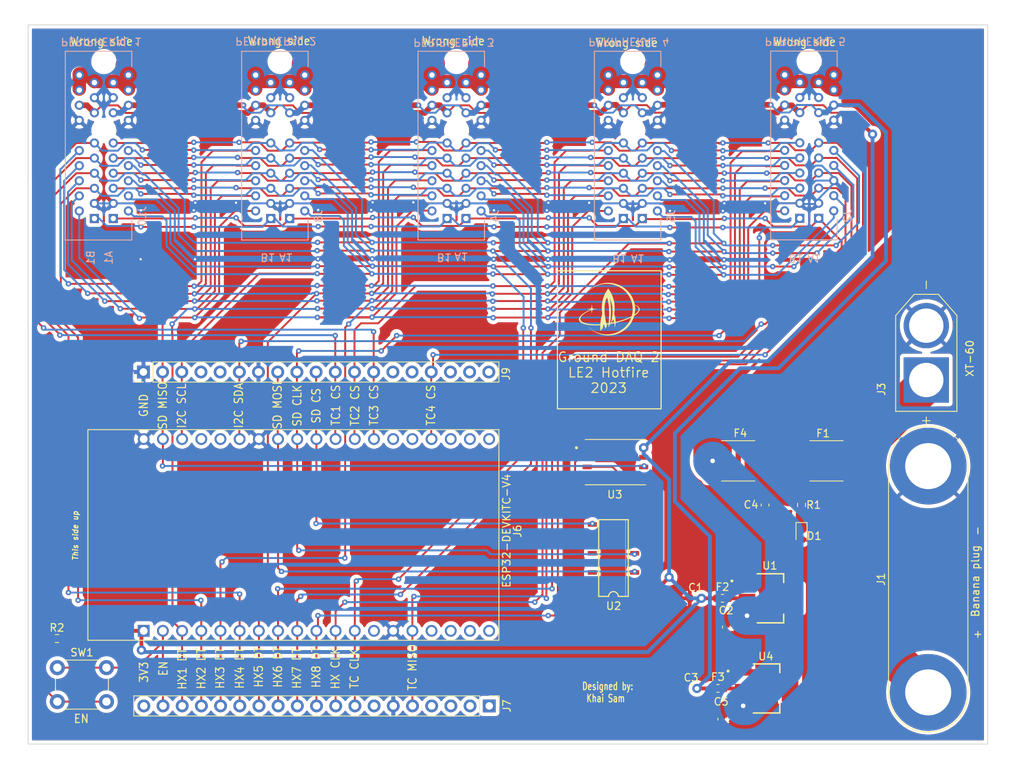
<source format=kicad_pcb>
(kicad_pcb (version 20211014) (generator pcbnew)
  (layers (0 "F.Cu" signal) (31 "B.Cu" signal) (34 "B.Paste" user) (35 "F.Paste" user) (36 "B.SilkS" user "B.Silkscreen") (37 "F.SilkS" user "F.Silkscreen") (38 "B.Mask" user) (39 "F.Mask" user) (44 "Edge.Cuts" user))
  (net 0 "")
  (net 1 "GND")
  (net 2 "Net-(C4-Pad2)")
  (net 3 "12V")
  (net 4 "Net-(D1-Pad1)")
  (net 5 "+12V")
  (net 6 "3.3V")
  (net 7 "5V")
  (net 8 "TC2")
  (net 9 "HX CLK")
  (net 10 "TC3")
  (net 11 "TC4")
  (net 12 "EN")
  (net 13 "HX1")
  (net 14 "HX2")
  (net 15 "HX3")
  (net 16 "HX4")
  (net 17 "HX5")
  (net 18 "HX6")
  (net 19 "HX7")
  (net 20 "HX8")
  (net 21 "TC CLK")
  (net 23 "TC MISO")
  (net 27 "SD, TC MISO")
  (net 28 "MOS SCL")
  (net 31 "MOS SDA")
  (net 32 "SD MOSI")
  (net 33 "SD, TC CLK")
  (net 34 "SD CS")
  (net 35 "TC1")
  (net 41 "+5V")
  (net 46 "+3.3V")
  (net 54 "Net-(R2-Pad1)")
  (net 55 "SD MOSI_3.3")
  (net 56 "SD CLK_3.3")
  (net 59 "SD CS_3.3")
  (net 68 "Net-(F2-Pad1)")
  (net 69 "Net-(F3-Pad1)")
  (footprint "XTSD04GLGEAG:SON127P600X800X95-8N" (layer "F.Cu") (at 192.024 121.412)
    (fp_text reference "U3")
    (fp_text value "XTSD04GLGEAG")
  )
  (footprint "74HC4050D:SO16" (layer "F.Cu") (at 191.77 134.112 90)
    (fp_text reference "U2")
    (fp_text value "74HC4050D")
  )
  (footprint "Capacitor_SMD:C_0603_1608Metric" (layer "F.Cu") (at 206.1005 155.448 90)
    (fp_text reference "C5")
    (fp_text value "10uF")
  )
  (footprint "Capacitor_SMD:C_0603_1608Metric" (layer "F.Cu") (at 202.0365 151.384)
    (fp_text reference "C3")
    (fp_text value "22uF")
  )
  (footprint "Diode_SMD:D_0603_1608Metric" (layer "F.Cu") (at 216.6595 130.893 -90)
    (fp_text reference "D1")
    (fp_text value "D_Small")
  )
  (footprint "Resistor_SMD:R_0603_1608Metric" (layer "F.Cu") (at 118.11 144.78)
    (fp_text reference "R2")
    (fp_text value "1k")
  )
  (footprint "Fuse:Fuse_0603_1608Metric" (layer "F.Cu") (at 205.5925 151.384 180)
    (fp_text reference "F3")
    (fp_text value "500mA Fuse")
  )
  (footprint "Capacitor_SMD:C_0603_1608Metric" (layer "F.Cu") (at 202.64 139.446)
    (fp_text reference "C1")
    (fp_text value "22uF")
  )
  (footprint "Connector_PinHeader_2.54mm:PinHeader_1x19_P2.54mm_Vertical" (layer "F.Cu") (at 175.3262 153.6954 -90)
    (fp_text reference "J7")
    (fp_text value "Conn_01x19_Male")
  )
  (footprint "Ellie_Project_Footprints:MODULE_ESP32-DEVKITC-32D" (layer "F.Cu") (at 149.352 131.053999 90)
    (fp_text reference "J6")
    (fp_text value "ESP32-DEVKITC-32D")
  )
  (footprint "Connector_PinHeader_2.54mm:PinHeader_1x19_P2.54mm_Vertical" (layer "F.Cu") (at 129.55 109.474 90)
    (fp_text reference "J9")
    (fp_text value "Conn_01x19_Male")
  )
  (footprint "Resistor_SMD:R_0603_1608Metric" (layer "F.Cu") (at 216.6595 127.083 -90)
    (fp_text reference "R1")
    (fp_text value "10k")
  )
  (footprint "AZ1117IH-3:SOT230P700X185-4N" (layer "F.Cu") (at 212.038 151.384)
    (fp_text reference "U4")
    (fp_text value "AZ1117IH-5TRG1")
  )
  (footprint "Button_Switch_THT:SW_PUSH_6mm" (layer "F.Cu") (at 118.162 148.626)
    (fp_text reference "SW1")
    (fp_text value "SW_SPST")
  )
  (footprint "Fuse:Fuse_2920_7451Metric" (layer "F.Cu") (at 208.2775 121.241 180)
    (fp_text reference "F4")
    (fp_text value "6A Fuse")
  )
  (footprint "XT60-M:AMASS_XT60-M" (layer "F.Cu") (at 233.172 106.934 90)
    (fp_text reference "J3")
    (fp_text value "XT60-M")
  )
  (footprint "Connector:Banana_Jack_2Pin" (layer "F.Cu") (at 233.426 151.906 90)
    (fp_text reference "J1")
    (fp_text value "POWER")
  )
  (footprint "Capacitor_SMD:C_0603_1608Metric" (layer "F.Cu") (at 211.8335 127.083 90)
    (fp_text reference "C4")
    (fp_text value "22uF")
  )
  (footprint "Fuse:Fuse_0603_1608Metric" (layer "F.Cu") (at 206.196 139.446 180)
    (fp_text reference "F2")
    (fp_text value "500mA Fuse")
  )
  (footprint "star:star_8x7" (layer "F.Cu") (at 191.2112 101.1428)
    (fp_text reference "G***" hide)
    (fp_text value "LOGO" hide)
  )
  (footprint "Capacitor_SMD:C_0603_1608Metric" (layer "F.Cu") (at 206.704 143.256 90)
    (fp_text reference "C2")
    (fp_text value "10uF")
  )
  (footprint "AZ1117IH-3:SOT230P700X185-4N" (layer "F.Cu") (at 212.546 139.446)
    (fp_text reference "U1")
    (fp_text value "AZ1117IH-3.3TRG1")
  )
  (footprint "Fuse:Fuse_2920_7451Metric" (layer "F.Cu") (at 219.9615 121.241 180)
    (fp_text reference "F1")
    (fp_text value "6A Fuse")
  )
  (footprint "10018784-10210TLF:AMPHENOL_10018784-10210TLF" (layer "B.Cu") (at 194.337278 77.4935 90)
    (fp_text reference "J5")
    (fp_text value "PCIE")
  )
  (footprint "10018784-10210TLF:AMPHENOL_10018784-10210TLF" (layer "B.Cu") (at 170.996557 77.4935 90)
    (fp_text reference "J4")
    (fp_text value "PCIE")
  )
  (footprint "10018784-10210TLF:AMPHENOL_10018784-10210TLF" (layer "B.Cu") (at 124.315115 77.4935 90)
    (fp_text reference "J10")
    (fp_text value "PCIE")
  )
  (footprint "10018784-10210TLF:AMPHENOL_10018784-10210TLF" (layer "B.Cu") (at 217.678 77.47 90)
    (fp_text reference "J2")
    (fp_text value "PCIE")
  )
  (footprint "10018784-10210TLF:AMPHENOL_10018784-10210TLF" (layer "B.Cu") (at 147.655836 77.4935 90)
    (fp_text reference "J8")
    (fp_text value "PCIE")
  )
  (gr_rect (start 184.3532 96.0628) (end 198.0692 114.3508) (layer "F.SilkS") (width 0.15) (fill none))
  (gr_rect (start 114.3 63.5) (end 241.3 158.75) (layer "Edge.Cuts") (width 0.1) (fill none))
  (gr_text "PERIPHERAL 5" (at 217.1446 65.659 180) (layer "B.SilkS") (effects (font (size 1 1)) (justify mirror)))
  (gr_text "A1" (at 218.333636 94.4197 180) (layer "B.SilkS") (effects (font (size 1 1)) (justify mirror)))
  (gr_text "B1" (at 169.375436 94.2927 180) (layer "B.SilkS") (effects (font (size 1 1)) (justify mirror)))
  (gr_text "B1" (at 215.933636 94.4197 180) (layer "B.SilkS") (effects (font (size 1 1)) (justify mirror)))
  (gr_text "A1" (at 194.992915 94.4197 180) (layer "B.SilkS") (effects (font (size 1 1)) (justify mirror)))
  (gr_text "B1" (at 192.592915 94.4197 180) (layer "B.SilkS") (effects (font (size 1 1)) (justify mirror)))
  (gr_text "B1" (at 146.034715 94.2927 180) (layer "B.SilkS") (effects (font (size 1 1)) (justify mirror)))
  (gr_text "PERIPHERAL 2" (at 147.066 65.6336 180) (layer "B.SilkS") (effects (font (size 1 1)) (justify mirror)))
  (gr_text "PERIPHERAL 3" (at 170.6372 65.786 180) (layer "B.SilkS") (effects (font (size 1 1)) (justify mirror)))
  (gr_text "A1" (at 171.6278 94.1832 180) (layer "B.SilkS") (effects (font (size 1 1)) (justify mirror)))
  (gr_text "PERIPHERAL 1" (at 123.9774 65.7098 180) (layer "B.SilkS") (effects (font (size 1 1)) (justify mirror)))
  (gr_text "PERIPHERAL 4" (at 193.802 65.7098 180) (layer "B.SilkS") (effects (font (size 1 1)) (justify mirror)))
  (gr_text "A1" (at 148.434715 94.2927 180) (layer "B.SilkS") (effects (font (size 1 1)) (justify mirror)))
  (gr_text "HX7 DT" (at 149.86 148.6916 90) (layer "F.SilkS") (effects (font (size 1.1 1))))
  (gr_text "SD CS" (at 152.4254 113.9444 90) (layer "F.SilkS") (effects (font (size 1.1 1))))
  (gr_text "-" (at 239.9284 130.5052 90) (layer "F.SilkS") (effects (font (size 1 1))))
  (gr_text "TC3 CS" (at 160.0708 113.8682 90) (layer "F.SilkS") (effects (font (size 1.1 1))))
  (gr_text "HX CLK" (at 154.9654 148.6916 90) (layer "F.SilkS") (effects (font (size 1.1 1))))
  (gr_text "TC CLK" (at 157.48 148.7424 90) (layer "F.SilkS") (effects (font (size 1.1 1))))
  (gr_text "HX8 DT" (at 152.4254 148.5646 90) (layer "F.SilkS") (effects (font (size 1.1 1))))
  (gr_text "Banana plug" (at 239.6744 137.16 90) (layer "F.SilkS") (effects (font (size 1 1))))
  (gr_text "SD CLK" (at 149.9108 113.919 90) (layer "F.SilkS") (effects (font (size 1.1 1))))
  (gr_text "HX4 DT" (at 142.2908 148.6916 90) (layer "F.SilkS") (effects (font (size 1.1 1))))
  (gr_text "EN" (at 132.1816 148.7424 90) (layer "F.SilkS") (effects (font (size 1.1 1))))
  (gr_text "I2C SDA" (at 142.1638 113.919 90) (layer "F.SilkS") (effects (font (size 1.1 1))))
  (gr_text "Wrong side" (at 217.043 65.7352) (layer "F.SilkS") (effects (font (size 1.1 1))))
  (gr_text "Wrong side" (at 124.0028 65.6844) (layer "F.SilkS") (effects (font (size 1.1 1))))
  (gr_text "+" (at 239.9284 144.2212 90) (layer "F.SilkS") (effects (font (size 1 1))))
  (gr_text "SD MOSI" (at 147.2946 113.8936 90) (layer "F.SilkS") (effects (font (size 1.1 1))))
  (gr_text "TC MISO" (at 165.1508 148.59 90) (layer "F.SilkS") (effects (font (size 1.1 1))))
  (gr_text "EN" (at 121.3358 155.3972) (layer "F.SilkS") (effects (font (size 1.1 1))))
  (gr_text "TC1 CS" (at 155.0162 113.8682 90) (layer "F.SilkS") (effects (font (size 1.1 1))))
  (gr_text "SD MISO" (at 132.1054 113.919 90) (layer "F.SilkS") (effects (font (size 1.1 1))))
  (gr_text "ESP32-DEVKITC-V4" (at 177.6222 130.5052 90) (layer "F.SilkS") (effects (font (size 1 1))))
  (gr_text "Wrong side" (at 147.4978 65.6082) (layer "F.SilkS") (effects (font (size 1.1 1))))
  (gr_text "Ground DAQ 2\nLE2 Hotfire\n2023" (at 191.135 109.5502) (layer "F.SilkS") (effects (font (size 1.27 1.27))))
  (gr_text "I2C SCL" (at 134.62 113.9444 90) (layer "F.SilkS") (effects (font (size 1.1 1))))
  (gr_text "Wrong side" (at 170.5864 65.6336) (layer "F.SilkS") (effects (font (size 1.1 1))))
  (gr_text "This side up" (at 120.5484 131.1402 90) (layer "F.SilkS") (effects (font (size 0.7 0.7) (thickness 0.15) italic)))
  (gr_text "HX2 DT" (at 137.2108 148.7424 90) (layer "F.SilkS") (effects (font (size 1.1 1))))
  (gr_text "Designed by:\nKhai Sam " (at 191.008 151.892) (layer "F.SilkS") (effects (font (size 1 0.7))))
  (gr_text "HX1 DT" (at 134.6962 148.7932 90) (layer "F.SilkS") (effects (font (size 1.1 1))))
  (gr_text "XT-60" (at 238.9378 107.6706 90) (layer "F.SilkS") (effects (font (size 1 1))))
  (gr_text "Wrong side" (at 193.4972 65.8622) (layer "F.SilkS") (effects (font (size 1.1 1))))
  (gr_text "3V3" (at 129.6162 149.225 90) (layer "F.SilkS") (effects (font (size 1.1 1))))
  (gr_text "HX5 DT" (at 144.8054 148.5138 90) (layer "F.SilkS") (effects (font (size 1.1 1))))
  (gr_text "HX3 DT" (at 139.7 148.6916 90) (layer "F.SilkS") (effects (font (size 1.1 1))))
  (gr_text "TC4 CS" (at 167.6146 113.8682 90) (layer "F.SilkS") (effects (font (size 1.1 1))))
  (gr_text "HX6 DT" (at 147.3454 148.5392 90) (layer "F.SilkS") (effects (font (size 1.1 1))))
  (gr_text "GND" (at 129.5908 113.8936 90) (layer "F.SilkS") (effects (font (size 1.1 1))))
  (gr_text "TC2 CS" (at 157.5562 113.919 90) (layer "F.SilkS") (effects (font (size 1.1 1))))
  (segment (start 152.6856 88.0032) (end 159.6856 88.0032) (width 0.254) (layer "F.Cu") (net 1))
  (segment (start 149.034715 87.1474) (end 159.7961 87.1474) (width 0.254) (layer "F.Cu") (net 1))
  (segment (start 188.6415 87.1435) (end 193.141836 87.1435) (width 0.254) (layer "F.Cu") (net 1))
  (segment (start 199.2438 88.1302) (end 206.2438 88.1302) (width 0.254) (layer "F.Cu") (net 1))
  (segment (start 159.8422 94.488) (end 152.654 94.488) (width 0.254) (layer "F.Cu") (net 1))
  (segment (start 195.6054 87.1474) (end 206.366785 87.1474) (width 0.254) (layer "F.Cu") (net 1))
  (segment (start 165.2856 87.0032) (end 165.4259 87.1435) (width 0.254) (layer "F.Cu") (net 1))
  (segment (start 141.9055 87.1435) (end 146.405836 87.1435) (width 0.254) (layer "F.Cu") (net 1))
  (segment (start 136.3726 94.5388) (end 129.1844 94.5388) (width 0.254) (layer "F.Cu") (net 1))
  (segment (start 165.4259 87.1435) (end 169.746557 87.1435) (width 0.254) (layer "F.Cu") (net 1))
  (segment (start 141.816 87.054) (end 141.9055 87.1435) (width 0.254) (layer "F.Cu") (net 1))
  (segment (start 206.3543 87.2197) (end 206.4438 87.1302) (width 0.254) (layer "F.Cu") (net 1))
  (segment (start 188.552 87.054) (end 188.6415 87.1435) (width 0.254) (layer "F.Cu") (net 1))
  (segment (start 175.952 88.054) (end 182.952 88.054) (width 0.254) (layer "F.Cu") (net 1))
  (segment (start 159.7961 87.0927) (end 159.8856 87.0032) (width 0.254) (layer "F.Cu") (net 1))
  (segment (start 183.1086 94.5388) (end 175.9204 94.5388) (width 0.254) (layer "F.Cu") (net 1))
  (segment (start 136.3265 87.1435) (end 136.416 87.054) (width 0.254) (layer "F.Cu") (net 1))
  (segment (start 211.8438 87.1302) (end 211.9333 87.2197) (width 0.254) (layer "F.Cu") (net 1))
  (segment (start 125.565115 87.1435) (end 136.3265 87.1435) (width 0.254) (layer "F.Cu") (net 1))
  (segment (start 129.216 88.054) (end 136.216 88.054) (width 0.254) (layer "F.Cu") (net 1))
  (segment (start 216.428 87.12) (end 211.854 87.12) (width 0.254) (layer "F.Cu") (net 1))
  (segment (start 211.854 87.12) (end 211.8438 87.1302) (width 0.254) (layer "F.Cu") (net 1))
  (segment (start 206.4004 94.615) (end 199.2122 94.615) (width 0.254) (layer "F.Cu") (net 1))
  (segment (start 172.301115 87.1435) (end 183.0625 87.1435) (width 0.254) (layer "F.Cu") (net 1))
  (segment (start 183.0625 87.1435) (end 183.152 87.054) (width 0.254) (layer "F.Cu") (net 1))
  (via (at 141.816 87.054) (size 0.7112) (drill 0.3048) (layers "F.Cu" "B.Cu") (net 1))
  (via (at 136.3726 94.5388) (size 0.7112) (drill 0.3048) (layers "F.Cu" "B.Cu") (net 1))
  (via (at 199.2438 88.1302) (size 0.7112) (drill 0.3048) (layers "F.Cu" "B.Cu") (net 1))
  (via (at 152.6856 88.0032) (size 0.7112) (drill 0.3048) (layers "F.Cu" "B.Cu") (net 1))
  (via (at 183.1086 94.5388) (size 0.7112) (drill 0.3048) (layers "F.Cu" "B.Cu") (net 1))
  (via (at 183.152 87.054) (size 0.7112) (drill 0.3048) (layers "F.Cu" "B.Cu") (net 1))
  (via (at 182.952 88.054) (size 0.7112) (drill 0.3048) (layers "F.Cu" "B.Cu") (net 1))
  (via (at 175.952 88.054) (size 0.7112) (drill 0.3048) (layers "F.Cu" "B.Cu") (net 1))
  (via (at 188.552 87.054) (size 0.7112) (drill 0.3048) (layers "F.Cu" "B.Cu") (net 1))
  (via (at 159.8856 87.0032) (size 0.7112) (drill 0.3048) (layers "F.Cu" "B.Cu") (net 1))
  (via (at 206.4004 94.615) (size 0.7112) (drill 0.3048) (layers "F.Cu" "B.Cu") (net 1))
  (via (at 159.6856 88.0032) (size 0.7112) (drill 0.3048) (layers "F.Cu" "B.Cu") (net 1))
  (via (at 206.2438 88.1302) (size 0.7112) (drill 0.3048) (layers "F.Cu" "B.Cu") (net 1))
  (via (at 165.2856 87.0032) (size 0.7112) (drill 0.3048) (layers "F.Cu" "B.Cu") (net 1))
  (via (at 159.8422 94.488) (size 0.7112) (drill 0.3048) (layers "F.Cu" "B.Cu") (net 1))
  (via (at 136.216 88.054) (size 0.7112) (drill 0.3048) (layers "F.Cu" "B.Cu") (net 1))
  (via (at 175.9204 94.5388) (size 0.7112) (drill 0.3048) (layers "F.Cu" "B.Cu") (net 1))
  (via (at 129.1844 94.5388) (size 0.7112) (drill 0.3048) (layers "F.Cu" "B.Cu") (net 1))
  (via (at 211.8438 87.1302) (size 0.7112) (drill 0.3048) (layers "F.Cu" "B.Cu") (net 1))
  (via (at 199.2122 94.615) (size 0.7112) (drill 0.3048) (layers "F.Cu" "B.Cu") (net 1))
  (via (at 206.4438 87.1302) (size 0.7112) (drill 0.3048) (layers "F.Cu" "B.Cu") (net 1))
  (via (at 152.654 94.488) (size 0.7112) (drill 0.3048) (layers "F.Cu" "B.Cu") (net 1))
  (via (at 129.216 88.054) (size 0.7112) (drill 0.3048) (layers "F.Cu" "B.Cu") (net 1))
  (via (at 136.416 87.054) (size 0.7112) (drill 0.3048) (layers "F.Cu" "B.Cu") (net 1))
  (segment (start 217.943 82.711999) (end 217.943 86.135) (width 0.254) (layer "B.Cu") (net 1))
  (segment (start 136.3726 94.5388) (end 152.1206 94.5388) (width 0.254) (layer "B.Cu") (net 1))
  (segment (start 157.1752 92.075) (end 159.5882 94.488) (width 0.254) (layer "B.Cu") (net 1))
  (segment (start 125.565115 87.1435) (end 128.3055 87.1435) (width 0.254) (layer "B.Cu") (net 1))
  (segment (start 174.301115 84.1435) (end 174.99979 84.1435) (width 0.254) (layer "B.Cu") (net 1))
  (segment (start 169.934715 87.0927) (end 172.434715 87.0927) (width 0.254) (layer "B.Cu") (net 1))
  (segment (start 193.201115 87.1435) (end 195.701115 87.1435) (width 0.254) (layer "B.Cu") (net 1))
  (segment (start 220.928 84.12) (end 218.534999 84.12) (width 0.254) (layer "B.Cu") (net 1))
  (segment (start 146.534715 87.0927) (end 149.034715 87.0927) (width 0.254) (layer "B.Cu") (net 1))
  (segment (start 219.336001 82.135) (end 218.519999 82.135) (width 0.254) (layer "B.Cu") (net 1))
  (segment (start 183.152 87.054) (end 188.552 87.054) (width 0.254) (layer "B.Cu") (net 1))
  (segment (start 133.7056 88.14958) (end 133.7056 92.1258) (width 0.254) (layer "B.Cu") (net 1))
  (segment (start 175.0415 87.1435) (end 175.952 88.054) (width 0.254) (layer "B.Cu") (net 1))
  (segment (start 146.465115 87.1435) (end 148.965115 87.1435) (width 0.254) (layer "B.Cu") (net 1))
  (segment (start 159.5882 94.488) (end 159.8422 94.488) (width 0.254) (layer "B.Cu") (net 1))
  (segment (start 198.3333 87.2083) (end 198.3254 87.2004) (width 0.254) (layer "B.Cu") (net 1))
  (segment (start 200.43782 84.9302) (end 203.7334 88.22578) (width 0.254) (layer "B.Cu") (net 1))
  (segment (start 157.1752 88.09878) (end 157.1752 92.075) (width 0.254) (layer "B.Cu") (net 1))
  (segment (start 175.5902 94.488) (end 175.6664 94.4118) (width 0.254) (layer "B.Cu") (net 1))
  (segment (start 177.14602 84.854) (end 180.4416 88.14958) (width 0.254) (layer "B.Cu") (net 1))
  (segment (start 180.4416 88.14958) (end 180.4416 92.1258) (width 0.254) (layer "B.Cu") (net 1))
  (segment (start 159.8856 87.0032) (end 165.2856 87.0032) (width 0.254) (layer "B.Cu") (net 1))
  (segment (start 180.4416 92.1258) (end 182.8546 94.5388) (width 0.254) (layer "B.Cu") (net 1))
  (segment (start 166.493856 88.0032) (end 159.6856 88.0032) (width 0.254) (layer "B.Cu") (net 1))
  (segment (start 220.928 84.12) (end 220.928 84.513001) (width 0.254) (layer "B.Cu") (net 1))
  (segment (start 197.592915 84.2197) (end 198.29159 84.2197) (width 0.254) (layer "B.Cu") (net 1))
  (segment (start 206.2438 88.1302) (end 212.4438 88.1302) (width 0.254) (layer "B.Cu") (net 1))
  (segment (start 216.492915 87.2197) (end 218.992915 87.2197) (width 0.254) (layer "B.Cu") (net 1))
  (segment (start 151.9752 87.2928) (end 152.6856 88.0032) (width 0.254) (layer "B.Cu") (net 1))
  (segment (start 216.428 87.12) (end 213.454 87.12) (width 0.254) (layer "B.Cu") (net 1))
  (segment (start 220.928 84.513001) (end 218.928 86.513001) (width 0.254) (layer "B.Cu") (net 1))
  (segment (start 198.8566 94.5388) (end 198.9328 94.4626) (width 0.254) (layer "B.Cu") (net 1))
  (segment (start 198.3254 87.2004) (end 197.9422 87.2004) (width 0.254) (layer "B.Cu") (net 1))
  (segment (start 159.8422 94.488) (end 175.5902 94.488) (width 0.254) (layer "B.Cu") (net 1))
  (segment (start 142.416 88.054) (end 143.3265 87.1435) (width 0.254) (layer "B.Cu") (net 1))
  (segment (start 189.152 88.054) (end 190.0625 87.1435) (width 0.254) (layer "B.Cu") (net 1))
  (segment (start 213.454 87.12) (end 212.4438 88.1302) (width 0.254) (layer "B.Cu") (net 1))
  (segment (start 136.1186 94.5388) (end 136.3726 94.5388) (width 0.254) (layer "B.Cu") (net 1))
  (segment (start 128.97429 84.854) (end 130.41002 84.854) (width 0.254) (layer "B.Cu") (net 1))
  (segment (start 195.587278 87.1435) (end 197.798295 87.1435) (width 0.254) (layer "B.Cu") (net 1))
  (segment (start 123.065115 87.1435) (end 125.565115 87.1435) (width 0.254) (layer "B.Cu") (net 1))
  (segment (start 169.746557 87.1435) (end 167.353556 87.1435) (width 0.254) (layer "B.Cu") (net 1))
  (segment (start 136.216 88.054) (end 142.416 88.054) (width 0.254) (layer "B.Cu") (net 1))
  (segment (start 143.3265 87.1435) (end 148.905836 87.1435) (width 0.254) (layer "B.Cu") (net 1))
  (segment (start 182.8546 94.5388) (end 183.1086 94.5388) (width 0.254) (layer "B.Cu") (net 1))
  (segment (start 218.519999 82.135) (end 217.943 82.711999) (width 0.254) (layer "B.Cu") (net 1))
  (segment (start 172.301115 87.1435) (end 175.0415 87.1435) (width 0.254) (layer "B.Cu") (net 1))
  (segment (start 193.092915 87.2197) (end 195.592915 87.2197) (width 0.254) (layer "B.Cu") (net 1))
  (segment (start 183.1086 94.5388) (end 198.8566 94.5388) (width 0.254) (layer "B.Cu") (net 1))
  (segment (start 217.943 84.711999) (end 217.943 86.135) (width 0.254) (layer "B.Cu") (net 1))
  (segment (start 167.353556 87.1435) (end 166.493856 88.0032) (width 0.254) (layer "B.Cu") (net 1))
  (segment (start 152.1206 94.5388) (end 152.1968 94.4626) (width 0.254) (layer "B.Cu") (net 1))
  (segment (start 217.943 86.135) (end 218.928 87.12) (width 0.254) (layer "B.Cu") (net 1))
  (segment (start 203.7334 88.22578) (end 203.7334 92.202) (width 0.254) (layer "B.Cu") (net 1))
  (segment (start 218.928 86.513001) (end 218.928 87.12) (width 0.254) (layer "B.Cu") (net 1))
  (segment (start 130.41002 84.854) (end 133.7056 88.14958) (width 0.254) (layer "B.Cu") (net 1))
  (segment (start 169.801115 87.1435) (end 172.301115 87.1435) (width 0.254) (layer "B.Cu") (net 1))
  (segment (start 198.3333 87.2197) (end 199.2438 88.1302) (width 0.254) (layer "B.Cu") (net 1))
  (segment (start 152.44389 84.8032) (end 153.87962 84.8032) (width 0.254) (layer "B.Cu") (net 1))
  (segment (start 151.8259 87.1435) (end 151.9752 87.2928) (width 0.254) (layer "B.Cu") (net 1))
  (segment (start 127.565115 84.1435) (end 128.26379 84.1435) (width 0.254) (layer "B.Cu") (net 1))
  (segment (start 151.034715 84.0927) (end 151.73339 84.0927) (width 0.254) (layer "B.Cu") (net 1))
  (segment (start 136.416 87.054) (end 141.816 87.054) (width 0.254) (layer "B.Cu") (net 1))
  (segment (start 198.3333 87.2197) (end 198.3333 87.2083) (width 0.254) (layer "B.Cu") (net 1))
  (segment (start 198.29159 84.2197) (end 199.00209 84.9302) (width 0.254) (layer "B.Cu") (net 1))
  (segment (start 199.00209 84.9302) (end 200.43782 84.9302) (width 0.254) (layer "B.Cu") (net 1))
  (segment (start 206.4438 87.1302) (end 211.8438 87.1302) (width 0.254) (layer "B.Cu") (net 1))
  (segment (start 148.905836 87.1435) (end 151.8259 87.1435) (width 0.254) (layer "B.Cu") (net 1))
  (segment (start 220.928 83.726999) (end 219.336001 82.135) (width 0.254) (layer "B.Cu") (net 1))
  (segment (start 128.26379 84.1435) (end 128.97429 84.854) (width 0.254) (layer "B.Cu") (net 1))
  (segment (start 220.928 84.12) (end 220.928 83.726999) (width 0.254) (layer "B.Cu") (net 1))
  (segment (start 128.3055 87.1435) (end 129.216 88.054) (width 0.254) (layer "B.Cu") (net 1))
  (segment (start 151.73339 84.0927) (end 152.44389 84.8032) (width 0.254) (layer "B.Cu") (net 1))
  (segment (start 218.534999 84.12) (end 217.943 84.711999) (width 0.254) (layer "B.Cu") (net 1))
  (segment (start 206.1464 94.615) (end 206.4004 94.615) (width 0.254) (layer "B.Cu") (net 1))
  (segment (start 133.7056 92.1258) (end 136.1186 94.5388) (width 0.254) (layer "B.Cu") (net 1))
  (segment (start 190.0625 87.1435) (end 195.641836 87.1435) (width 0.254) (layer "B.Cu") (net 1))
  (segment (start 175.71029 84.854) (end 177.14602 84.854) (width 0.254) (layer "B.Cu") (net 1))
  (segment (start 182.952 88.054) (end 189.152 88.054) (width 0.254) (layer "B.Cu") (net 1))
  (segment (start 153.87962 84.8032) (end 157.1752 88.09878) (width 0.254) (layer "B.Cu") (net 1))
  (segment (start 174.99979 84.1435) (end 175.71029 84.854) (width 0.254) (layer "B.Cu") (net 1))
  (segment (start 203.7334 92.202) (end 206.1464 94.615) (width 0.254) (layer "B.Cu") (net 1))
  (segment (start 197.798295 87.1435) (end 197.813295 87.1585) (width 0.254) (layer "B.Cu") (net 1))
  (segment (start 215.138 124.714) (end 216.6595 124.714) (width 5.08) (layer "F.Cu") (net 2))
  (segment (start 211.8335 124.035) (end 211.8335 124.614) (width 5.08) (layer "F.Cu") (net 2))
  (segment (start 211.665 121.241) (end 211.665 123.8665) (width 5.08) (layer "F.Cu") (net 2))
  (segment (start 211.665 121.241) (end 215.138 124.714) (width 5.08) (layer "F.Cu") (net 2))
  (segment (start 211.665 123.8665) (end 211.8335 124.035) (width 5.08) (layer "F.Cu") (net 2))
  (segment (start 211.665 121.241) (end 216.574 121.241) (width 5.08) (layer "F.Cu") (net 2))
  (segment (start 179.4355 69.9935) (end 190.1025 69.9935) (width 5.08) (layer "F.Cu") (net 3))
  (segment (start 143.405836 70.9935) (end 133.9855 70.9935) (width 1.778) (layer "F.Cu") (net 3))
  (segment (start 190.1025 69.9935) (end 190.267277 69.828723) (width 5.08) (layer "F.Cu") (net 3))
  (segment (start 190.087278 70.9935) (end 191.087278 69.9935) (width 1.778) (layer "F.Cu") (net 3))
  (segment (start 167.746557 71.9935) (end 166.746557 70.9935) (width 1.778) (layer "F.Cu") (net 3))
  (segment (start 211.9625 70.9935) (end 219.9045 70.9935) (width 1.778) (layer "F.Cu") (net 3))
  (segment (start 173.246557 70.9935) (end 174.246557 71.9935) (width 1.778) (layer "F.Cu") (net 3))
  (segment (start 143.585835 69.87935) (end 142.794485 69.088) (width 5.08) (layer "F.Cu") (net 3))
  (segment (start 211.9625 70.9935) (end 213.4045 70.9935) (width 1.778) (layer "F.Cu") (net 3))
  (segment (start 206.1005 154.46) (end 206.1005 154.63) (width 1.778) (layer "F.Cu") (net 3))
  (segment (start 164.7195 70.9935) (end 173.246557 70.9935) (width 1.778) (layer "F.Cu") (net 3))
  (segment (start 156.0835 70.9935) (end 148.905836 70.9935) (width 1.778) (layer "F.Cu") (net 3))
  (segment (start 213.4515 70.9935) (end 213.4045 70.9935) (width 1.778) (layer "F.Cu") (net 3))
  (segment (start 189.272554 68.834) (end 175.066558 68.834) (width 5.08) (layer "F.Cu") (net 3))
  (segment (start 201.422 70.358) (end 201.81 69.97) (width 5.08) (layer "F.Cu") (net 3))
  (segment (start 123.065115 70.9935) (end 125.565115 70.9935) (width 1.778) (layer "F.Cu") (net 3))
  (segment (start 172.246557 70.9935) (end 173.246557 70.9935) (width 1.778) (layer "F.Cu") (net 3))
  (segment (start 149.905836 70.9935) (end 150.905836 69.9935) (width 1.778) (layer "F.Cu") (net 3))
  (segment (start 121.065115 69.9935) (end 122.065115 69.9935) (width 1.778) (layer "F.Cu") (net 3))
  (segment (start 221.723001 69.995495) (end 221.263248 70.455248) (width 5.08) (layer "F.Cu") (net 3))
  (segment (start 144.405836 71.9935) (end 143.405836 70.9935) (width 1.778) (layer "F.Cu") (net 3))
  (segment (start 125.565115 70.9935) (end 130.1745 70.9935) (width 1.778) (layer "F.Cu") (net 3))
  (segment (start 146.405836 70.9935) (end 143.405836 70.9935) (width 1.778) (layer "F.Cu") (net 3))
  (segment (start 146.405836 70.9935) (end 148.905836 70.9935) (width 1.778) (layer "F.Cu") (net 3))
  (segment (start 191.087278 71.9935) (end 190.087278 70.9935) (width 1.778) (layer "F.Cu") (net 3))
  (segment (start 231.031495 69.995495) (end 221.723001 69.995495) (width 5.08) (layer "F.Cu") (net 3))
  (segment (start 166.926556 68.785444) (end 151.725837 68.785444) (width 5.08) (layer "F.Cu") (net 3))
  (segment (start 204.89 118.588208) (end 237.236 86.242208) (width 5.08) (layer "F.Cu") (net 3))
  (segment (start 190.267277 69.828723) (end 189.272554 68.834) (width 5.08) (layer "F.Cu") (net 3))
  (segment (start 164.7195 70.9935) (end 156.0835 70.9935) (width 1.778) (layer "F.Cu") (net 3))
  (segment (start 166.746557 70.9935) (end 164.7195 70.9935) (width 1.778) (layer "F.Cu") (net 3))
  (segment (start 202.0575 70.9935) (end 211.9625 70.9935) (width 1.778) (layer "F.Cu") (net 3))
  (segment (start 195.587278 70.9935) (end 202.0575 70.9935) (width 1.778) (layer "F.Cu") (net 3))
  (segment (start 133.9855 70.9935) (end 130.1745 70.9935) (width 1.778) (layer "F.Cu") (net 3))
  (segment (start 135.09965 69.87935) (end 143.585835 69.87935) (width 5.08) (layer "F.Cu") (net 3))
  (segment (start 122.065115 69.9935) (end 123.065115 70.9935) (width 1.778) (layer "F.Cu") (net 3))
  (segment (start 209.446 141.746) (end 207.48 141.746) (width 1.778) (layer "F.Cu") (net 3))
  (segment (start 149.905836 70.9935) (end 150.905836 71.9935) (width 1.778) (layer "F.Cu") (net 3))
  (segment (start 206.8765 153.684) (end 206.1005 154.46) (width 1.778) (layer "F.Cu") (net 3))
  (segment (start 196.587278 70.9935) (end 197.587278 69.9935) (width 1.778) (layer "F.Cu") (net 3))
  (segment (start 208.938 153.684) (end 206.8765 153.684) (width 1.778) (layer "F.Cu") (net 3))
  (segment (start 173.246557 70.9935) (end 174.246557 69.9935) (width 1.778) (layer "F.Cu") (net 3))
  (segment (start 142.794485 69.088) (end 128.385116 69.088) (width 5.08) (layer "F.Cu") (net 3))
  (segment (start 126.565115 70.9935) (end 127.565115 71.9935) (width 1.778) (layer "F.Cu") (net 3))
  (segment (start 206.788 142.438) (end 206.704 142.438) (width 1.778) (layer "F.Cu") (net 3))
  (segment (start 143.405836 70.9935) (end 144.405836 69.9935) (width 1.778) (layer "F.Cu") (net 3))
  (segment (start 129.1595 70.9935) (end 125.565115 70.9935) (width 1.778) (layer "F.Cu") (net 3))
  (segment (start 190.087278 70.9935) (end 178.4355 70.9935) (width 1.778) (layer "F.Cu") (net 3))
  (segment (start 219.9515 70.9935) (end 219.9045 70.9935) (width 1.778) (layer "F.Cu") (net 3))
  (segment (start 190.087278 70.9935) (end 196.587278 70.9935) (width 1.778) (layer "F.Cu") (net 3))
  (segment (start 121.065115 69.9935) (end 121.065115 71.9935) (width 1.778) (layer "F.Cu") (net 3))
  (segment (start 201.81 69.97) (end 213.722149 69.97) (width 5.08) (layer "F.Cu") (net 3))
  (segment (start 166.746557 70.9935) (end 167.746557 69.9935) (width 1.778) (layer "F.Cu") (net 3))
  (segment (start 237.236 86.242208) (end 237.236 76.2) (width 5.08) (layer "F.Cu") (net 3))
  (segment (start 213.4045 70.9935) (end 214.428 69.97) (width 1.778) (layer "F.Cu") (net 3))
  (segment (start 148.905836 70.9935) (end 149.905836 70.9935) (width 1.778) (layer "F.Cu") (net 3))
  (segment (start 204.89 121.241) (end 204.89 118.588208) (width 5.08) (layer "F.Cu") (net 3))
  (segment (start 213.722149 69.97) (end 212.840149 69.088) (width 5.08) (layer "F.Cu") (net 3))
  (segment (start 207.48 141.746) (end 206.788 142.438) (width 1.778) (layer "F.Cu") (net 3))
  (segment (start 214.428 71.97) (end 213.4515 70.9935) (width 1.778) (layer "F.Cu") (net 3))
  (segment (start 129.1595 70.9935) (end 130.1745 70.9935) (width 0.254) (layer "F.Cu") (net 3))
  (segment (start 126.565115 70.9935) (end 127.565115 69.9935) (width 1.778) (layer "F.Cu") (net 3))
  (segment (start 220.928 71.97) (end 219.9515 70.9935) (width 1.778) (layer "F.Cu") (net 3))
  (segment (start 197.587278 71.9935) (end 196.587278 70.9935) (width 1.778) (layer "F.Cu") (net 3))
  (segment (start 178.4355 70.9935) (end 172.246557 70.9935) (width 1.778) (layer "F.Cu") (net 3))
  (segment (start 237.236 76.2) (end 231.031495 69.995495) (width 5.08) (layer "F.Cu") (net 3))
  (segment (start 219.9045 70.9935) (end 220.928 69.97) (width 1.778) (layer "F.Cu") (net 3))
  (segment (start 125.565115 70.9935) (end 126.565115 70.9935) (width 1.778) (layer "F.Cu") (net 3))
  (segment (start 212.840149 69.088) (end 198.407279 69.088) (width 5.08) (layer "F.Cu") (net 3))
  (segment (start 196.587278 70.9935) (end 195.587278 70.9935) (width 1.778) (layer "F.Cu") (net 3))
  (via (at 204.89 121.241) (size 1.2192) (drill 0.6096) (layers "F.Cu" "B.Cu") (net 3))
  (via (at 208.938 153.684) (size 1.2192) (drill 0.6096) (layers "F.Cu" "B.Cu") (net 3))
  (via (at 209.446 141.746) (size 1.2192) (drill 0.6096) (layers "F.Cu" "B.Cu") (net 3))
  (segment (start 209.282 153.684) (end 208.938 153.684) (width 5.08) (layer "B.Cu") (net 3))
  (segment (start 214.376 139.192) (end 211.822 141.746) (width 5.08) (layer "B.Cu") (net 3))
  (segment (start 204.89 121.241) (end 204.89 121.324) (width 5.08) (layer "B.Cu") (net 3))
  (segment (start 214.376 130.81) (end 214.376 139.192) (width 5.08) (layer "B.Cu") (net 3))
  (segment (start 214.376 139.192) (end 214.376 148.59) (width 5.08) (layer "B.Cu") (net 3))
  (segment (start 204.89 121.324) (end 214.376 130.81) (width 5.08) (layer "B.Cu") (net 3))
  (segment (start 214.376 148.59) (end 209.282 153.684) (width 5.08) (layer "B.Cu") (net 3))
  (segment (start 211.822 141.746) (end 209.446 141.746) (width 5.08) (layer "B.Cu") (net 3))
  (segment (start 216.6595 130.1055) (end 216.6595 128.27) (width 1.524) (layer "F.Cu") (net 4))
  (segment (start 233.426 151.906) (end 222.504 140.984) (width 5.08) (layer "F.Cu") (net 5))
  (segment (start 233.172 110.998) (end 225.044 119.126) (width 5.08) (layer "F.Cu") (net 5))
  (segment (start 222.504 140.984) (end 222.504 122.086) (width 5.08) (layer "F.Cu") (net 5))
  (segment (start 222.504 122.086) (end 223.349 121.241) (width 5.08) (layer "F.Cu") (net 5))
  (segment (start 203.415 139.446) (end 205.4085 139.446) (width 0.508) (layer "F.Cu") (net 6))
  (segment (start 129.286 146.304) (end 129.286 144.059999) (width 0.508) (layer "F.Cu") (net 6))
  (segment (start 150.312937 75.1576) (end 149.3416 74.186263) (width 0.254) (layer "F.Cu") (net 6))
  (segment (start 127.187114 75.1585) (end 129.0827 75.1585) (width 0.254) (layer "F.Cu") (net 6))
  (segment (start 119.961001 143.753999) (end 129.592 143.753999) (width 0.508) (layer "F.Cu") (net 6))
  (segment (start 123.065115 75.1435) (end 124.050115 74.1585) (width 0.254) (layer "F.Cu") (net 6))
  (segment (start 175.788864 75.1576) (end 190.097 75.1576) (width 0.762) (layer "F.Cu") (net 6))
  (segment (start 199.131464 75.1068) (end 199.109764 75.1285) (width 0.254) (layer "F.Cu") (net 6))
  (segment (start 167.771279 74.1426) (end 168.771279 74.1426) (width 0.762) (layer "F.Cu") (net 6))
  (segment (start 199.109764 75.1285) (end 197.179277 75.1285) (width 0.254) (layer "F.Cu") (net 6))
  (segment (start 129.286 144.059999) (end 129.592 143.753999) (width 0.508) (layer "F.Cu") (net 6))
  (segment (start 214.384 74.168) (end 215.384 74.168) (width 0.762) (layer "F.Cu") (net 6))
  (segment (start 122.065115 74.1435) (end 123.065115 75.1435) (width 0.762) (layer "F.Cu") (net 6))
  (segment (start 199.131464 75.1068) (end 213.4396 75.1068) (width 0.762) (layer "F.Cu") (net 6))
  (segment (start 149.3416 74.186263) (end 149.3416 74.1576) (width 0.254) (layer "F.Cu") (net 6))
  (segment (start 118.935 144.78) (end 119.961001 143.753999) (width 0.508) (layer "F.Cu") (net 6))
  (segment (start 173.6796 75.1576) (end 172.6796 74.1576) (width 0.254) (layer "F.Cu") (net 6))
  (segment (start 143.390836 75.1585) (end 144.405836 74.1435) (width 0.762) (layer "F.Cu") (net 6))
  (segment (start 190.097 75.1576) (end 191.112 74.1426) (width 0.762) (layer "F.Cu") (net 6))
  (segment (start 175.788864 75.1576) (end 173.6796 75.1576) (width 0.254) (layer "F.Cu") (net 6))
  (segment (start 144.454079 74.1426) (end 145.454079 74.1426) (width 0.762) (layer "F.Cu") (net 6))
  (segment (start 145.454079 74.1426) (end 146.454079 75.1426) (width 0.762) (layer "F.Cu") (net 6))
  (segment (start 219.55 74.135) (end 220.55 75.135) (width 0.254) (layer "F.Cu") (net 6))
  (segment (start 147.439079 74.1576) (end 149.3416 74.1576) (width 0.254) (layer "F.Cu") (net 6))
  (segment (start 226.06 77.978) (end 223.265 75.183) (width 0.508) (layer "F.Cu") (net 6))
  (segment (start 129.0827 75.1585) (end 143.390836 75.1585) (width 0.762) (layer "F.Cu") (net 6))
  (segment (start 197.179277 75.1285) (end 196.179277 74.1285) (width 0.254) (layer "F.Cu") (net 6))
  (segment (start 170.756279 74.1576) (end 172.6796 74.1576) (width 0.254) (layer "F.Cu") (net 6))
  (segment (start 215.384 74.168) (end 216.384 75.168) (width 0.762) (layer "F.Cu") (net 6))
  (segment (start 191.113879 74.0918) (end 192.113879 74.0918) (width 0.762) (layer "F.Cu") (net 6))
  (segment (start 199.136 136.652) (end 197.231 138.557) (width 0.508) (layer "F.Cu") (net 6))
  (segment (start 166.7798 75.1576) (end 167.7948 74.1426) (width 0.762) (layer "F.Cu") (net 6))
  (segment (start 213.4396 75.1068) (end 214.4546 74.0918) (width 0.762) (layer "F.Cu") (net 6))
  (segment (start 216.384 75.168) (end 217.417 74.135) (width 0.254) (layer "F.Cu") (net 6))
  (segment (start 192.113879 74.0918) (end 193.113879 75.0918) (width 0.762) (layer "F.Cu") (net 6))
  (segment (start 194.102278 74.1285) (end 193.087278 75.1435) (width 0.254) (layer "F.Cu") (net 6))
  (segment (start 217.417 74.135) (end 219.55 74.135) (width 0.254) (layer "F.Cu") (net 6))
  (segment (start 126.187114 74.1585) (end 127.187114 75.1585) (width 0.254) (layer "F.Cu") (net 6))
  (segment (start 223.265 75.183) (end 221.997 75.183) (width 0.508) (layer "F.Cu") (net 6))
  (segment (start 169.771279 75.1426) (end 170.756279 74.1576) (width 0.254) (layer "F.Cu") (net 6))
  (segment (start 197.231 138.557) (end 194.57 138.557) (width 0.508) (layer "F.Cu") (net 6))
  (segment (start 152.471664 75.1576) (end 166.7798 75.1576) (width 0.762) (layer "F.Cu") (net 6))
  (segment (start 220.55 75.135) (end 221.949 75.135) (width 0.254) (layer "F.Cu") (net 6))
  (segment (start 124.050115 74.1585) (end 126.187114 74.1585) (width 0.254) (layer "F.Cu") (net 6))
  (segment (start 121.065115 74.1435) (end 122.065115 74.1435) (width 0.762) (layer "F.Cu") (net 6))
  (segment (start 152.471664 75.1576) (end 150.312937 75.1576) (width 0.254) (layer "F.Cu") (net 6))
  (segment (start 168.771279 74.1426) (end 169.771279 75.1426) (width 0.762) (layer "F.Cu") (net 6))
  (segment (start 146.454079 75.1426) (end 147.439079 74.1576) (width 0.254) (layer "F.Cu") (net 6))
  (segment (start 196.179277 74.1285) (end 194.102278 74.1285) (width 0.254) (layer "F.Cu") (net 6))
  (segment (start 221.949 75.135) (end 221.997 75.183) (width 0.254) (layer "F.Cu") (net 6))
  (via (at 195.769 119.507) (size 1.2192) (drill 0.6096) (layers "F.Cu" "B.Cu") (net 6))
  (via (at 129.286 146.304) (size 1.2192) (drill 0.6096) (layers "F.Cu" "B.Cu") (net 6))
  (via (at 203.415 139.446) (size 1.2192) (drill 0.6096) (layers "F.Cu" "B.Cu") (net 6))
  (via (at 199.136 136.652) (size 1.2192) (drill 0.6096) (layers "F.Cu" "B.Cu") (net 6))
  (via (at 226.06 77.978) (size 1.2192) (drill 0.6096) (layers "F.Cu" "B.Cu") (net 6))
  (segment (start 195.769 119.507) (end 207.2244 108.0516) (width 0.508) (layer "B.Cu") (net 6))
  (segment (start 207.2244 108.0516) (end 212.193715 108.0516) (width 0.508) (layer "B.Cu") (net 6))
  (segment (start 226.06 94.185315) (end 226.06 77.978) (width 0.508) (layer "B.Cu") (net 6))
  (segment (start 129.54 146.558) (end 196.303 146.558) (width 0.508) (layer "B.Cu") (net 6))
  (segment (start 199.136 123.698) (end 195.769 120.331) (width 0.508) (layer "B.Cu") (net 6))
  (segment (start 199.136 136.652) (end 199.136 123.698) (width 0.508) (layer "B.Cu") (net 6))
  (segment (start 129.54 146.558) (end 129.286 146.304) (width 0.508) (layer "B.Cu") (net 6))
  (segment (start 212.193715 108.0516) (end 226.06 94.185315) (width 0.508) (layer "B.Cu") (net 6))
  (segment (start 203.415 139.446) (end 201.93 139.446) (width 0.508) (layer "B.Cu") (net 6))
  (segment (start 195.769 120.331) (end 195.769 119.507) (width 0.508) (layer "B.Cu") (net 6))
  (segment (start 203.415 139.446) (end 196.303 146.558) (width 0.508) (layer "B.Cu") (net 6))
  (segment (start 201.93 139.446) (end 199.136 136.652) (width 0.508) (layer "B.Cu") (net 6))
  (segment (start 197.644998 74.08578) (end 212.598 74.08578) (width 0.762) (layer "F.Cu") (net 7))
  (segment (start 150.905836 74.1435) (end 150.907736 74.1416) (width 0.762) (layer "F.Cu") (net 7))
  (segment (start 174.248457 74.1416) (end 189.23 74.1416) (width 0.762) (layer "F.Cu") (net 7))
  (segment (start 127.565115 74.1435) (end 127.566115 74.1425) (width 0.762) (layer "F.Cu") (net 7))
  (segment (start 197.587278 74.1435) (end 197.644998 74.08578) (width 0.762) (layer "F.Cu") (net 7))
  (segment (start 202.8115 151.384) (end 204.805 151.384) (width 0.508) (layer "F.Cu") (net 7))
  (segment (start 174.246557 74.1435) (end 174.248457 74.1416) (width 0.762) (layer "F.Cu") (net 7))
  (segment (start 150.907736 74.1416) (end 165.958264 74.1416) (width 0.762) (layer "F.Cu") (net 7))
  (segment (start 127.566115 74.1425) (end 142.7979 74.1425) (width 0.762) (layer "F.Cu") (net 7))
  (via (at 212.598 74.08578) (size 0.7112) (drill 0.3048) (layers "F.Cu" "B.Cu") (net 7))
  (via (at 202.8115 151.384) (size 1.2192) (drill 0.6096) (layers "F.Cu" "B.Cu") (net 7))
  (via (at 142.7979 74.1425) (size 0.7112) (drill 0.3048) (layers "F.Cu" "B.Cu") (net 7))
  (via (at 165.958264 74.1416) (size 0.7112) (drill 0.3048) (layers "F.Cu" "B.Cu") (net 7))
  (via (at 189.23 74.1416) (size 0.7112) (drill 0.3048) (layers "F.Cu" "B.Cu") (net 7))
  (segment (start 227.838 77.724) (end 227.838 94.742) (width 0.508) (layer "B.Cu") (net 7))
  (segment (start 145.997835 74.1585) (end 147.920836 74.1585) (width 0.254) (layer "B.Cu") (net 7))
  (segment (start 195.612 75.1426) (end 194.627 74.1576) (width 0.254) (layer "B.Cu") (net 7))
  (segment (start 204.5326 149.6629) (end 202.8115 151.384) (width 0.508) (layer "B.Cu") (net 7))
  (segment (start 189.275464 74.1426) (end 190.261364 75.1285) (width 0.254) (layer "B.Cu") (net 7))
  (segment (start 217.9696 74.1068) (end 218.9546 75.0918) (width 0.254) (layer "B.Cu") (net 7))
  (segment (start 125.565115 75.1435) (end 126.565115 75.1435) (width 0.762) (layer "B.Cu") (net 7))
  (segment (start 195.612 75.1426) (end 196.612 75.1426) (width 0.762) (layer "B.Cu") (net 7))
  (segment (start 190.261364 75.1285) (end 191.709276 75.1285) (width 0.254) (layer "B.Cu") (net 7))
  (segment (start 215.048399 75.105) (end 216.046599 74.1068) (width 0.254) (layer "B.Cu") (net 7))
  (segment (start 143.5543 75.1285) (end 145.027835 75.1285) (width 0.254) (layer "B.Cu") (net 7))
  (segment (start 220.928 74.12) (end 224.234 74.12) (width 0.508) (layer "B.Cu") (net 7))
  (segment (start 219.9546 75.0918) (end 220.9546 74.0918) (width 0.762) (layer "B.Cu") (net 7))
  (segment (start 166.944164 75.1285) (end 168.2289 75.1285) (width 0.254) (layer "B.Cu") (net 7))
  (segment (start 213.631264 75.105) (end 215.048399 75.105) (width 0.254) (layer "B.Cu") (net 7))
  (segment (start 145.027835 75.1285) (end 145.997835 74.1585) (width 0.254) (layer "B.Cu") (net 7))
  (segment (start 172.271279 75.1426) (end 173.271279 75.1426) (width 0.762) (layer "B.Cu") (net 7))
  (segment (start 194.627 74.1576) (end 192.680177 74.1576) (width 0.254) (layer "B.Cu") (net 7))
  (segment (start 142.5693 74.1435) (end 143.5543 75.1285) (width 0.254) (layer "B.Cu") (net 7))
  (segment (start 169.1998 74.1576) (end 171.3098 74.1576) (width 0.254) (layer "B.Cu") (net 7))
  (segment (start 148.954079 75.1426) (end 149.954079 75.1426) (width 0.762) (layer "B.Cu") (net 7))
  (segment (start 213.614 108.966) (end 208.534 108.966) (width 0.508) (layer "B.Cu") (net 7))
  (segment (start 168.2289 75.1285) (end 169.1998 74.1576) (width 0.254) (layer "B.Cu") (net 7))
  (segment (start 216.046599 74.1068) (end 217.9696 74.1068) (width 0.254) (layer "B.Cu") (net 7))
  (segment (start 199.898 126.6208) (end 204.5326 131.2554) (width 0.508) (layer "B.Cu") (net 7))
  (segment (start 212.618064 74.0918) (end 213.631264 75.105) (width 0.254) (layer "B.Cu") (net 7))
  (segment (start 149.905836 75.1435) (end 150.905836 74.1435) (width 0.762) (layer "B.Cu") (net 7))
  (segment (start 224.234 74.12) (end 227.838 77.724) (width 0.508) (layer "B.Cu") (net 7))
  (segment (start 189.23 74.1416) (end 189.231 74.1426) (width 0.254) (layer "B.Cu") (net 7))
  (segment (start 196.612 75.1426) (end 197.612 74.1426) (width 0.762) (layer "B.Cu") (net 7))
  (segment (start 173.271279 75.1426) (end 174.271279 74.1426) (width 0.762) (layer "B.Cu") (net 7))
  (segment (start 218.9546 75.0918) (end 219.9546 75.0918) (width 0.762) (layer "B.Cu") (net 7))
  (segment (start 147.920836 74.1585) (end 148.905836 75.1435) (width 0.254) (layer "B.Cu") (net 7))
  (segment (start 173.2948 75.1426) (end 174.2948 74.1426) (width 0.762) (layer "B.Cu") (net 7))
  (segment (start 189.231 74.1426) (end 189.275464 74.1426) (width 0.254) (layer "B.Cu") (net 7))
  (segment (start 195.613879 75.0918) (end 196.613879 75.0918) (width 0.762) (layer "B.Cu") (net 7))
  (segment (start 204.5326 131.2554) (end 204.5326 149.6629) (width 0.508) (layer "B.Cu") (net 7))
  (segment (start 148.905836 75.1435) (end 149.905836 75.1435) (width 0.762) (layer "B.Cu") (net 7))
  (segment (start 227.838 94.742) (end 213.614 108.966) (width 0.508) (layer "B.Cu") (net 7))
  (segment (start 149.954079 75.1426) (end 150.954079 74.1426) (width 0.762) (layer "B.Cu") (net 7))
  (segment (start 172.2948 75.1426) (end 173.2948 75.1426) (width 0.762) (layer "B.Cu") (net 7))
  (segment (start 165.958264 74.1426) (end 166.944164 75.1285) (width 0.254) (layer "B.Cu") (net 7))
  (segment (start 191.733999 75.103778) (end 192.680177 74.1576) (width 0.254) (layer "B.Cu") (net 7))
  (segment (start 199.898 117.602) (end 199.898 126.6208) (width 0.508) (layer "B.Cu") (net 7))
  (segment (start 171.3098 74.1576) (end 172.2948 75.1426) (width 0.254) (layer "B.Cu") (net 7))
  (segment (start 196.613879 75.0918) (end 197.613879 74.0918) (width 0.762) (layer "B.Cu") (net 7))
  (segment (start 126.565115 75.1435) (end 127.565115 74.1435) (width 0.762) (layer "B.Cu") (net 7))
  (segment (start 208.534 108.966) (end 199.898 117.602) (width 0.508) (layer "B.Cu") (net 7))
  (segment (start 157.49 118.311999) (end 157.532 118.353999) (width 0.254) (layer "F.Cu") (net 8))
  (segment (start 158.3436 103.0224) (end 157.49 103.876) (width 0.254) (layer "F.Cu") (net 8))
  (segment (start 141.86589 80.1624) (end 138.7602 80.1624) (width 0.254) (layer "F.Cu") (net 8))
  (segment (start 138.7602 80.1624) (end 137.2362 81.6864) (width 0.254) (layer "F.Cu") (net 8))
  (segment (start 119.634 97.79) (end 128.8034 97.79) (width 0.254) (layer "F.Cu") (net 8))
  (segment (start 185.4962 80.1624) (end 183.9722 81.6864) (width 0.254) (layer "F.Cu") (net 8))
  (segment (start 136.271 98.0948) (end 129.032 98.0948) (width 0.254) (layer "F.Cu") (net 8))
  (segment (start 136.6012 98.0948) (end 136.271 98.0948) (width 0.254) (layer "F.Cu") (net 8))
  (segment (start 167.875436 80.0927) (end 165.35439 80.0927) (width 0.254) (layer "F.Cu") (net 8))
  (segment (start 211.89369 80.2386) (end 208.788 80.2386) (width 0.254) (layer "F.Cu") (net 8))
  (segment (start 157.49 109.474) (end 157.49 118.311999) (width 0.254) (layer "F.Cu") (net 8))
  (segment (start 188.62079 80.1435) (end 188.60189 80.1624) (width 0.254) (layer "F.Cu") (net 8))
  (segment (start 183.3372 98.0948) (end 183.007 98.0948) (width 0.254) (layer "F.Cu") (net 8))
  (segment (start 144.405836 80.1435) (end 141.88479 80.1435) (width 0.254) (layer "F.Cu") (net 8))
  (segment (start 165.33549 80.1116) (end 162.2298 80.1116) (width 0.254) (layer "F.Cu") (net 8))
  (segment (start 160.7058 81.6356) (end 160.7058 97.409) (width 0.254) (layer "F.Cu") (net 8))
  (segment (start 207.264 97.536) (end 206.629 98.171) (width 0.254) (layer "F.Cu") (net 8))
  (segment (start 137.2362 97.4598) (end 136.6012 98.0948) (width 0.254) (layer "F.Cu") (net 8))
  (segment (start 207.264 81.7626) (end 207.264 97.536) (width 0.254) (layer "F.Cu") (net 8))
  (segment (start 159.7406 98.044) (end 152.5016 98.044) (width 0.254) (layer "F.Cu") (net 8))
  (segment (start 199.0598 98.171) (end 199.0852 98.1456) (width 0.254) (layer "F.Cu") (net 8))
  (segment (start 191.141836 80.1435) (end 188.62079 80.1435) (width 0.254) (layer "F.Cu") (net 8))
  (segment (start 183.007 98.0948) (end 175.768 98.0948) (width 0.254) (layer "F.Cu") (net 8))
  (segment (start 137.2362 81.6864) (end 137.2362 97.4598) (width 0.254) (layer "F.Cu") (net 8))
  (segment (start 199.0852 98.1456) (end 199.1106 98.1456) (width 0.254) (layer "F.Cu") (net 8))
  (segment (start 165.35439 80.0927) (end 165.33549 80.1116) (width 0.254) (layer "F.Cu") (net 8))
  (segment (start 183.9722 81.6864) (end 183.9722 97.4598) (width 0.254) (layer "F.Cu") (net 8))
  (segment (start 188.60189 80.1624) (end 185.4962 80.1624) (width 0.254) (layer "F.Cu") (net 8))
  (segment (start 160.6296 103.0224) (end 158.3436 103.0224) (width 0.254) (layer "F.Cu") (net 8))
  (segment (start 175.7934 98.0694) (end 175.8188 98.0694) (width 0.254) (layer "F.Cu") (net 8))
  (segment (start 211.91259 80.2197) (end 211.89369 80.2386) (width 0.254) (layer "F.Cu") (net 8))
  (segment (start 129.0574 98.0694) (end 129.0828 98.0694) (width 0.254) (layer "F.Cu") (net 8))
  (segment (start 175.768 98.0948) (end 175.7934 98.0694) (width 0.254) (layer "F.Cu") (net 8))
  (segment (start 160.7058 97.409) (end 160.0708 98.044) (width 0.254) (layer "F.Cu") (net 8))
  (segment (start 183.9722 97.4598) (end 183.3372 98.0948) (width 0.254) (layer "F.Cu") (net 8))
  (segment (start 199.0598 98.171) (end 206.629 98.171) (width 0.254) (layer "F.Cu") (net 8))
  (segment (start 165.5826 98.0694) (end 160.6296 103.0224) (width 0.254) (layer "F.Cu") (net 8))
  (segment (start 157.49 103.876) (end 157.49 109.474) (width 0.254) (layer "F.Cu") (net 8))
  (segment (start 129.032 98.0948) (end 129.0574 98.0694) (width 0.254) (layer "F.Cu") (net 8))
  (segment (start 152.5016 98.044) (end 152.527 98.0186) (width 0.254) (layer "F.Cu") (net 8))
  (segment (start 208.788 80.2386) (end 207.264 81.7626) (width 0.254) (layer "F.Cu") (net 8))
  (segment (start 162.2298 80.1116) (end 160.7058 81.6356) (width 0.254) (layer "F.Cu") (net 8))
  (segment (start 175.8188 98.0694) (end 165.5826 98.0694) (width 0.254) (layer "F.Cu") (net 8))
  (segment (start 214.433636 80.2197) (end 211.91259 80.2197) (width 0.254) (layer "F.Cu") (net 8))
  (segment (start 128.8034 97.79) (end 129.0828 98.0694) (width 0.254) (layer "F.Cu") (net 8))
  (segment (start 141.88479 80.1435) (end 141.86589 80.1624) (width 0.254) (layer "F.Cu") (net 8))
  (segment (start 160.0708 98.044) (end 159.7406 98.044) (width 0.254) (layer "F.Cu") (net 8))
  (segment (start 152.527 98.0186) (end 152.5524 98.0186) (width 0.254) (layer "F.Cu") (net 8))
  (via (at 175.8188 98.0694) (size 0.7112) (drill 0.3048) (layers "F.Cu" "B.Cu") (net 8))
  (via (at 159.7406 98.044) (size 0.7112) (drill 0.3048) (layers "F.Cu" "B.Cu") (net 8))
  (via (at 183.007 98.0948) (size 0.7112) (drill 0.3048) (layers "F.Cu" "B.Cu") (net 8))
  (via (at 152.5524 98.0186) (size 0.7112) (drill 0.3048) (layers "F.Cu" "B.Cu") (net 8))
  (via (at 136.271 98.0948) (size 0.7112) (drill 0.3048) (layers "F.Cu" "B.Cu") (net 8))
  (via (at 199.1106 98.1456) (size 0.7112) (drill 0.3048) (layers "F.Cu" "B.Cu") (net 8))
  (via (at 119.634 97.79) (size 0.7112) (drill 0.3048) (layers "F.Cu" "B.Cu") (net 8))
  (segment (start 136.271 98.0948) (end 152.4762 98.0948) (width 0.254) (layer "B.Cu") (net 8))
  (segment (start 183.007 98.0948) (end 198.628 98.0948) (width 0.254) (layer "B.Cu") (net 8))
  (segment (start 118.556118 96.712118) (end 119.634 97.79) (width 0.254) (layer "B.Cu") (net 8))
  (segment (start 118.556118 82.652497) (end 118.556118 96.712118) (width 0.254) (layer "B.Cu") (net 8))
  (segment (start 152.4762 98.0948) (end 152.5524 98.0186) (width 0.254) (layer "B.Cu") (net 8))
  (segment (start 198.628 98.0948) (end 198.6788 98.1456) (width 0.254) (layer "B.Cu") (net 8))
  (segment (start 159.7406 98.044) (end 175.3616 98.044) (width 0.254) (layer "B.Cu") (net 8))
  (segment (start 198.6788 98.1456) (end 199.1106 98.1456) (width 0.254) (layer "B.Cu") (net 8))
  (segment (start 121.065115 80.1435) (end 118.556118 82.652497) (width 0.254) (layer "B.Cu") (net 8))
  (segment (start 154.992 141.172) (end 156.21 139.954) (width 0.254) (layer "F.Cu") (net 9))
  (segment (start 199.136 92.456) (end 193.802 92.456) (width 0.254) (layer "F.Cu") (net 9))
  (segment (start 154.992 153.6812) (end 155.0062 153.6954) (width 0.254) (layer "F.Cu") (net 9))
  (segment (start 221.234 92.71) (end 212.852 92.71) (width 0.254) (layer "F.Cu") (net 9))
  (segment (start 184.658 101.6) (end 184.658 104.648) (width 0.254) (layer "F.Cu") (net 9))
  (segment (start 199.1614 92.4306) (end 199.136 92.456) (width 0.254) (layer "F.Cu") (net 9))
  (segment (start 184.658 104.648) (end 182.372 106.934) (width 0.254) (layer "F.Cu") (net 9))
  (segment (start 183.0832 92.3544) (end 175.8696 92.3544) (width 0.254) (layer "F.Cu") (net 9))
  (segment (start 181.356 139.954) (end 182.372 138.938) (width 0.254) (layer "F.Cu") (net 9))
  (segment (start 193.802 92.456) (end 184.658 101.6) (width 0.254) (layer "F.Cu") (net 9))
  (segment (start 154.992 143.753999) (end 154.992 141.172) (width 0.254) (layer "F.Cu") (net 9))
  (segment (start 206.375 92.4306) (end 199.1614 92.4306) (width 0.254) (layer "F.Cu") (net 9))
  (segment (start 159.8168 92.3036) (end 152.6032 92.3036) (width 0.254) (layer "F.Cu") (net 9))
  (segment (start 182.372 106.934) (end 182.372 138.938) (width 0.254) (layer "F.Cu") (net 9))
  (segment (start 154.992 143.753999) (end 154.992 153.6812) (width 0.254) (layer "F.Cu") (net 9))
  (via (at 199.1614 92.4306) (size 0.7112) (drill 0.3048) (layers "F.Cu" "B.Cu") (net 9))
  (via (at 159.8168 92.3036) (size 0.7112) (drill 0.3048) (layers "F.Cu" "B.Cu") (net 9))
  (via (at 183.0832 92.3544) (size 0.7112) (drill 0.3048) (layers "F.Cu" "B.Cu") (net 9))
  (via (at 206.375 92.4306) (size 0.7112) (drill 0.3048) (layers "F.Cu" "B.Cu") (net 9))
  (via (at 156.21 139.954) (size 0.7112) (drill 0.3048) (layers "F.Cu" "B.Cu") (net 9))
  (via (at 175.8696 92.3544) (size 0.7112) (drill 0.3048) (layers "F.Cu" "B.Cu") (net 9))
  (via (at 212.852 92.71) (size 0.7112) (drill 0.3048) (layers "F.Cu" "B.Cu") (net 9))
  (via (at 221.234 92.71) (size 0.7112) (drill 0.3048) (layers "F.Cu" "B.Cu") (net 9))
  (via (at 152.6032 92.3036) (size 0.7112) (drill 0.3048) (layers "F.Cu" "B.Cu") (net 9))
  (via (at 181.356 139.954) (size 0.7112) (drill 0.3048) (layers "F.Cu" "B.Cu") (net 9))
  (segment (start 159.5164 92.0032) (end 159.8168 92.3036) (width 0.254) (layer "B.Cu") (net 9))
  (segment (start 212.852 92.71) (end 206.6544 92.71) (width 0.254) (layer "B.Cu") (net 9))
  (segment (start 151.93339 80.0927) (end 158.4856 86.64491) (width 0.254) (layer "B.Cu") (net 9))
  (segment (start 174.301115 80.1435) (end 175.19979 80.1435) (width 0.254) (layer "B.Cu") (net 9))
  (segment (start 205.0438 86.77191) (end 205.0438 91.1302) (width 0.254) (layer "B.Cu") (net 9))
  (segment (start 135.016 91.054) (end 136.016 92.054) (width 0.254) (layer "B.Cu") (net 9))
  (segment (start 182.7828 92.054) (end 183.0832 92.3544) (width 0.254) (layer "B.Cu") (net 9))
  (segment (start 128.46379 80.1435) (end 135.016 86.69571) (width 0.254) (layer "B.Cu") (net 9))
  (segment (start 224.282 89.662) (end 221.234 92.71) (width 0.254) (layer "B.Cu") (net 9))
  (segment (start 158.4856 91.0032) (end 159.4856 92.0032) (width 0.254) (layer "B.Cu") (net 9))
  (segment (start 182.752 92.054) (end 182.7828 92.054) (width 0.254) (layer "B.Cu") (net 9))
  (segment (start 181.356 139.954) (end 156.21 139.954) (width 0.254) (layer "B.Cu") (net 9))
  (segment (start 136.3472 92.3544) (end 152.1968 92.3544) (width 0.254) (layer "B.Cu") (net 9))
  (segment (start 205.0438 91.1302) (end 206.0438 92.1302) (width 0.254) (layer "B.Cu") (net 9))
  (segment (start 224.282 83.474) (end 224.282 89.662) (width 0.254) (layer "B.Cu") (net 9))
  (segment (start 158.4856 86.64491) (end 158.4856 91.0032) (width 0.254) (layer "B.Cu") (net 9))
  (segment (start 159.4856 92.0032) (end 159.5164 92.0032) (width 0.254) (layer "B.Cu") (net 9))
  (segment (start 206.6544 92.71) (end 206.375 92.4306) (width 0.254) (layer "B.Cu") (net 9))
  (segment (start 136.016 92.054) (end 136.0468 92.054) (width 0.254) (layer "B.Cu") (net 9))
  (segment (start 151.034715 80.0927) (end 151.93339 80.0927) (width 0.254) (layer "B.Cu") (net 9))
  (segment (start 135.016 86.69571) (end 135.016 91.054) (width 0.254) (layer "B.Cu") (net 9))
  (segment (start 183.0832 92.3544) (end 198.9328 92.3544) (width 0.254) (layer "B.Cu") (net 9))
  (segment (start 206.0746 92.1302) (end 206.375 92.4306) (width 0.254) (layer "B.Cu") (net 9))
  (segment (start 206.0438 92.1302) (end 206.0746 92.1302) (width 0.254) (layer "B.Cu") (net 9))
  (segment (start 159.8168 92.3036) (end 175.6664 92.3036) (width 0.254) (layer "B.Cu") (net 9))
  (segment (start 181.752 91.054) (end 182.752 92.054) (width 0.254) (layer "B.Cu") (net 9))
  (segment (start 220.928 80.12) (end 224.282 83.474) (width 0.254) (layer "B.Cu") (net 9))
  (segment (start 136.0468 92.054) (end 136.3472 92.3544) (width 0.254) (layer "B.Cu") (net 9))
  (segment (start 127.565115 80.1435) (end 128.46379 80.1435) (width 0.254) (layer "B.Cu") (net 9))
  (segment (start 198.49159 80.2197) (end 205.0438 86.77191) (width 0.254) (layer "B.Cu") (net 9))
  (segment (start 181.752 86.69571) (end 181.752 91.054) (width 0.254) (layer "B.Cu") (net 9))
  (segment (start 175.19979 80.1435) (end 181.752 86.69571) (width 0.254) (layer "B.Cu") (net 9))
  (segment (start 197.592915 80.2197) (end 198.49159 80.2197) (width 0.254) (layer "B.Cu") (net 9))
  (segment (start 176.152 80.054) (end 182.952 80.054) (width 0.254) (layer "F.Cu") (net 10))
  (segment (start 115.57 84.245614) (end 115.57 102.87) (width 0.254) (layer "F.Cu") (net 10))
  (segment (start 120.672114 79.1435) (end 115.57 84.245614) (width 0.254) (layer "F.Cu") (net 10))
  (segment (start 152.8856 80.0032) (end 159.6856 80.0032) (width 0.254) (layer "F.Cu") (net 10))
  (segment (start 160.03 104.15) (end 160.03 109.474) (width 0.254) (layer "F.Cu") (net 10))
  (segment (start 136.216 80.054) (end 136.216 80.089297) (width 0.254) (layer "F.Cu") (net 10))
  (segment (start 129.416 80.054) (end 136.216 80.054) (width 0.254) (layer "F.Cu") (net 10))
  (segment (start 199.4438 80.1302) (end 206.2438 80.1302) (width 0.254) (layer "F.Cu") (net 10))
  (segment (start 160.03 109.474) (end 160.03 118.311999) (width 0.254) (layer "F.Cu") (net 10))
  (segment (start 115.57 102.87) (end 116.332 103.632) (width 0.254) (layer "F.Cu") (net 10))
  (segment (start 182.952 80.054) (end 182.952 80.089297) (width 0.254) (layer "F.Cu") (net 10))
  (segment (start 160.02 104.14) (end 160.03 104.15) (width 0.254) (layer "F.Cu") (net 10))
  (segment (start 206.2438 80.1302) (end 206.2438 80.165497) (width 0.254) (layer "F.Cu") (net 10))
  (segment (start 159.6856 80.0032) (end 159.6856 80.038497) (width 0.254) (layer "F.Cu") (net 10))
  (segment (start 160.03 118.311999) (end 160.072 118.353999) (width 0.254) (layer "F.Cu") (net 10))
  (segment (start 123.065115 79.1435) (end 120.672114 79.1435) (width 0.254) (layer "F.Cu") (net 10))
  (via (at 136.216 80.089297) (size 0.7112) (drill 0.3048) (layers "F.Cu" "B.Cu") (net 10))
  (via (at 116.332 103.632) (size 0.7112) (drill 0.3048) (layers "F.Cu" "B.Cu") (net 10))
  (via (at 199.4438 80.1302) (size 0.7112) (drill 0.3048) (layers "F.Cu" "B.Cu") (net 10))
  (via (at 129.416 80.054) (size 0.7112) (drill 0.3048) (layers "F.Cu" "B.Cu") (net 10))
  (via (at 182.952 80.089297) (size 0.7112) (drill 0.3048) (layers "F.Cu" "B.Cu") (net 10))
  (via (at 160.02 104.14) (size 0.7112) (drill 0.3048) (layers "F.Cu" "B.Cu") (net 10))
  (via (at 152.8856 80.0032) (size 0.7112) (drill 0.3048) (layers "F.Cu" "B.Cu") (net 10))
  (via (at 206.2438 80.165497) (size 0.7112) (drill 0.3048) (layers "F.Cu" "B.Cu") (net 10))
  (via (at 176.152 80.054) (size 0.7112) (drill 0.3048) (layers "F.Cu" "B.Cu") (net 10))
  (via (at 159.6856 80.038497) (size 0.7112) (drill 0.3048) (layers "F.Cu" "B.Cu") (net 10))
  (segment (start 169.801115 79.1435) (end 170.816115 80.1585) (width 0.254) (layer "B.Cu") (net 10))
  (segment (start 170.816115 80.1585) (end 172.838556 80.1585) (width 0.254) (layer "B.Cu") (net 10))
  (segment (start 124.080115 80.1585) (end 126.157114 80.1585) (width 0.254) (layer "B.Cu") (net 10))
  (segment (start 190.694277 79.1435) (end 189.74848 80.089297) (width 0.254) (layer "B.Cu") (net 10))
  (segment (start 206.2438 80.165497) (end 212.880497 80.165497) (width 0.254) (layer "B.Cu") (net 10))
  (segment (start 128.5205 79.1585) (end 129.416 80.054) (width 0.254) (layer "B.Cu") (net 10))
  (segment (start 159.7406 103.8606) (end 160.02 104.14) (width 0.254) (layer "B.Cu") (net 10))
  (segment (start 175.2565 79.1585) (end 173.838556 79.1585) (width 0.254) (layer "B.Cu") (net 10))
  (segment (start 152.8856 80.0032) (end 151.9901 79.1077) (width 0.254) (layer "B.Cu") (net 10))
  (segment (start 143.067038 80.089297) (end 144.012835 79.1435) (width 0.254) (layer "B.Cu") (net 10))
  (segment (start 116.332 103.632) (end 116.5606 103.8606) (width 0.254) (layer "B.Cu") (net 10))
  (segment (start 173.838556 79.1585) (end 172.838556 80.1585) (width 0.254) (layer "B.Cu") (net 10))
  (segment (start 136.216 80.089297) (end 143.067038 80.089297) (width 0.254) (layer "B.Cu") (net 10))
  (segment (start 196.209277 80.1285) (end 197.179277 79.1585) (width 0.254) (layer "B.Cu") (net 10))
  (segment (start 144.012835 79.1435) (end 146.405836 79.1435) (width 0.254) (layer "B.Cu") (net 10))
  (segment (start 147.570515 80.1285) (end 149.527835 80.1285) (width 0.254) (layer "B.Cu") (net 10))
  (segment (start 116.5606 103.8606) (end 159.7406 103.8606) (width 0.254) (layer "B.Cu") (net 10))
  (segment (start 167.404356 79.0927) (end 166.458559 80.038497) (width 0.254) (layer "B.Cu") (net 10))
  (segment (start 166.458559 80.038497) (end 159.6856 80.038497) (width 0.254) (layer "B.Cu") (net 10))
  (segment (start 176.152 80.054) (end 175.2565 79.1585) (width 0.254) (layer "B.Cu") (net 10))
  (segment (start 169.875436 79.0927) (end 167.404356 79.0927) (width 0.254) (layer "B.Cu") (net 10))
  (segment (start 194.072278 80.1285) (end 196.209277 80.1285) (width 0.254) (layer "B.Cu") (net 10))
  (segment (start 123.065115 79.1435) (end 124.080115 80.1585) (width 0.254) (layer "B.Cu") (net 10))
  (segment (start 146.534715 79.0927) (end 147.570515 80.1285) (width 0.254) (layer "B.Cu") (net 10))
  (segment (start 198.4721 79.1585) (end 199.4438 80.1302) (width 0.254) (layer "B.Cu") (net 10))
  (segment (start 213.925994 79.12) (end 212.880497 80.165497) (width 0.254) (layer "B.Cu") (net 10))
  (segment (start 197.179277 79.1585) (end 198.4721 79.1585) (width 0.254) (layer "B.Cu") (net 10))
  (segment (start 182.952 80.089297) (end 189.74848 80.089297) (width 0.254) (layer "B.Cu") (net 10))
  (segment (start 127.157114 79.1585) (end 128.5205 79.1585) (width 0.254) (layer "B.Cu") (net 10))
  (segment (start 126.157114 80.1585) (end 127.157114 79.1585) (width 0.254) (layer "B.Cu") (net 10))
  (segment (start 150.548635 79.1077) (end 149.527835 80.1285) (width 0.254) (layer "B.Cu") (net 10))
  (segment (start 216.428 79.12) (end 213.925994 79.12) (width 0.254) (layer "B.Cu") (net 10))
  (segment (start 151.9901 79.1077) (end 150.548635 79.1077) (width 0.254) (layer "B.Cu") (net 10))
  (segment (start 193.141836 79.1435) (end 190.694277 79.1435) (width 0.254) (layer "B.Cu") (net 10))
  (segment (start 193.087278 79.1435) (end 194.072278 80.1285) (width 0.254) (layer "B.Cu") (net 10))
  (segment (start 159.5961 79.0927) (end 159.6856 79.0032) (width 0.254) (layer "F.Cu") (net 11))
  (segment (start 167.65 109.474) (end 167.65 118.311999) (width 0.254) (layer "F.Cu") (net 11))
  (segment (start 172.375436 79.0927) (end 171.331136 80.137) (width 0.254) (layer "F.Cu") (net 11))
  (segment (start 125.565115 79.1435) (end 136.1265 79.1435) (width 0.254) (layer "F.Cu") (net 11))
  (segment (start 191.456 79.054) (end 192.5605 80.1585) (width 0.254) (layer "F.Cu") (net 11))
  (segment (start 147.890836 80.1585) (end 148.905836 79.1435) (width 0.254) (layer "F.Cu") (net 11))
  (segment (start 224.79 82.55) (end 224.79 94.234) (width 0.254) (layer "F.Cu") (net 11))
  (segment (start 149.034715 79.0927) (end 159.5961 79.0927) (width 0.254) (layer "F.Cu") (net 11))
  (segment (start 168.213256 79.0032) (end 165.6856 79.0032) (width 0.254) (layer "F.Cu") (net 11))
  (segment (start 188.952 79.054) (end 191.456 79.054) (width 0.254) (layer "F.Cu") (net 11))
  (segment (start 144.923335 79.054) (end 145.997835 80.1285) (width 0.254) (layer "F.Cu") (net 11))
  (segment (start 214.8494 79.1302) (end 212.2438 79.1302) (width 0.254) (layer "F.Cu") (net 11))
  (segment (start 167.65 118.311999) (end 167.692 118.353999) (width 0.254) (layer "F.Cu") (net 11))
  (segment (start 218.928 79.12) (end 221.36 79.12) (width 0.254) (layer "F.Cu") (net 11))
  (segment (start 167.894 107.188) (end 167.894 109.23) (width 0.254) (layer "F.Cu") (net 11))
  (segment (start 136.1265 79.1435) (end 136.216 79.054) (width 0.254) (layer "F.Cu") (net 11))
  (segment (start 145.997835 80.1285) (end 145.997835 80.1585) (width 0.254) (layer "F.Cu") (net 11))
  (segment (start 215.8242 80.105) (end 214.8494 79.1302) (width 0.254) (layer "F.Cu") (net 11))
  (segment (start 206.1543 79.2197) (end 206.2438 79.1302) (width 0.254) (layer "F.Cu") (net 11))
  (segment (start 145.997835 80.1585) (end 147.890836 80.1585) (width 0.254) (layer "F.Cu") (net 11))
  (segment (start 167.894 109.23) (end 167.65 109.474) (width 0.254) (layer "F.Cu") (net 11))
  (segment (start 169.347056 80.137) (end 168.213256 79.0032) (width 0.254) (layer "F.Cu") (net 11))
  (segment (start 192.5605 80.1585) (end 194.626836 80.1585) (width 0.254) (layer "F.Cu") (net 11))
  (segment (start 195.592915 79.121) (end 205.7543 79.121) (width 0.254) (layer "F.Cu") (net 11))
  (segment (start 217.943 80.105) (end 215.8242 80.105) (width 0.254) (layer "F.Cu") (net 11))
  (segment (start 194.626836 80.1585) (end 195.641836 79.1435) (width 0.254) (layer "F.Cu") (net 11))
  (segment (start 142.216 79.054) (end 144.923335 79.054) (width 0.254) (layer "F.Cu") (net 11))
  (segment (start 205.7543 79.2197) (end 206.1543 79.2197) (width 0.254) (layer "F.Cu") (net 11))
  (segment (start 182.8625 79.1435) (end 182.952 79.054) (width 0.254) (layer "F.Cu") (net 11))
  (segment (start 171.331136 80.137) (end 169.347056 80.137) (width 0.254) (layer "F.Cu") (net 11))
  (segment (start 221.36 79.12) (end 224.79 82.55) (width 0.254) (layer "F.Cu") (net 11))
  (segment (start 218.928 79.12) (end 217.943 80.105) (width 0.254) (layer "F.Cu") (net 11))
  (segment (start 172.301115 79.1435) (end 182.8625 79.1435) (width 0.254) (layer "F.Cu") (net 11))
  (segment (start 224.79 94.234) (end 211.836 107.188) (width 0.254) (layer "F.Cu") (net 11))
  (via (at 165.6856 79.0032) (size 0.7112) (drill 0.3048) (layers "F.Cu" "B.Cu") (net 11))
  (via (at 159.6856 79.0032) (size 0.7112) (drill 0.3048) (layers "F.Cu" "B.Cu") (net 11))
  (via (at 206.2438 79.1302) (size 0.7112) (drill 0.3048) (layers "F.Cu" "B.Cu") (net 11))
  (via (at 211.836 107.188) (size 0.7112) (drill 0.3048) (layers "F.Cu" "B.Cu") (net 11))
  (via (at 167.894 107.188) (size 0.7112) (drill 0.3048) (layers "F.Cu" "B.Cu") (net 11))
  (via (at 212.2438 79.1302) (size 0.7112) (drill 0.3048) (layers "F.Cu" "B.Cu") (net 11))
  (via (at 188.952 79.054) (size 0.7112) (drill 0.3048) (layers "F.Cu" "B.Cu") (net 11))
  (via (at 142.216 79.054) (size 0.7112) (drill 0.3048) (layers "F.Cu" "B.Cu") (net 11))
  (via (at 182.952 79.054) (size 0.7112) (drill 0.3048) (layers "F.Cu" "B.Cu") (net 11))
  (via (at 136.216 79.054) (size 0.7112) (drill 0.3048) (layers "F.Cu" "B.Cu") (net 11))
  (segment (start 136.216 79.054) (end 142.216 79.054) (width 0.254) (layer "B.Cu") (net 11))
  (segment (start 182.952 79.054) (end 188.952 79.054) (width 0.254) (layer "B.Cu") (net 11))
  (segment (start 159.6856 79.0032) (end 165.6856 79.0032) (width 0.254) (layer "B.Cu") (net 11))
  (segment (start 211.836 107.188) (end 167.894 107.188) (width 0.254) (layer "B.Cu") (net 11))
  (segment (start 206.2438 79.1302) (end 212.2438 79.1302) (width 0.254) (layer "B.Cu") (net 11))
  (segment (start 124.662 148.626) (end 118.162 148.626) (width 0.254) (layer "F.Cu") (net 12))
  (segment (start 132.132 143.753999) (end 132.132 145.236) (width 0.254) (layer "F.Cu") (net 12))
  (segment (start 128.742 148.626) (end 124.662 148.626) (width 0.254) (layer "F.Cu") (net 12))
  (segment (start 132.132 154.23) (end 132.132 143.753999) (width 0.254) (layer "F.Cu") (net 12))
  (segment (start 132.132 145.236) (end 128.742 148.626) (width 0.254) (layer "F.Cu") (net 12))
  (segment (start 133.399 104.443) (end 133.399 142.480999) (width 0.254) (layer "F.Cu") (net 13))
  (segment (start 163.4369 86.0927) (end 162.5346 86.995) (width 0.254) (layer "F.Cu") (net 13))
  (segment (start 139.0142 87.0966) (end 139.0142 98.7552) (width 0.254) (layer "F.Cu") (net 13))
  (segment (start 134.672 143.753999) (end 134.672 153.6812) (width 0.254) (layer "F.Cu") (net 13))
  (segment (start 159.8168 101.0666) (end 152.5778 101.0666) (width 0.254) (layer "F.Cu") (net 13))
  (segment (start 186.7033 86.1435) (end 185.801 87.0458) (width 0.254) (layer "F.Cu") (net 13))
  (segment (start 199.136 101.1936) (end 206.6798 101.1936) (width 0.254) (layer "F.Cu") (net 13))
  (segment (start 162.4838 98.7044) (end 160.1216 101.0666) (width 0.254) (layer "F.Cu") (net 13))
  (segment (start 209.9951 86.2197) (end 209.0928 87.122) (width 0.254) (layer "F.Cu") (net 13))
  (segment (start 162.5346 86.995) (end 162.4838 87.0458) (width 0.254) (layer "F.Cu") (net 13))
  (segment (start 144.405836 86.1435) (end 139.9673 86.1435) (width 0.254) (layer "F.Cu") (net 13))
  (segment (start 185.801 87.0458) (end 185.7502 87.0966) (width 0.254) (layer "F.Cu") (net 13))
  (segment (start 209.042 87.1728) (end 209.042 98.8314) (width 0.254) (layer "F.Cu") (net 13))
  (segment (start 136.652 101.1174) (end 136.3472 101.1174) (width 0.254) (layer "F.Cu") (net 13))
  (segment (start 133.399 104.443) (end 133.35 104.394) (width 0.254) (layer "F.Cu") (net 13))
  (segment (start 199.136 101.1936) (end 199.1614 101.1936) (width 0.254) (layer "F.Cu") (net 13))
  (segment (start 139.065 87.0458) (end 139.0142 87.0966) (width 0.254) (layer "F.Cu") (net 13))
  (segment (start 139.0142 98.7552) (end 136.652 101.1174) (width 0.254) (layer "F.Cu") (net 13))
  (segment (start 214.433636 86.2197) (end 209.9951 86.2197) (width 0.254) (layer "F.Cu") (net 13))
  (segment (start 126.492 101.092) (end 129.1082 101.092) (width 0.254) (layer "F.Cu") (net 13))
  (segment (start 133.399 142.480999) (end 134.672 143.753999) (width 0.254) (layer "F.Cu") (net 13))
  (segment (start 162.4838 87.0458) (end 162.4838 98.7044) (width 0.254) (layer "F.Cu") (net 13))
  (segment (start 139.9673 86.1435) (end 139.065 87.0458) (width 0.254) (layer "F.Cu") (net 13))
  (segment (start 175.8442 101.1174) (end 175.8696 101.1174) (width 0.254) (layer "F.Cu") (net 13))
  (segment (start 134.672 153.6812) (end 134.6862 153.6954) (width 0.254) (layer "F.Cu") (net 13))
  (segment (start 129.1082 101.092) (end 129.1336 101.1174) (width 0.254) (layer "F.Cu") (net 13))
  (segment (start 209.042 98.8314) (end 206.6798 101.1936) (width 0.254) (layer "F.Cu") (net 13))
  (segment (start 129.1082 101.1174) (end 129.1336 101.1174) (width 0.254) (layer "F.Cu") (net 13))
  (segment (start 152.5778 101.0666) (end 152.6032 101.0666) (width 0.254) (layer "F.Cu") (net 13))
  (segment (start 191.141836 86.1435) (end 186.7033 86.1435) (width 0.254) (layer "F.Cu") (net 13))
  (segment (start 209.0928 87.122) (end 209.042 87.1728) (width 0.254) (layer "F.Cu") (net 13))
  (segment (start 133.35 104.394) (end 133.35 103.124) (width 0.254) (layer "F.Cu") (net 13))
  (segment (start 160.1216 101.0666) (end 159.8168 101.0666) (width 0.254) (layer "F.Cu") (net 13))
  (segment (start 185.7502 98.7552) (end 183.388 101.1174) (width 0.254) (layer "F.Cu") (net 13))
  (segment (start 183.0832 101.1174) (end 175.8442 101.1174) (width 0.254) (layer "F.Cu") (net 13))
  (segment (start 136.3472 101.1174) (end 129.1082 101.1174) (width 0.254) (layer "F.Cu") (net 13))
  (segment (start 183.388 101.1174) (end 183.0832 101.1174) (width 0.254) (layer "F.Cu") (net 13))
  (segment (start 167.875436 86.0927) (end 163.4369 86.0927) (width 0.254) (layer "F.Cu") (net 13))
  (segment (start 185.7502 87.0966) (end 185.7502 98.7552) (width 0.254) (layer "F.Cu") (net 13))
  (via (at 183.0832 101.1174) (size 0.7112) (drill 0.3048) (layers "F.Cu" "B.Cu") (net 13))
  (via (at 159.8168 101.0666) (size 0.7112) (drill 0.3048) (layers "F.Cu" "B.Cu") (net 13))
  (via (at 175.8696 101.1174) (size 0.7112) (drill 0.3048) (layers "F.Cu" "B.Cu") (net 13))
  (via (at 152.6032 101.0666) (size 0.7112) (drill 0.3048) (layers "F.Cu" "B.Cu") (net 13))
  (via (at 126.492 101.092) (size 0.7112) (drill 0.3048) (layers "F.Cu" "B.Cu") (net 13))
  (via (at 133.35 103.124) (size 0.7112) (drill 0.3048) (layers "F.Cu" "B.Cu") (net 13))
  (via (at 136.3472 101.1174) (size 0.7112) (drill 0.3048) (layers "F.Cu" "B.Cu") (net 13))
  (via (at 199.1614 101.1936) (size 0.7112) (drill 0.3048) (layers "F.Cu" "B.Cu") (net 13))
  (segment (start 120.080115 87.1285) (end 120.080115 94.680115) (width 0.254) (layer "B.Cu") (net 13))
  (segment (start 199.1614 101.1936) (end 183.1594 101.1936) (width 0.254) (layer "B.Cu") (net 13))
  (segment (start 183.1594 101.1936) (end 183.0832 101.1174) (width 0.254) (layer "B.Cu") (net 13))
  (segment (start 133.35 103.124) (end 135.3566 101.1174) (width 0.254) (layer "B.Cu") (net 13))
  (segment (start 135.3566 101.1174) (end 136.3472 101.1174) (width 0.254) (layer "B.Cu") (net 13))
  (segment (start 159.8168 101.0666) (end 176.1744 101.0666) (width 0.254) (layer "B.Cu") (net 13))
  (segment (start 121.065115 86.1435) (end 120.080115 87.1285) (width 0.254) (layer "B.Cu") (net 13))
  (segment (start 120.080115 94.680115) (end 126.492 101.092) (width 0.254) (layer "B.Cu") (net 13))
  (segment (start 136.3472 101.1174) (end 152.7048 101.1174) (width 0.254) (layer "B.Cu") (net 13))
  (segment (start 182.7776 85.8796) (end 182.952 86.054) (width 0.254) (layer "F.Cu") (net 14))
  (segment (start 175.952 85.8796) (end 182.7776 85.8796) (width 0.254) (layer "F.Cu") (net 14))
  (segment (start 136.0416 85.8796) (end 136.216 86.054) (width 0.254) (layer "F.Cu") (net 14))
  (segment (start 159.5112 85.8288) (end 159.6856 86.0032) (width 0.254) (layer "F.Cu") (net 14))
  (segment (start 152.6856 85.8288) (end 159.5112 85.8288) (width 0.254) (layer "F.Cu") (net 14))
  (segment (start 199.2438 85.9558) (end 206.0694 85.9558) (width 0.254) (layer "F.Cu") (net 14))
  (segment (start 123.065115 85.1435) (end 120.672114 85.1435) (width 0.254) (layer "F.Cu") (net 14))
  (segment (start 120.904 104.902) (end 120.904 139.7) (width 0.254) (layer "F.Cu") (net 14))
  (segment (start 206.0694 85.9558) (end 206.2438 86.1302) (width 0.254) (layer "F.Cu") (net 14))
  (segment (start 120.672114 85.1435) (end 118.618 87.197614) (width 0.254) (layer "F.Cu") (net 14))
  (segment (start 129.216 85.8796) (end 136.0416 85.8796) (width 0.254) (layer "F.Cu") (net 14))
  (segment (start 137.16 139.7) (end 137.212 139.752) (width 0.254) (layer "F.Cu") (net 14))
  (segment (start 137.212 139.752) (end 137.212 143.753999) (width 0.254) (layer "F.Cu") (net 14))
  (segment (start 118.618 102.616) (end 120.904 104.902) (width 0.254) (layer "F.Cu") (net 14))
  (segment (start 137.212 143.753999) (end 137.212 153.6812) (width 0.254) (layer "F.Cu") (net 14))
  (segment (start 137.212 153.6812) (end 137.2262 153.6954) (width 0.254) (layer "F.Cu") (net 14))
  (segment (start 118.618 87.197614) (end 118.618 102.616) (width 0.254) (layer "F.Cu") (net 14))
  (via (at 129.216 85.8796) (size 0.7112) (drill 0.3048) (layers "F.Cu" "B.Cu") (net 14))
  (via (at 182.952 86.054) (size 0.7112) (drill 0.3048) (layers "F.Cu" "B.Cu") (net 14))
  (via (at 136.216 86.054) (size 0.7112) (drill 0.3048) (layers "F.Cu" "B.Cu") (net 14))
  (via (at 120.904 139.7) (size 0.7112) (drill 0.3048) (layers "F.Cu" "B.Cu") (net 14))
  (via (at 152.6856 85.8288) (size 0.7112) (drill 0.3048) (layers "F.Cu" "B.Cu") (net 14))
  (via (at 199.2438 85.9558) (size 0.7112) (drill 0.3048) (layers "F.Cu" "B.Cu") (net 14))
  (via (at 175.952 85.8796) (size 0.7112) (drill 0.3048) (layers "F.Cu" "B.Cu") (net 14))
  (via (at 206.2438 86.1302) (size 0.7112) (drill 0.3048) (layers "F.Cu" "B.Cu") (net 14))
  (via (at 159.6856 86.0032) (size 0.7112) (drill 0.3048) (layers "F.Cu" "B.Cu") (net 14))
  (via (at 137.16 139.7) (size 0.7112) (drill 0.3048) (layers "F.Cu" "B.Cu") (net 14))
  (segment (start 152.6856 85.8288) (end 151.9853 85.1285) (width 0.254) (layer "B.Cu") (net 14))
  (segment (start 150.313837 85.1285) (end 150.313837 85.144163) (width 0.254) (layer "B.Cu") (net 14))
  (segment (start 149.3295 86.1285) (end 147.570515 86.1285) (width 0.254) (layer "B.Cu") (net 14))
  (segment (start 213.6348 85.12) (end 212.6246 86.1302) (width 0.254) (layer "B.Cu") (net 14))
  (segment (start 127.157114 85.1585) (end 128.4949 85.1585) (width 0.254) (layer "B.Cu") (net 14))
  (segment (start 136.216 86.054) (end 143.102335 86.054) (width 0.254) (layer "B.Cu") (net 14))
  (segment (start 193.087278 85.1435) (end 194.072278 86.1285) (width 0.254) (layer "B.Cu") (net 14))
  (segment (start 147.570515 86.1285) (end 146.534715 85.0927) (width 0.254) (layer "B.Cu") (net 14))
  (segment (start 169.801115 85.1435) (end 170.786115 86.1285) (width 0.254) (layer "B.Cu") (net 14))
  (segment (start 197.179277 85.1585) (end 198.4465 85.1585) (width 0.254) (layer "B.Cu") (net 14))
  (segment (start 189.7138 86.054) (end 189.6122 86.054) (width 0.254) (layer "B.Cu") (net 14))
  (segment (start 144.012835 85.1435) (end 146.405836 85.1435) (width 0.254) (layer "B.Cu") (net 14))
  (segment (start 216.428 85.12) (end 213.6348 85.12) (width 0.254) (layer "B.Cu") (net 14))
  (segment (start 126.187114 86.1285) (end 127.157114 85.1585) (width 0.254) (layer "B.Cu") (net 14))
  (segment (start 175.952 85.8796) (end 175.2309 85.1585) (width 0.254) (layer "B.Cu") (net 14))
  (segment (start 182.952 86.054) (end 189.6122 86.054) (width 0.254) (layer "B.Cu") (net 14))
  (segment (start 166.295 86.0032) (end 159.6856 86.0032) (width 0.254) (layer "B.Cu") (net 14))
  (segment (start 173.654558 85.1585) (end 172.684558 86.1285) (width 0.254) (layer "B.Cu") (net 14))
  (segment (start 128.4949 85.1585) (end 129.216 85.8796) (width 0.254) (layer "B.Cu") (net 14))
  (segment (start 175.2309 85.1585) (end 173.654558 85.1585) (width 0.254) (layer "B.Cu") (net 14))
  (segment (start 143.102335 86.054) (end 144.012835 85.1435) (width 0.254) (layer "B.Cu") (net 14))
  (segment (start 198.4465 85.1585) (end 199.2438 85.9558) (width 0.254) (layer "B.Cu") (net 14))
  (segment (start 194.072278 86.1285) (end 196.209277 86.1285) (width 0.254) (layer "B.Cu") (net 14))
  (segment (start 193.141836 85.1435) (end 190.6243 85.1435) (width 0.254) (layer "B.Cu") (net 14))
  (segment (start 196.209277 86.1285) (end 197.179277 85.1585) (width 0.254) (layer "B.Cu") (net 14))
  (segment (start 150.313837 85.144163) (end 149.3295 86.1285) (width 0.254) (layer "B.Cu") (net 14))
  (segment (start 167.1547 85.1435) (end 166.295 86.0032) (width 0.254) (layer "B.Cu") (net 14))
  (segment (start 212.6246 86.1302) (end 206.2438 86.1302) (width 0.254) (layer "B.Cu") (net 14))
  (segment (start 120.904 139.7) (end 137.16 139.7) (width 0.254) (layer "B.Cu") (net 14))
  (segment (start 123.065115 85.1435) (end 124.050115 86.1285) (width 0.254) (layer "B.Cu") (net 14))
  (segment (start 151.9853 85.1285) (end 150.313837 85.1285) (width 0.254) (layer "B.Cu") (net 14))
  (segment (start 124.050115 86.1285) (end 126.187114 86.1285) (width 0.254) (layer "B.Cu") (net 14))
  (segment (start 169.746557 85.1435) (end 167.1547 85.1435) (width 0.254) (layer "B.Cu") (net 14))
  (segment (start 190.6243 85.1435) (end 189.7138 86.054) (width 0.254) (layer "B.Cu") (net 14))
  (segment (start 170.786115 86.1285) (end 172.684558 86.1285) (width 0.254) (layer "B.Cu") (net 14))
  (segment (start 139.4273 84.1435) (end 138.4808 85.09) (width 0.254) (layer "F.Cu") (net 15))
  (segment (start 161.925 85.0646) (end 161.925 98.2726) (width 0.254) (layer "F.Cu") (net 15))
  (segment (start 156.259 134.063) (end 156.21 134.112) (width 0.254) (layer "F.Cu") (net 15))
  (segment (start 185.2168 85.09) (end 185.1914 85.1154) (width 0.254) (layer "F.Cu") (net 15))
  (segment (start 139.7662 143.768199) (end 139.752 143.753999) (width 0.254) (layer "F.Cu") (net 15))
  (segment (start 136.70365 100.07515) (end 136.322464 100.07515) (width 0.254) (layer "F.Cu") (net 15))
  (segment (start 208.4832 85.1916) (end 208.4832 98.3996) (width 0.254) (layer "F.Cu") (net 15))
  (segment (start 161.925 98.2726) (end 160.17325 100.02435) (width 0.254) (layer "F.Cu") (net 15))
  (segment (start 129.035845 100.07515) (end 129.060112 100.099417) (width 0.254) (layer "F.Cu") (net 15))
  (segment (start 156.259 103.583) (end 156.259 134.063) (width 0.254) (layer "F.Cu") (net 15))
  (segment (start 183.058464 100.07515) (end 175.76885 100.07515) (width 0.254) (layer "F.Cu") (net 15))
  (segment (start 139.7662 153.6954) (end 139.7662 143.768199) (width 0.254) (layer "F.Cu") (net 15))
  (segment (start 152.50245 100.02435) (end 152.505445 100.02435) (width 0.254) (layer "F.Cu") (net 15))
  (segment (start 136.322464 100.07515) (end 129.03285 100.07515) (width 0.254) (layer "F.Cu") (net 15))
  (segment (start 199.06065 100.15135) (end 199.063645 100.15135) (width 0.254) (layer "F.Cu") (net 15))
  (segment (start 139.4781 84.1435) (end 139.4273 84.1435) (width 0.254) (layer "F.Cu") (net 15))
  (segment (start 159.792064 100.02435) (end 152.50245 100.02435) (width 0.254) (layer "F.Cu") (net 15))
  (segment (start 138.4808 85.09) (end 138.4554 85.1154) (width 0.254) (layer "F.Cu") (net 15))
  (segment (start 144.405836 84.1435) (end 139.4781 84.1435) (width 0.254) (layer "F.Cu") (net 15))
  (segment (start 129.03285 100.07515) (end 129.035845 100.07515) (width 0.254) (layer "F.Cu") (net 15))
  (segment (start 162.8969 84.0927) (end 161.9504 85.0392) (width 0.254) (layer "F.Cu") (net 15))
  (segment (start 186.1633 84.1435) (end 185.2168 85.09) (width 0.254) (layer "F.Cu") (net 15))
  (segment (start 139.954 134.62) (end 139.752 134.822) (width 0.254) (layer "F.Cu") (net 15))
  (segment (start 138.4554 98.3234) (end 136.70365 100.07515) (width 0.254) (layer "F.Cu") (net 15))
  (segment (start 167.875436 84.0927) (end 162.9477 84.0927) (width 0.254) (layer "F.Cu") (net 15))
  (segment (start 183.43965 100.07515) (end 183.058464 100.07515) (width 0.254) (layer "F.Cu") (net 15))
  (segment (start 185.1914 98.3234) (end 183.43965 100.07515) (width 0.254) (layer "F.Cu") (net 15))
  (segment (start 186.2141 84.1435) (end 186.1633 84.1435) (width 0.254) (layer "F.Cu") (net 15))
  (segment (start 124.447498 100.088502) (end 129.049197 100.088502) (width 0.254) (layer "F.Cu") (net 15))
  (segment (start 129.049197 100.088502) (end 129.060112 100.099417) (width 0.254) (layer "F.Cu") (net 15))
  (segment (start 209.5059 84.2197) (end 209.4551 84.2197) (width 0.254) (layer "F.Cu") (net 15))
  (segment (start 208.4832 98.3996) (end 206.73145 100.15135) (width 0.254) (layer "F.Cu") (net 15))
  (segment (start 175.76885 100.07515) (end 175.771845 100.07515) (width 0.254) (layer "F.Cu") (net 15))
  (segment (start 161.9504 85.0392) (end 161.925 85.0646) (width 0.254) (layer "F.Cu") (net 15))
  (segment (start 199.06065 100.15135) (end 206.73145 100.15135) (width 0.254) (layer "F.Cu") (net 15))
  (segment (start 139.752 134.822) (end 139.752 143.753999) (width 0.254) (layer "F.Cu") (net 15))
  (segment (start 138.4554 85.1154) (end 138.4554 98.3234) (width 0.254) (layer "F.Cu") (net 15))
  (segment (start 162.9477 84.0927) (end 162.8969 84.0927) (width 0.254) (layer "F.Cu") (net 15))
  (segment (start 156.718 103.124) (end 156.259 103.583) (width 0.254) (layer "F.Cu") (net 15))
  (segment (start 199.063645 100.15135) (end 199.087912 100.175617) (width 0.254) (layer "F.Cu") (net 15))
  (segment (start 214.433636 84.2197) (end 209.5059 84.2197) (width 0.254) (layer "F.Cu") (net 15))
  (segment (start 175.771845 100.07515) (end 175.796112 100.099417) (width 0.254) (layer "F.Cu") (net 15))
  (segment (start 152.505445 100.02435) (end 152.529712 100.048617) (width 0.254) (layer "F.Cu") (net 15))
  (segment (start 185.1914 85.1154) (end 185.1914 98.3234) (width 0.254) (layer "F.Cu") (net 15))
  (segment (start 208.5086 85.1662) (end 208.4832 85.1916) (width 0.254) (layer "F.Cu") (net 15))
  (segment (start 209.4551 84.2197) (end 208.5086 85.1662) (width 0.254) (layer "F.Cu") (net 15))
  (segment (start 191.141836 84.1435) (end 186.2141 84.1435) (width 0.254) (layer "F.Cu") (net 15))
  (segment (start 160.17325 100.02435) (end 159.792064 100.02435) (width 0.254) (layer "F.Cu") (net 15))
  (via (at 139.954 134.62) (size 0.7112) (drill 0.3048) (layers "F.Cu" "B.Cu") (net 15))
  (via (at 156.21 134.112) (size 0.7112) (drill 0.3048) (layers "F.Cu" "B.Cu") (net 15))
  (via (at 156.718 103.124) (size 0.7112) (drill 0.3048) (layers "F.Cu" "B.Cu") (net 15))
  (via (at 152.529712 100.048617) (size 0.7112) (drill 0.3048) (layers "F.Cu" "B.Cu") (net 15))
  (via (at 183.058464 100.07515) (size 0.7112) (drill 0.3048) (layers "F.Cu" "B.Cu") (net 15))
  (via (at 175.796112 100.099417) (size 0.7112) (drill 0.3048) (layers "F.Cu" "B.Cu") (net 15))
  (via (at 159.792064 100.02435) (size 0.7112) (drill 0.3048) (layers "F.Cu" "B.Cu") (net 15))
  (via (at 124.447498 100.088502) (size 0.7112) (drill 0.3048) (layers "F.Cu" "B.Cu") (net 15))
  (via (at 199.087912 100.175617) (size 0.7112) (drill 0.3048) (layers "F.Cu" "B.Cu") (net 15))
  (via (at 136.322464 100.07515) (size 0.7112) (drill 0.3048) (layers "F.Cu" "B.Cu") (net 15))
  (segment (start 119.572116 85.636499) (end 119.572116 95.188116) (width 0.254) (layer "B.Cu") (net 15))
  (segment (start 183.158931 100.175617) (end 183.058464 100.07515) (width 0.254) (layer "B.Cu") (net 15))
  (segment (start 199.087912 100.175617) (end 183.158931 100.175617) (width 0.254) (layer "B.Cu") (net 15))
  (segment (start 156.21 134.112) (end 140.462 134.112) (width 0.254) (layer "B.Cu") (net 15))
  (segment (start 124.46 100.076) (end 124.447498 100.088502) (width 0.254) (layer "B.Cu") (net 15))
  (segment (start 156.718 103.098414) (end 156.718 103.124) (width 0.254) (layer "B.Cu") (net 15))
  (segment (start 159.792064 100.02435) (end 176.24975 100.02435) (width 0.254) (layer "B.Cu") (net 15))
  (segment (start 119.572116 95.188116) (end 124.46 100.076) (width 0.254) (layer "B.Cu") (net 15))
  (segment (start 140.462 134.112) (end 139.954 134.62) (width 0.254) (layer "B.Cu") (net 15))
  (segment (start 121.065115 84.1435) (end 119.572116 85.636499) (width 0.254) (layer "B.Cu") (net 15))
  (segment (start 156.718 103.098414) (end 159.792064 100.02435) (width 0.254) (layer "B.Cu") (net 15))
  (segment (start 136.322464 100.07515) (end 152.78015 100.07515) (width 0.254) (layer "B.Cu") (net 15))
  (segment (start 142.292 153.6812) (end 142.3062 153.6954) (width 0.254) (layer "F.Cu") (net 16))
  (segment (start 142.292 143.753999) (end 142.292 153.6812) (width 0.254) (layer "F.Cu") (net 16))
  (segment (start 119.634 104.648) (end 119.634 138.684) (width 0.254) (layer "F.Cu") (net 16))
  (segment (start 142.292 138.99) (end 142.292 143.753999) (width 0.254) (layer "F.Cu") (net 16))
  (segment (start 175.952 84.054) (end 182.952 84.054) (width 0.254) (layer "F.Cu") (net 16))
  (segment (start 120.672114 83.1435) (end 117.348 86.467614) (width 0.254) (layer "F.Cu") (net 16))
  (segment (start 123.065115 83.1435) (end 120.672114 83.1435) (width 0.254) (layer "F.Cu") (net 16))
  (segment (start 129.216 84.054) (end 136.216 84.054) (width 0.254) (layer "F.Cu") (net 16))
  (segment (start 117.348 86.467614) (end 117.348 102.362) (width 0.254) (layer "F.Cu") (net 16))
  (segment (start 142.292 138.886) (end 142.292 138.99) (width 0.254) (layer "F.Cu") (net 16))
  (segment (start 199.2438 84.1302) (end 206.2438 84.1302) (width 0.254) (layer "F.Cu") (net 16))
  (segment (start 152.6856 84.0032) (end 159.6856 84.0032) (width 0.254) (layer "F.Cu") (net 16))
  (segment (start 117.348 102.362) (end 119.634 104.648) (width 0.254) (layer "F.Cu") (net 16))
  (via (at 152.6856 84.0032) (size 0.7112) (drill 0.3048) (layers "F.Cu" "B.Cu") (net 16))
  (via (at 136.216 84.054) (size 0.7112) (drill 0.3048) (layers "F.Cu" "B.Cu") (net 16))
  (via (at 159.6856 84.0032) (size 0.7112) (drill 0.3048) (layers "F.Cu" "B.Cu") (net 16))
  (via (at 182.952 84.054) (size 0.7112) (drill 0.3048) (layers "F.Cu" "B.Cu") (net 16))
  (via (at 129.216 84.054) (size 0.7112) (drill 0.3048) (layers "F.Cu" "B.Cu") (net 16))
  (via (at 175.952 84.054) (size 0.7112) (drill 0.3048) (layers "F.Cu" "B.Cu") (net 16))
  (via (at 119.634 138.684) (size 0.7112) (drill 0.3048) (layers "F.Cu" "B.Cu") (net 16))
  (via (at 199.2438 84.1302) (size 0.7112) (drill 0.3048) (layers "F.Cu" "B.Cu") (net 16))
  (via (at 206.2438 84.1302) (size 0.7112) (drill 0.3048) (layers "F.Cu" "B.Cu") (net 16))
  (via (at 142.292 138.886) (size 0.7112) (drill 0.3048) (layers "F.Cu" "B.Cu") (net 16))
  (segment (start 147.600515 84.1585) (end 146.534715 83.0927) (width 0.254) (layer "B.Cu") (net 16))
  (segment (start 197.179277 83.1585) (end 198.2721 83.1585) (width 0.254) (layer "B.Cu") (net 16))
  (segment (start 190.694277 83.1435) (end 189.783777 84.054) (width 0.254) (layer "B.Cu") (net 16))
  (segment (start 170.786115 84.1285) (end 172.868556 84.1285) (width 0.254) (layer "B.Cu") (net 16))
  (segment (start 151.7404 83.058) (end 151.6699 83.1285) (width 0.254) (layer "B.Cu") (net 16))
  (segment (start 213.9076 83.12) (end 212.8974 84.1302) (width 0.254) (layer "B.Cu") (net 16))
  (segment (start 169.801115 83.1435) (end 170.786115 84.1285) (width 0.254) (layer "B.Cu") (net 16))
  (segment (start 173.868556 83.1285) (end 172.868556 84.1285) (width 0.254) (layer "B.Cu") (net 16))
  (segment (start 123.065115 83.1435) (end 124.050115 84.1285) (width 0.254) (layer "B.Cu") (net 16))
  (segment (start 175.0265 83.1285) (end 173.868556 83.1285) (width 0.254) (layer "B.Cu") (net 16))
  (segment (start 196.209277 84.1285) (end 197.179277 83.1585) (width 0.254) (layer "B.Cu") (net 16))
  (segment (start 194.072278 84.1285) (end 196.209277 84.1285) (width 0.254) (layer "B.Cu") (net 16))
  (segment (start 144.012835 83.1435) (end 146.405836 83.1435) (width 0.254) (layer "B.Cu") (net 16))
  (segment (start 142.09 138.684) (end 119.634 138.684) (width 0.254) (layer "B.Cu") (net 16))
  (segment (start 151.6699 83.1285) (end 150.313837 83.1285) (width 0.254) (layer "B.Cu") (net 16))
  (segment (start 206.2438 84.1302) (end 212.7704 84.1302) (width 0.254) (layer "B.Cu") (net 16))
  (segment (start 182.952 84.054) (end 189.783777 84.054) (width 0.254) (layer "B.Cu") (net 16))
  (segment (start 124.050115 84.1285) (end 126.157114 84.1285) (width 0.254) (layer "B.Cu") (net 16))
  (segment (start 152.6856 84.0032) (end 151.7404 83.058) (width 0.254) (layer "B.Cu") (net 16))
  (segment (start 126.157114 84.1285) (end 127.157114 83.1285) (width 0.254) (layer "B.Cu") (net 16))
  (segment (start 159.6856 84.0032) (end 166.0344 84.0032) (width 0.254) (layer "B.Cu") (net 16))
  (segment (start 136.216 84.054) (end 143.102335 84.054) (width 0.254) (layer "B.Cu") (net 16))
  (segment (start 166.8941 83.1435) (end 166.0344 84.0032) (width 0.254) (layer "B.Cu") (net 16))
  (segment (start 193.087278 83.1435) (end 194.072278 84.1285) (width 0.254) (layer "B.Cu") (net 16))
  (segment (start 212.8974 84.1302) (end 212.7704 84.1302) (width 0.254) (layer "B.Cu") (net 16))
  (segment (start 128.2905 83.1285) (end 129.216 84.054) (width 0.254) (layer "B.Cu") (net 16))
  (segment (start 150.313837 83.1285) (end 149.283837 84.1585) (width 0.254) (layer "B.Cu") (net 16))
  (segment (start 216.428 83.12) (end 213.9076 83.12) (width 0.254) (layer "B.Cu") (net 16))
  (segment (start 175.952 84.054) (end 175.0265 83.1285) (width 0.254) (layer "B.Cu") (net 16))
  (segment (start 149.283837 84.1585) (end 147.600515 84.1585) (width 0.254) (layer "B.Cu") (net 16))
  (segment (start 193.141836 83.1435) (end 190.694277 83.1435) (width 0.254) (layer "B.Cu") (net 16))
  (segment (start 143.102335 84.054) (end 144.012835 83.1435) (width 0.254) (layer "B.Cu") (net 16))
  (segment (start 169.746557 83.1435) (end 166.8941 83.1435) (width 0.254) (layer "B.Cu") (net 16))
  (segment (start 142.292 138.886) (end 142.09 138.684) (width 0.254) (layer "B.Cu") (net 16))
  (segment (start 127.157114 83.1285) (end 128.2905 83.1285) (width 0.254) (layer "B.Cu") (net 16))
  (segment (start 198.2721 83.1585) (end 199.2438 84.1302) (width 0.254) (layer "B.Cu") (net 16))
  (segment (start 137.8204 83.0834) (end 137.8204 97.79) (width 0.254) (layer "F.Cu") (net 17))
  (segment (start 175.7426 99.1108) (end 175.7426 99.1362) (width 0.254) (layer "F.Cu") (net 17))
  (segment (start 144.832 138.886) (end 146.021 137.697) (width 0.254) (layer "F.Cu") (net 17))
  (segment (start 188.57009 82.0928) (end 185.547 82.0928) (width 0.254) (layer "F.Cu") (net 17))
  (segment (start 152.4762 99.06) (end 152.4762 99.0854) (width 0.254) (layer "F.Cu") (net 17))
  (segment (start 146.021 137.697) (end 146.021 105.515619) (width 0.254) (layer "F.Cu") (net 17))
  (segment (start 144.8462 143.768199) (end 144.832 143.753999) (width 0.254) (layer "F.Cu") (net 17))
  (segment (start 152.451219 99.0854) (end 146.021 105.515619) (width 0.254) (layer "F.Cu") (net 17))
  (segment (start 183.0324 99.1108) (end 175.7426 99.1108) (width 0.254) (layer "F.Cu") (net 17))
  (segment (start 199.0344 99.187) (end 206.5274 99.187) (width 0.254) (layer "F.Cu") (net 17))
  (segment (start 165.35439 82.0927) (end 165.30369 82.042) (width 0.254) (layer "F.Cu") (net 17))
  (segment (start 136.4996 99.1108) (end 136.2964 99.1108) (width 0.254) (layer "F.Cu") (net 17))
  (segment (start 141.83409 82.0928) (end 138.811 82.0928) (width 0.254) (layer "F.Cu") (net 17))
  (segment (start 159.9692 99.06) (end 159.766 99.06) (width 0.254) (layer "F.Cu") (net 17))
  (segment (start 183.2356 99.1108) (end 183.0324 99.1108) (width 0.254) (layer "F.Cu") (net 17))
  (segment (start 207.8482 83.1596) (end 207.8482 97.8662) (width 0.254) (layer "F.Cu") (net 17))
  (segment (start 211.91259 82.2197) (end 211.86189 82.169) (width 0.254) (layer "F.Cu") (net 17))
  (segment (start 128.9304 99.06) (end 129.0066 99.1362) (width 0.254) (layer "F.Cu") (net 17))
  (segment (start 129.0066 99.1108) (end 129.0066 99.1362) (width 0.254) (layer "F.Cu") (net 17))
  (segment (start 207.8482 97.8662) (end 206.5274 99.187) (width 0.254) (layer "F.Cu") (net 17))
  (segment (start 152.4762 99.0854) (end 152.451219 99.0854) (width 0.254) (layer "F.Cu") (net 17))
  (segment (start 144.8462 153.6954) (end 144.8462 143.768199) (width 0.254) (layer "F.Cu") (net 17))
  (segment (start 184.5564 97.79) (end 183.2356 99.1108) (width 0.254) (layer "F.Cu") (net 17))
  (segment (start 214.433636 82.2197) (end 211.91259 82.2197) (width 0.254) (layer "F.Cu") (net 17))
  (segment (start 199.0344 99.187) (end 199.0344 99.2124) (width 0.254) (layer "F.Cu") (net 17))
  (segment (start 144.832 143.753999) (end 144.832 138.886) (width 0.254) (layer "F.Cu") (net 17))
  (segment (start 159.766 99.06) (end 152.4762 99.06) (width 0.254) (layer "F.Cu") (net 17))
  (segment (start 136.2964 99.1108) (end 129.0066 99.1108) (width 0.254) (layer "F.Cu") (net 17))
  (segment (start 161.29 97.7392) (end 159.9692 99.06) (width 0.254) (layer "F.Cu") (net 17))
  (segment (start 207.9244 83.0834) (end 207.8482 83.1596) (width 0.254) (layer "F.Cu") (net 17))
  (segment (start 161.29 83.0326) (end 161.29 97.7392) (width 0.254) (layer "F.Cu") (net 17))
  (segment (start 138.811 82.0928) (end 137.8966 83.0072) (width 0.254) (layer "F.Cu") (net 17))
  (segment (start 144.405836 82.1435) (end 141.88479 82.1435) (width 0.254) (layer "F.Cu") (net 17))
  (segment (start 165.30369 82.042) (end 162.2806 82.042) (width 0.254) (layer "F.Cu") (net 17))
  (segment (start 137.8204 97.79) (end 136.4996 99.1108) (width 0.254) (layer "F.Cu") (net 17))
  (segment (start 167.875436 82.0927) (end 165.35439 82.0927) (width 0.254) (layer "F.Cu") (net 17))
  (segment (start 208.8388 82.169) (end 207.9244 83.0834) (width 0.254) (layer "F.Cu") (net 17))
  (segment (start 137.8966 83.0072) (end 137.8204 83.0834) (width 0.254) (layer "F.Cu") (net 17))
  (segment (start 141.88479 82.1435) (end 141.83409 82.0928) (width 0.254) (layer "F.Cu") (net 17))
  (segment (start 211.86189 82.169) (end 208.8388 82.169) (width 0.254) (layer "F.Cu") (net 17))
  (segment (start 188.62079 82.1435) (end 188.57009 82.0928) (width 0.254) (layer "F.Cu") (net 17))
  (segment (start 184.5564 83.0834) (end 184.5564 97.79) (width 0.254) (layer "F.Cu") (net 17))
  (segment (start 191.141836 82.1435) (end 188.62079 82.1435) (width 0.254) (layer "F.Cu") (net 17))
  (segment (start 161.3662 82.9564) (end 161.29 83.0326) (width 0.254) (layer "F.Cu") (net 17))
  (segment (start 184.6326 83.0072) (end 184.5564 83.0834) (width 0.254) (layer "F.Cu") (net 17))
  (segment (start 185.547 82.0928) (end 184.6326 83.0072) (width 0.254) (layer "F.Cu") (net 17))
  (segment (start 122.174 99.06) (end 128.9304 99.06) (width 0.254) (layer "F.Cu") (net 17))
  (segment (start 162.2806 82.042) (end 161.3662 82.9564) (width 0.254) (layer "F.Cu") (net 17))
  (via (at 122.174 99.06) (size 0.7112) (drill 0.3048) (layers "F.Cu" "B.Cu") (net 17))
  (via (at 152.4762 99.0854) (size 0.7112) (drill 0.3048) (layers "F.Cu" "B.Cu") (net 17))
  (via (at 136.2964 99.1108) (size 0.7112) (drill 0.3048) (layers "F.Cu" "B.Cu") (net 17))
  (via (at 199.0344 99.2124) (size 0.7112) (drill 0.3048) (layers "F.Cu" "B.Cu") (net 17))
  (via (at 159.766 99.06) (size 0.7112) (drill 0.3048) (layers "F.Cu" "B.Cu") (net 17))
  (via (at 183.0324 99.1108) (size 0.7112) (drill 0.3048) (layers "F.Cu" "B.Cu") (net 17))
  (via (at 175.7426 99.1362) (size 0.7112) (drill 0.3048) (layers "F.Cu" "B.Cu") (net 17))
  (segment (start 151.892 99.0092) (end 152.4 99.0092) (width 0.254) (layer "B.Cu") (net 17))
  (segment (start 198.628 99.2124) (end 199.0344 99.2124) (width 0.254) (layer "B.Cu") (net 17))
  (segment (start 159.766 99.06) (end 175.26 99.06) (width 0.254) (layer "B.Cu") (net 17))
  (segment (start 151.7904 99.1108) (end 151.892 99.0092) (width 0.254) (layer "B.Cu") (net 17))
  (segment (start 121.065115 82.1435) (end 119.064117 84.144498) (width 0.254) (layer "B.Cu") (net 17))
  (segment (start 119.064117 84.144498) (end 119.064117 95.950117) (width 0.254) (layer "B.Cu") (net 17))
  (segment (start 119.064117 95.950117) (end 122.174 99.06) (width 0.254) (layer "B.Cu") (net 17))
  (segment (start 183.0324 99.1108) (end 198.5264 99.1108) (width 0.254) (layer "B.Cu") (net 17))
  (segment (start 152.4 99.0092) (end 152.4762 99.0854) (width 0.254) (layer "B.Cu") (net 17))
  (segment (start 136.2964 99.1108) (end 151.7904 99.1108) (width 0.254) (layer "B.Cu") (net 17))
  (segment (start 198.5264 99.1108) (end 198.628 99.2124) (width 0.254) (layer "B.Cu") (net 17))
  (segment (start 175.26 99.06) (end 175.3616 98.9584) (width 0.254) (layer "B.Cu") (net 17))
  (segment (start 172.301115 83.1435) (end 183.0625 83.1435) (width 0.254) (layer "F.Cu") (net 18))
  (segment (start 172.375436 83.0927) (end 171.339636 84.1285) (width 0.254) (layer "F.Cu") (net 18))
  (segment (start 125.565115 83.1435) (end 136.3265 83.1435) (width 0.254) (layer "F.Cu") (net 18))
  (segment (start 187.198 107.95) (end 208.788 107.95) (width 0.254) (layer "F.Cu") (net 18))
  (segment (start 165.6409 83.1585) (end 165.4856 83.0032) (width 0.254) (layer "F.Cu") (net 18))
  (segment (start 192.4963 84.1285) (end 191.4963 83.1285) (width 0.254) (layer "F.Cu") (net 18))
  (segment (start 217.943 84.105) (end 215.8294 84.105) (width 0.254) (layer "F.Cu") (net 18))
  (segment (start 159.7961 83.0927) (end 159.8856 83.0032) (width 0.254) (layer "F.Cu") (net 18))
  (segment (start 195.641836 83.1435) (end 194.656836 84.1285) (width 0.254) (layer "F.Cu") (net 18))
  (segment (start 208.788 107.95) (end 223.266 93.472) (width 0.254) (layer "F.Cu") (net 18))
  (segment (start 194.656836 84.1285) (end 192.4963 84.1285) (width 0.254) (layer "F.Cu") (net 18))
  (segment (start 147.920836 84.1285) (end 148.905836 83.1435) (width 0.254) (layer "F.Cu") (net 18))
  (segment (start 183.0625 83.1435) (end 183.152 83.054) (width 0.254) (layer "F.Cu") (net 18))
  (segment (start 214.8546 83.1302) (end 212.0438 83.1302) (width 0.254) (layer "F.Cu") (net 18))
  (segment (start 223.266 84.836) (end 223.266 93.472) (width 0.254) (layer "F.Cu") (net 18))
  (segment (start 147.372 138.228) (end 147.372 143.753999) (width 0.254) (layer "F.Cu") (net 18))
  (segment (start 145.997835 84.1285) (end 147.920836 84.1285) (width 0.254) (layer "F.Cu") (net 18))
  (segment (start 169.1677 84.1285) (end 168.2115 83.1723) (width 0.254) (layer "F.Cu") (net 18))
  (segment (start 206.4305 83.1435) (end 206.4438 83.1302) (width 0.254) (layer "F.Cu") (net 18))
  (segment (start 218.928 83.12) (end 221.55 83.12) (width 0.254) (layer "F.Cu") (net 18))
  (segment (start 218.928 83.12) (end 217.943 84.105) (width 0.254) (layer "F.Cu") (net 18))
  (segment (start 142.016 83.054) (end 142.0905 83.1285) (width 0.254) (layer "F.Cu") (net 18))
  (segment (start 171.339636 84.1285) (end 169.1677 84.1285) (width 0.254) (layer "F.Cu") (net 18))
  (segment (start 195.587278 83.1435) (end 206.4305 83.1435) (width 0.254) (layer "F.Cu") (net 18))
  (segment (start 142.0905 83.1285) (end 144.997835 83.1285) (width 0.254) (layer "F.Cu") (net 18))
  (segment (start 187.198 107.95) (end 183.642 111.506) (width 0.254) (layer "F.Cu") (net 18))
  (segment (start 149.034715 83.1342) (end 159.7961 83.1342) (width 0.254) (layer "F.Cu") (net 18))
  (segment (start 183.642 111.506) (end 183.642 138.176) (width 0.254) (layer "F.Cu") (net 18))
  (segment (start 168.1977 83.1585) (end 165.6409 83.1585) (width 0.254) (layer "F.Cu") (net 18))
  (segment (start 168.2115 83.1723) (end 168.1977 83.1585) (width 0.254) (layer "F.Cu") (net 18))
  (segment (start 147.372 143.753999) (end 147.372 153.6812) (width 0.254) (layer "F.Cu") (net 18))
  (segment (start 188.752 83.054) (end 188.8265 83.1285) (width 0.254) (layer "F.Cu") (net 18))
  (segment (start 144.997835 83.1285) (end 145.997835 84.1285) (width 0.254) (layer "F.Cu") (net 18))
  (segment (start 215.8294 84.105) (end 214.8546 83.1302) (width 0.254) (layer "F.Cu") (net 18))
  (segment (start 147.32 138.176) (end 147.372 138.228) (width 0.254) (layer "F.Cu") (net 18))
  (segment (start 147.372 153.6812) (end 147.3862 153.6954) (width 0.254) (layer "F.Cu") (net 18))
  (segment (start 221.55 83.12) (end 223.266 84.836) (width 0.254) (layer "F.Cu") (net 18))
  (segment (start 188.8265 83.1285) (end 191.4963 83.1285) (width 0.254) (layer "F.Cu") (net 18))
  (segment (start 136.3265 83.1435) (end 136.416 83.054) (width 0.254) (layer "F.Cu") (net 18))
  (via (at 147.32 138.176) (size 0.7112) (drill 0.3048) (layers "F.Cu" "B.Cu") (net 18))
  (via (at 159.8856 83.0032) (size 0.7112) (drill 0.3048) (layers "F.Cu" "B.Cu") (net 18))
  (via (at 183.152 83.054) (size 0.7112) (drill 0.3048) (layers "F.Cu" "B.Cu") (net 18))
  (via (at 212.0438 83.1302) (size 0.7112) (drill 0.3048) (layers "F.Cu" "B.Cu") (net 18))
  (via (at 183.642 138.176) (size 0.7112) (drill 0.3048) (layers "F.Cu" "B.Cu") (net 18))
  (via (at 142.016 83.054) (size 0.7112) (drill 0.3048) (layers "F.Cu" "B.Cu") (net 18))
  (via (at 136.416 83.054) (size 0.7112) (drill 0.3048) (layers "F.Cu" "B.Cu") (net 18))
  (via (at 206.4438 83.1302) (size 0.7112) (drill 0.3048) (layers "F.Cu" "B.Cu") (net 18))
  (via (at 188.752 83.054) (size 0.7112) (drill 0.3048) (layers "F.Cu" "B.Cu") (net 18))
  (via (at 165.4856 83.0032) (size 0.7112) (drill 0.3048) (layers "F.Cu" "B.Cu") (net 18))
  (segment (start 159.8856 83.0032) (end 165.4856 83.0032) (width 0.254) (layer "B.Cu") (net 18))
  (segment (start 183.642 138.176) (end 147.32 138.176) (width 0.254) (layer "B.Cu") (net 18))
  (segment (start 183.152 83.054) (end 188.752 83.054) (width 0.254) (layer "B.Cu") (net 18))
  (segment (start 206.4438 83.1302) (end 212.0438 83.1302) (width 0.254) (layer "B.Cu") (net 18))
  (segment (start 136.416 83.054) (end 142.016 83.054) (width 0.254) (layer "B.Cu") (net 18))
  (segment (start 180.848 103.632) (end 180.848 121.666) (width 0.254) (layer "F.Cu") (net 19))
  (segment (start 163.83 138.684) (end 180.848 121.666) (width 0.254) (layer "F.Cu") (net 19))
  (segment (start 149.912 139.648) (end 149.912 143.753999) (width 0.254) (layer "F.Cu") (net 19))
  (segment (start 206.4004 93.5228) (end 199.1106 93.5228) (width 0.254) (layer "F.Cu") (net 19))
  (segment (start 149.912 143.753999) (end 149.912 153.6812) (width 0.254) (layer "F.Cu") (net 19))
  (segment (start 150.368 139.192) (end 149.912 139.648) (width 0.254) (layer "F.Cu") (net 19))
  (segment (start 218.694 93.726) (end 212.852 93.726) (width 0.254) (layer "F.Cu") (net 19))
  (segment (start 163.83 138.684) (end 163.576 138.938) (width 0.254) (layer "F.Cu") (net 19))
  (segment (start 183.1086 93.4466) (end 175.8188 93.4466) (width 0.254) (layer "F.Cu") (net 19))
  (segment (start 149.912 153.6812) (end 149.9262 153.6954) (width 0.254) (layer "F.Cu") (net 19))
  (segment (start 159.8422 93.3958) (end 152.5524 93.3958) (width 0.254) (layer "F.Cu") (net 19))
  (via (at 218.694 93.726) (size 0.7112) (drill 0.3048) (layers "F.Cu" "B.Cu") (net 19))
  (via (at 183.1086 93.4466) (size 0.7112) (drill 0.3048) (layers "F.Cu" "B.Cu") (net 19))
  (via (at 212.852 93.726) (size 0.7112) (drill 0.3048) (layers "F.Cu" "B.Cu") (net 19))
  (via (at 206.4004 93.5228) (size 0.7112) (drill 0.3048) (layers "F.Cu" "B.Cu") (net 19))
  (via (at 199.1106 93.5228) (size 0.7112) (drill 0.3048) (layers "F.Cu" "B.Cu") (net 19))
  (via (at 163.576 138.938) (size 0.7112) (drill 0.3048) (layers "F.Cu" "B.Cu") (net 19))
  (via (at 152.5524 93.3958) (size 0.7112) (drill 0.3048) (layers "F.Cu" "B.Cu") (net 19))
  (via (at 180.848 103.632) (size 0.7112) (drill 0.3048) (layers "F.Cu" "B.Cu") (net 19))
  (via (at 150.368 139.192) (size 0.7112) (drill 0.3048) (layers "F.Cu" "B.Cu") (net 19))
  (via (at 175.8188 93.4466) (size 0.7112) (drill 0.3048) (layers "F.Cu" "B.Cu") (net 19))
  (via (at 159.8422 93.3958) (size 0.7112) (drill 0.3048) (layers "F.Cu" "B.Cu") (net 19))
  (segment (start 136.3726 93.4466) (end 152.2222 93.4466) (width 0.254) (layer "B.Cu") (net 19))
  (segment (start 206.6036 93.726) (end 206.4004 93.5228) (width 0.254) (layer "B.Cu") (net 19))
  (segment (start 220.928 82.12) (end 223.52 84.712) (width 0.254) (layer "B.Cu") (net 19))
  (segment (start 157.6856 87.7112) (end 157.6856 91.2032) (width 0.254) (layer "B.Cu") (net 19))
  (segment (start 174.99979 82.1435) (end 176.17369 83.3174) (width 0.254) (layer "B.Cu") (net 19))
  (segment (start 204.2438 91.3662) (end 206.4004 93.5228) (width 0.254) (layer "B.Cu") (net 19))
  (segment (start 175.6918 93.3958) (end 175.7172 93.4212) (width 0.254) (layer "B.Cu") (net 19))
  (segment (start 174.301115 82.1435) (end 174.99979 82.1435) (width 0.254) (layer "B.Cu") (net 19))
  (segment (start 152.90729 83.2666) (end 153.241 83.2666) (width 0.254) (layer "B.Cu") (net 19))
  (segment (start 180.848 98.42469) (end 180.848 103.632) (width 0.254) (layer "B.Cu") (net 19))
  (segment (start 134.216 91.254) (end 134.216 91.29) (width 0.254) (layer "B.Cu") (net 19))
  (segment (start 150.622 138.938) (end 150.368 139.192) (width 0.254) (layer "B.Cu") (net 19))
  (segment (start 129.43769 83.3174) (end 129.7714 83.3174) (width 0.254) (layer "B.Cu") (net 19))
  (segment (start 198.9582 93.4466) (end 198.9836 93.472) (width 0.254) (layer "B.Cu") (net 19))
  (segment (start 204.2438 87.8382) (end 204.2438 91.3302) (width 0.254) (layer "B.Cu") (net 19))
  (segment (start 176.17369 83.3174) (end 176.5074 83.3174) (width 0.254) (layer "B.Cu") (net 19))
  (segment (start 134.216 91.29) (end 136.3726 93.4466) (width 0.254) (layer "B.Cu") (net 19))
  (segment (start 180.952 91.29) (end 183.1086 93.4466) (width 0.254) (layer "B.Cu") (net 19))
  (segment (start 180.952 87.762) (end 180.952 91.254) (width 0.254) (layer "B.Cu") (net 19))
  (segment (start 157.6856 91.2032) (end 157.6856 91.2392) (width 0.254) (layer "B.Cu") (net 19))
  (segment (start 127.565115 82.1435) (end 128.26379 82.1435) (width 0.254) (layer "B.Cu") (net 19))
  (segment (start 223.52 88.9) (end 218.694 93.726) (width 0.254) (layer "B.Cu") (net 19))
  (segment (start 159.8422 93.3958) (end 175.6918 93.3958) (width 0.254) (layer "B.Cu") (net 19))
  (segment (start 176.5074 83.3174) (end 180.952 87.762) (width 0.254) (layer "B.Cu") (net 19))
  (segment (start 204.2438 91.3302) (end 204.2438 91.3662) (width 0.254) (layer "B.Cu") (net 19))
  (segment (start 175.8188 93.4466) (end 175.86991 93.4466) (width 0.254) (layer "B.Cu") (net 19))
  (segment (start 197.592915 82.2197) (end 198.29159 82.2197) (width 0.254) (layer "B.Cu") (net 19))
  (segment (start 199.7992 83.3936) (end 204.2438 87.8382) (width 0.254) (layer "B.Cu") (net 19))
  (segment (start 212.852 93.726) (end 206.6036 93.726) (width 0.254) (layer "B.Cu") (net 19))
  (segment (start 198.29159 82.2197) (end 199.46549 83.3936) (width 0.254) (layer "B.Cu") (net 19))
  (segment (start 153.241 83.2666) (end 157.6856 87.7112) (width 0.254) (layer "B.Cu") (net 19))
  (segment (start 175.86991 93.4466) (end 180.848 98.42469) (width 0.254) (layer "B.Cu") (net 19))
  (segment (start 183.1086 93.4466) (end 198.9582 93.4466) (width 0.254) (layer "B.Cu") (net 19))
  (segment (start 151.73339 82.0927) (end 152.90729 83.2666) (width 0.254) (layer "B.Cu") (net 19))
  (segment (start 157.6856 91.2392) (end 159.8422 93.3958) (width 0.254) (layer "B.Cu") (net 19))
  (segment (start 152.2222 93.4466) (end 152.2476 93.472) (width 0.254) (layer "B.Cu") (net 19))
  (segment (start 151.034715 82.0927) (end 151.73339 82.0927) (width 0.254) (layer "B.Cu") (net 19))
  (segment (start 180.952 91.254) (end 180.952 91.29) (width 0.254) (layer "B.Cu") (net 19))
  (segment (start 129.7714 83.3174) (end 134.216 87.762) (width 0.254) (layer "B.Cu") (net 19))
  (segment (start 199.46549 83.3936) (end 199.7992 83.3936) (width 0.254) (layer "B.Cu") (net 19))
  (segment (start 163.576 138.938) (end 150.622 138.938) (width 0.254) (layer "B.Cu") (net 19))
  (segment (start 223.52 84.712) (end 223.52 88.9) (width 0.254) (layer "B.Cu") (net 19))
  (segment (start 134.216 87.762) (end 134.216 91.254) (width 0.254) (layer "B.Cu") (net 19))
  (segment (start 128.26379 82.1435) (end 129.43769 83.3174) (width 0.254) (layer "B.Cu") (net 19))
  (segment (start 125.565115 81.1435) (end 136.1265 81.1435) (width 0.254) (layer "F.Cu") (net 20))
  (segment (start 182.8625 81.1435) (end 182.952 81.054) (width 0.254) (layer "F.Cu") (net 20))
  (segment (start 165.6409 81.1585) (end 165.4856 81.0032) (width 0.254) (layer "F.Cu") (net 20))
  (segment (start 169.1489 82.1285) (end 168.1789 81.1585) (width 0.254) (layer "F.Cu") (net 20))
  (segment (start 136.1265 81.1435) (end 136.216 81.054) (width 0.254) (layer "F.Cu") (net 20))
  (segment (start 142.016 81.054) (end 142.0905 81.1285) (width 0.254) (layer "F.Cu") (net 20))
  (segment (start 168.1789 81.1585) (end 165.6409 81.1585) (width 0.254) (layer "F.Cu") (net 20))
  (segment (start 172.301115 81.1435) (end 182.8625 81.1435) (width 0.254) (layer "F.Cu") (net 20))
  (segment (start 194.626836 82.1585) (end 192.525279 82.1585) (width 0.254) (layer "F.Cu") (net 20))
  (segment (start 215.885 82.105) (end 214.9102 81.1302) (width 0.254) (layer "F.Cu") (net 20))
  (segment (start 217.943 82.105) (end 215.885 82.105) (width 0.254) (layer "F.Cu") (net 20))
  (segment (start 195.6054 81.153) (end 206.166785 81.153) (width 0.254) (layer "F.Cu") (net 20))
  (segment (start 192.525279 82.1585) (end 191.495279 81.1285) (width 0.254) (layer "F.Cu") (net 20))
  (segment (start 218.928 81.12) (end 221.328 81.12) (width 0.254) (layer "F.Cu") (net 20))
  (segment (start 152.654 143.551999) (end 152.452 143.753999) (width 0.254) (layer "F.Cu") (net 20))
  (segment (start 144.997835 81.1285) (end 146.027835 82.1585) (width 0.254) (layer "F.Cu") (net 20))
  (segment (start 171.339636 82.1285) (end 169.1489 82.1285) (width 0.254) (layer "F.Cu") (net 20))
  (segment (start 152.452 153.6812) (end 152.4662 153.6954) (width 0.254) (layer "F.Cu") (net 20))
  (segment (start 188.8265 81.1285) (end 191.4135 81.1285) (width 0.254) (layer "F.Cu") (net 20))
  (segment (start 188.752 81.054) (end 188.8265 81.1285) (width 0.254) (layer "F.Cu") (net 20))
  (segment (start 224.028 83.82) (end 224.028 93.726) (width 0.254) (layer "F.Cu") (net 20))
  (segment (start 184.404 141.224) (end 183.896 141.732) (width 0.254) (layer "F.Cu") (net 20))
  (segment (start 218.928 81.12) (end 217.943 82.105) (width 0.254) (layer "F.Cu") (net 20))
  (segment (start 187.706 108.458) (end 184.404 111.76) (width 0.254) (layer "F.Cu") (net 20))
  (segment (start 146.027835 82.1585) (end 147.890836 82.1585) (width 0.254) (layer "F.Cu") (net 20))
  (segment (start 159.5453 81.1435) (end 159.6856 81.0032) (width 0.254) (layer "F.Cu") (net 20))
  (segment (start 206.1543 81.2197) (end 206.2438 81.1302) (width 0.254) (layer "F.Cu") (net 20))
  (segment (start 147.890836 82.1585) (end 148.905836 81.1435) (width 0.254) (layer "F.Cu") (net 20))
  (segment (start 152.654 141.732) (end 152.654 143.551999) (width 0.254) (layer "F.Cu") (net 20))
  (segment (start 214.9102 81.1302) (end 212.0438 81.1302) (width 0.254) (layer "F.Cu") (net 20))
  (segment (start 184.404 111.76) (end 184.404 141.224) (width 0.254) (layer "F.Cu") (net 20))
  (segment (start 221.328 81.12) (end 224.028 83.82) (width 0.254) (layer "F.Cu") (net 20))
  (segment (start 142.0905 81.1285) (end 144.997835 81.1285) (width 0.254) (layer "F.Cu") (net 20))
  (segment (start 172.375436 81.0927) (end 171.339636 82.1285) (width 0.254) (layer "F.Cu") (net 20))
  (segment (start 191.495279 81.1285) (end 191.4135 81.1285) (width 0.254) (layer "F.Cu") (net 20))
  (segment (start 209.296 108.458) (end 187.706 108.458) (width 0.254) (layer "F.Cu") (net 20))
  (segment (start 224.028 93.726) (end 209.296 108.458) (width 0.254) (layer "F.Cu") (net 20))
  (segment (start 195.641836 81.1435) (end 194.626836 82.1585) (width 0.254) (layer "F.Cu") (net 20))
  (segment (start 148.905836 81.1435) (end 159.5453 81.1435) (width 0.254) (layer "F.Cu") (net 20))
  (segment (start 183.896 141.732) (end 183.134 141.732) (width 0.254) (layer "F.Cu") (net 20))
  (segment (start 152.452 143.753999) (end 152.452 153.6812) (width 0.254) (layer "F.Cu") (net 20))
  (via (at 152.654 141.732) (size 0.7112) (drill 0.3048) (layers "F.Cu" "B.Cu") (net 20))
  (via (at 212.0438 81.1302) (size 0.7112) (drill 0.3048) (layers "F.Cu" "B.Cu") (net 20))
  (via (at 183.134 141.732) (size 0.7112) (drill 0.3048) (layers "F.Cu" "B.Cu") (net 20))
  (via (at 159.6856 81.0032) (size 0.7112) (drill 0.3048) (layers "F.Cu" "B.Cu") (net 20))
  (via (at 182.952 81.054) (size 0.7112) (drill 0.3048) (layers "F.Cu" "B.Cu") (net 20))
  (via (at 136.216 81.054) (size 0.7112) (drill 0.3048) (layers "F.Cu" "B.Cu") (net 20))
  (via (at 142.016 81.054) (size 0.7112) (drill 0.3048) (layers "F.Cu" "B.Cu") (net 20))
  (via (at 165.4856 81.0032) (size 0.7112) (drill 0.3048) (layers "F.Cu" "B.Cu") (net 20))
  (via (at 188.752 81.054) (size 0.7112) (drill 0.3048) (layers "F.Cu" "B.Cu") (net 20))
  (via (at 206.2438 81.1302) (size 0.7112) (drill 0.3048) (layers "F.Cu" "B.Cu") (net 20))
  (segment (start 182.952 81.054) (end 188.752 81.054) (width 0.254) (layer "B.Cu") (net 20))
  (segment (start 206.2438 81.1302) (end 212.0438 81.1302) (width 0.254) (layer "B.Cu") (net 20))
  (segment (start 136.216 81.054) (end 142.016 81.054) (width 0.254) (layer "B.Cu") (net 20))
  (segment (start 183.134 141.732) (end 152.654 141.732) (width 0.254) (layer "B.Cu") (net 20))
  (segment (start 159.6856 81.0032) (end 165.4856 81.0032) (width 0.254) (layer "B.Cu") (net 20))
  (segment (start 179.832 103.632) (end 179.832 120.396) (width 0.254) (layer "F.Cu") (net 21))
  (segment (start 215.646 95.504) (end 212.852 95.504) (width 0.254) (layer "F.Cu") (net 21))
  (segment (start 206.433646 95.57913) (end 199.16247 95.57913) (width 0.254) (layer "F.Cu") (net 21))
  (segment (start 157.532 143.753999) (end 157.532 153.6812) (width 0.254) (layer "F.Cu") (net 21))
  (segment (start 183.141846 95.50293) (end 175.87067 95.50293) (width 0.254) (layer "F.Cu") (net 21))
  (segment (start 159.875446 95.45213) (end 152.60427 95.45213) (width 0.254) (layer "F.Cu") (net 21))
  (segment (start 179.832 120.396) (end 163.322 136.906) (width 0.254) (layer "F.Cu") (net 21))
  (segment (start 157.532 153.6812) (end 157.5462 153.6954) (width 0.254) (layer "F.Cu") (net 21))
  (segment (start 157.734 137.16) (end 157.532 137.362) (width 0.254) (layer "F.Cu") (net 21))
  (segment (start 157.532 137.362) (end 157.532 143.753999) (width 0.254) (layer "F.Cu") (net 21))
  (via (at 157.734 137.16) (size 0.7112) (drill 0.3048) (layers "F.Cu" "B.Cu") (net 21))
  (via (at 183.141846 95.50293) (size 0.7112) (drill 0.3048) (layers "F.Cu" "B.Cu") (net 21))
  (via (at 212.852 95.504) (size 0.7112) (drill 0.3048) (layers "F.Cu" "B.Cu") (net 21))
  (via (at 152.60427 95.45213) (size 0.7112) (drill 0.3048) (layers "F.Cu" "B.Cu") (net 21))
  (via (at 206.433646 95.57913) (size 0.7112) (drill 0.3048) (layers "F.Cu" "B.Cu") (net 21))
  (via (at 163.322 136.906) (size 0.7112) (drill 0.3048) (layers "F.Cu" "B.Cu") (net 21))
  (via (at 175.87067 95.50293) (size 0.7112) (drill 0.3048) (layers "F.Cu" "B.Cu") (net 21))
  (via (at 215.646 95.504) (size 0.7112) (drill 0.3048) (layers "F.Cu" "B.Cu") (net 21))
  (via (at 199.16247 95.57913) (size 0.7112) (drill 0.3048) (layers "F.Cu" "B.Cu") (net 21))
  (via (at 159.875446 95.45213) (size 0.7112) (drill 0.3048) (layers "F.Cu" "B.Cu") (net 21))
  (via (at 179.832 103.632) (size 0.7112) (drill 0.3048) (layers "F.Cu" "B.Cu") (net 21))
  (segment (start 206.24693 95.57913) (end 203.1492 92.4814) (width 0.254) (layer "B.Cu") (net 21))
  (segment (start 198.803697 95.50293) (end 198.88073 95.425897) (width 0.254) (layer "B.Cu") (net 21))
  (segment (start 128.037815 86.6162) (end 131.2186 86.6162) (width 0.254) (layer "B.Cu") (net 21))
  (segment (start 163.322 136.906) (end 157.988 136.906) (width 0.254) (layer "B.Cu") (net 21))
  (segment (start 133.1214 88.4936) (end 133.1214 92.4052) (width 0.254) (layer "B.Cu") (net 21))
  (segment (start 197.592915 86.2197) (end 198.065615 86.6924) (width 0.254) (layer "B.Cu") (net 21))
  (segment (start 159.875446 95.45213) (end 159.68873 95.45213) (width 0.254) (layer "B.Cu") (net 21))
  (segment (start 159.68873 95.45213) (end 156.591 92.3544) (width 0.254) (layer "B.Cu") (net 21))
  (segment (start 159.875446 95.45213) (end 175.537297 95.45213) (width 0.254) (layer "B.Cu") (net 21))
  (segment (start 136.21913 95.50293) (end 133.1214 92.4052) (width 0.254) (layer "B.Cu") (net 21))
  (segment (start 222.25 87.442) (end 222.25 88.9) (width 0.254) (layer "B.Cu") (net 21))
  (segment (start 182.95513 95.50293) (end 179.8574 92.4052) (width 0.254) (layer "B.Cu") (net 21))
  (segment (start 222.25 88.9) (end 215.646 95.504) (width 0.254) (layer "B.Cu") (net 21))
  (segment (start 206.508776 95.504) (end 206.433646 95.57913) (width 0.254) (layer "B.Cu") (net 21))
  (segment (start 152.067697 95.50293) (end 152.14473 95.425897) (width 0.254) (layer "B.Cu") (net 21))
  (segment (start 131.2186 86.6162) (end 131.244 86.6162) (width 0.254) (layer "B.Cu") (net 21))
  (segment (start 220.928 86.12) (end 222.25 87.442) (width 0.254) (layer "B.Cu") (net 21))
  (segment (start 201.2718 86.6924) (end 203.1492 88.5698) (width 0.254) (layer "B.Cu") (net 21))
  (segment (start 174.773815 86.6162) (end 177.9546 86.6162) (width 0.254) (layer "B.Cu") (net 21))
  (segment (start 154.7136 86.5654) (end 156.591 88.4428) (width 0.254) (layer "B.Cu") (net 21))
  (segment (start 151.507415 86.5654) (end 154.6882 86.5654) (width 0.254) (layer "B.Cu") (net 21))
  (segment (start 198.065615 86.6924) (end 201.2464 86.6924) (width 0.254) (layer "B.Cu") (net 21))
  (segment (start 206.433646 95.57913) (end 206.24693 95.57913) (width 0.254) (layer "B.Cu") (net 21))
  (segment (start 136.21913 95.50293) (end 152.067697 95.50293) (width 0.254) (layer "B.Cu") (net 21))
  (segment (start 179.873999 99.506259) (end 179.873999 103.590001) (width 0.254) (layer "B.Cu") (net 21))
  (segment (start 183.141846 95.50293) (end 182.95513 95.50293) (width 0.254) (layer "B.Cu") (net 21))
  (segment (start 156.591 88.4428) (end 156.591 92.3544) (width 0.254) (layer "B.Cu") (net 21))
  (segment (start 131.244 86.6162) (end 133.1214 88.4936) (width 0.254) (layer "B.Cu") (net 21))
  (segment (start 179.873999 103.590001) (end 179.832 103.632) (width 0.254) (layer "B.Cu") (net 21))
  (segment (start 127.565115 86.1435) (end 128.037815 86.6162) (width 0.254) (layer "B.Cu") (net 21))
  (segment (start 179.8574 88.4936) (end 179.8574 92.4052) (width 0.254) (layer "B.Cu") (net 21))
  (segment (start 179.873999 99.506259) (end 175.87067 95.50293) (width 0.254) (layer "B.Cu") (net 21))
  (segment (start 175.537297 95.45213) (end 175.61433 95.375097) (width 0.254) (layer "B.Cu") (net 21))
  (segment (start 154.6882 86.5654) (end 154.7136 86.5654) (width 0.254) (layer "B.Cu") (net 21))
  (segment (start 151.034715 86.0927) (end 151.507415 86.5654) (width 0.254) (layer "B.Cu") (net 21))
  (segment (start 183.141846 95.50293) (end 198.803697 95.50293) (width 0.254) (layer "B.Cu") (net 21))
  (segment (start 177.9546 86.6162) (end 177.98 86.6162) (width 0.254) (layer "B.Cu") (net 21))
  (segment (start 201.2464 86.6924) (end 201.2718 86.6924) (width 0.254) (layer "B.Cu") (net 21))
  (segment (start 174.301115 86.1435) (end 174.773815 86.6162) (width 0.254) (layer "B.Cu") (net 21))
  (segment (start 212.852 95.504) (end 206.508776 95.504) (width 0.254) (layer "B.Cu") (net 21))
  (segment (start 157.988 136.906) (end 157.734 137.16) (width 0.254) (layer "B.Cu") (net 21))
  (segment (start 177.98 86.6162) (end 179.8574 88.4936) (width 0.254) (layer "B.Cu") (net 21))
  (segment (start 203.1492 88.5698) (end 203.1492 92.4814) (width 0.254) (layer "B.Cu") (net 21))
  (segment (start 141.8905 85.1285) (end 144.997835 85.1285) (width 0.254) (layer "F.Cu") (net 23))
  (segment (start 165.354 139.192) (end 165.152 139.394) (width 0.254) (layer "F.Cu") (net 23))
  (segment (start 165.152 153.468) (end 165.152 143.753999) (width 0.254) (layer "F.Cu") (net 23))
  (segment (start 141.816 85.054) (end 141.8905 85.1285) (width 0.254) (layer "F.Cu") (net 23))
  (segment (start 182.892502 111.493498) (end 182.892502 139.458502) (width 0.254) (layer "F.Cu") (net 23))
  (segment (start 165.1662 153.4822) (end 165.152 153.468) (width 0.254) (layer "F.Cu") (net 23))
  (segment (start 172.301115 85.1435) (end 182.8625 85.1435) (width 0.254) (layer "F.Cu") (net 23))
  (segment (start 165.2856 85.0032) (end 165.4409 85.1585) (width 0.254) (layer "F.Cu") (net 23))
  (segment (start 206.2305 85.1435) (end 206.2438 85.1302) (width 0.254) (layer "F.Cu") (net 23))
  (segment (start 208.28 107.442) (end 186.944 107.442) (width 0.254) (layer "F.Cu") (net 23))
  (segment (start 192.5537 86.1285) (end 191.5537 85.1285) (width 0.254) (layer "F.Cu") (net 23))
  (segment (start 186.944 107.442) (end 182.892502 111.493498) (width 0.254) (layer "F.Cu") (net 23))
  (segment (start 222.478599 93.243401) (end 208.28 107.442) (width 0.254) (layer "F.Cu") (net 23))
  (segment (start 171.339636 86.1285) (end 172.375436 85.0927) (width 0.254) (layer "F.Cu") (net 23))
  (segment (start 218.928 85.12) (end 217.943 86.105) (width 0.254) (layer "F.Cu") (net 23))
  (segment (start 215.8482 86.105) (end 214.8734 85.1302) (width 0.254) (layer "F.Cu") (net 23))
  (segment (start 182.8625 85.1435) (end 182.952 85.054) (width 0.254) (layer "F.Cu") (net 23))
  (segment (start 165.4409 85.1585) (end 168.368556 85.1585) (width 0.254) (layer "F.Cu") (net 23))
  (segment (start 152.32919 85.1435) (end 152.46949 85.0032) (width 0.254) (layer "F.Cu") (net 23))
  (segment (start 125.565115 85.1435) (end 136.1265 85.1435) (width 0.254) (layer "F.Cu") (net 23))
  (segment (start 144.997835 85.1285) (end 145.997835 86.1285) (width 0.254) (layer "F.Cu") (net 23))
  (segment (start 165.1662 153.6954) (end 165.1662 153.4822) (width 0.254) (layer "F.Cu") (net 23))
  (segment (start 195.587278 85.1435) (end 206.2305 85.1435) (width 0.254) (layer "F.Cu") (net 23))
  (segment (start 188.6265 85.1285) (end 191.5537 85.1285) (width 0.254) (layer "F.Cu") (net 23))
  (segment (start 169.338556 86.1285) (end 171.339636 86.1285) (width 0.254) (layer "F.Cu") (net 23))
  (segment (start 148.905836 85.1435) (end 152.32919 85.1435) (width 0.254) (layer "F.Cu") (net 23))
  (segment (start 217.943 86.105) (end 215.8482 86.105) (width 0.254) (layer "F.Cu") (net 23))
  (segment (start 165.152 139.394) (end 165.152 143.753999) (width 0.254) (layer "F.Cu") (net 23))
  (segment (start 136.1265 85.1435) (end 136.216 85.054) (width 0.254) (layer "F.Cu") (net 23))
  (segment (start 194.656836 86.1285) (end 192.5537 86.1285) (width 0.254) (layer "F.Cu") (net 23))
  (segment (start 214.8734 85.1302) (end 211.8438 85.1302) (width 0.254) (layer "F.Cu") (net 23))
  (segment (start 145.997835 86.1285) (end 147.920836 86.1285) (width 0.254) (layer "F.Cu") (net 23))
  (segment (start 195.641836 85.1435) (end 194.656836 86.1285) (width 0.254) (layer "F.Cu") (net 23))
  (segment (start 218.928 85.12) (end 221.321001 85.12) (width 0.254) (layer "F.Cu") (net 23))
  (segment (start 168.368556 85.1585) (end 169.338556 86.1285) (width 0.254) (layer "F.Cu") (net 23))
  (segment (start 221.321001 85.12) (end 222.478599 86.277598) (width 0.254) (layer "F.Cu") (net 23))
  (segment (start 188.552 85.054) (end 188.6265 85.1285) (width 0.254) (layer "F.Cu") (net 23))
  (segment (start 152.46949 85.0032) (end 159.6856 85.0032) (width 0.254) (layer "F.Cu") (net 23))
  (segment (start 147.920836 86.1285) (end 148.905836 85.1435) (width 0.254) (layer "F.Cu") (net 23))
  (segment (start 222.478599 86.277598) (end 222.478599 93.243401) (width 0.254) (layer "F.Cu") (net 23))
  (via (at 159.6856 85.0032) (size 0.7112) (drill 0.3048) (layers "F.Cu" "B.Cu") (net 23))
  (via (at 211.8438 85.1302) (size 0.7112) (drill 0.3048) (layers "F.Cu" "B.Cu") (net 23))
  (via (at 182.892502 139.458502) (size 0.7112) (drill 0.3048) (layers "F.Cu" "B.Cu") (net 23))
  (via (at 165.2856 85.0032) (size 0.7112) (drill 0.3048) (layers "F.Cu" "B.Cu") (net 23))
  (via (at 165.354 139.192) (size 0.7112) (drill 0.3048) (layers "F.Cu" "B.Cu") (net 23))
  (via (at 188.552 85.054) (size 0.7112) (drill 0.3048) (layers "F.Cu" "B.Cu") (net 23))
  (via (at 182.952 85.054) (size 0.7112) (drill 0.3048) (layers "F.Cu" "B.Cu") (net 23))
  (via (at 206.2438 85.1302) (size 0.7112) (drill 0.3048) (layers "F.Cu" "B.Cu") (net 23))
  (via (at 141.816 85.054) (size 0.7112) (drill 0.3048) (layers "F.Cu" "B.Cu") (net 23))
  (via (at 136.216 85.054) (size 0.7112) (drill 0.3048) (layers "F.Cu" "B.Cu") (net 23))
  (segment (start 182.952 85.054) (end 188.552 85.054) (width 0.254) (layer "B.Cu") (net 23))
  (segment (start 136.216 85.054) (end 141.816 85.054) (width 0.254) (layer "B.Cu") (net 23))
  (segment (start 159.6856 85.0032) (end 165.2856 85.0032) (width 0.254) (layer "B.Cu") (net 23))
  (segment (start 206.2438 85.1302) (end 211.8438 85.1302) (width 0.254) (layer "B.Cu") (net 23))
  (segment (start 182.626 139.192) (end 165.354 139.192) (width 0.254) (layer "B.Cu") (net 23))
  (segment (start 182.892502 139.458502) (end 182.626 139.192) (width 0.254) (layer "B.Cu") (net 23))
  (segment (start 211.71259 88.2197) (end 209.6008 90.33149) (width 0.254) (layer "F.Cu") (net 27))
  (segment (start 129.1336 102.2604) (end 129.032 102.362) (width 0.254) (layer "F.Cu") (net 27))
  (segment (start 195.769 121.985) (end 195.834 121.92) (width 0.508) (layer "F.Cu") (net 27))
  (segment (start 195.769 122.047) (end 195.769 121.985) (width 0.508) (layer "F.Cu") (net 27))
  (segment (start 159.8168 102.2096) (end 159.8168 102.235) (width 0.254) (layer "F.Cu") (net 27))
  (segment (start 206.375 102.3366) (end 199.136 102.3366) (width 0.254) (layer "F.Cu") (net 27))
  (segment (start 132.09 118.311999) (end 132.132 118.353999) (width 0.254) (layer "F.Cu") (net 27))
  (segment (start 132.09 102.6568) (end 132.4864 102.2604) (width 0.254) (layer "F.Cu") (net 27))
  (segment (start 159.8168 102.2604) (end 152.5778 102.2604) (width 0.254) (layer "F.Cu") (net 27))
  (segment (start 167.875436 88.0927) (end 165.15439 88.0927) (width 0.254) (layer "F.Cu") (net 27))
  (segment (start 165.15439 88.0927) (end 163.0426 90.20449) (width 0.254) (layer "F.Cu") (net 27))
  (segment (start 132.4864 102.2604) (end 129.1336 102.2604) (width 0.254) (layer "F.Cu") (net 27))
  (segment (start 132.09 109.474) (end 132.09 102.6568) (width 0.254) (layer "F.Cu") (net 27))
  (segment (start 132.09 109.474) (end 132.09 118.311999) (width 0.254) (layer "F.Cu") (net 27))
  (segment (start 132.08 121.92) (end 132.132 121.868) (width 0.254) (layer "F.Cu") (net 27))
  (segment (start 136.3472 102.2604) (end 139.573 99.0346) (width 0.254) (layer "F.Cu") (net 27))
  (segment (start 183.0832 102.2604) (end 175.8442 102.2604) (width 0.254) (layer "F.Cu") (net 27))
  (segment (start 209.6008 99.1108) (end 206.375 102.3366) (width 0.254) (layer "F.Cu") (net 27))
  (segment (start 209.6008 90.33149) (end 209.6008 99.1108) (width 0.254) (layer "F.Cu") (net 27))
  (segment (start 132.132 121.868) (end 132.132 118.353999) (width 0.254) (layer "F.Cu") (net 27))
  (segment (start 163.0426 98.9838) (end 159.8168 102.2096) (width 0.254) (layer "F.Cu") (net 27))
  (segment (start 186.309 90.25529) (end 186.309 99.0346) (width 0.254) (layer "F.Cu") (net 27))
  (segment (start 214.433636 88.2197) (end 211.71259 88.2197) (width 0.254) (layer "F.Cu") (net 27))
  (segment (start 141.68479 88.1435) (end 139.573 90.25529) (width 0.254) (layer "F.Cu") (net 27))
  (segment (start 136.3472 102.2604) (end 132.4864 102.2604) (width 0.254) (layer "F.Cu") (net 27))
  (segment (start 199.136 102.3366) (end 199.136 102.362) (width 0.254) (layer "F.Cu") (net 27))
  (segment (start 186.309 99.0346) (end 183.0832 102.2604) (width 0.254) (layer "F.Cu") (net 27))
  (segment (start 191.141836 88.1435) (end 188.42079 88.1435) (width 0.254) (layer "F.Cu") (net 27))
  (segment (start 144.405836 88.1435) (end 141.68479 88.1435) (width 0.254) (layer "F.Cu") (net 27))
  (segment (start 159.8168 102.2096) (end 152.5778 102.2096) (width 0.254) (layer "F.Cu") (net 27))
  (segment (start 163.0426 90.20449) (end 163.0426 98.9838) (width 0.254) (layer "F.Cu") (net 27))
  (segment (start 188.42079 88.1435) (end 186.309 90.25529) (width 0.254) (layer "F.Cu") (net 27))
  (segment (start 175.8442 102.2604) (end 175.8442 102.2858) (width 0.254) (layer "F.Cu") (net 27))
  (segment (start 139.573 90.25529) (end 139.573 99.0346) (width 0.254) (layer "F.Cu") (net 27))
  (via (at 159.8168 102.2096) (size 0.7112) (drill 0.3048) (layers "F.Cu" "B.Cu") (net 27))
  (via (at 199.136 102.362) (size 0.7112) (drill 0.3048) (layers "F.Cu" "B.Cu") (net 27))
  (via (at 129.032 102.362) (size 0.7112) (drill 0.3048) (layers "F.Cu" "B.Cu") (net 27))
  (via (at 152.5778 102.235) (size 0.7112) (drill 0.3048) (layers "F.Cu" "B.Cu") (net 27))
  (via (at 136.3472 102.2604) (size 0.7112) (drill 0.3048) (layers "F.Cu" "B.Cu") (net 27))
  (via (at 195.834 121.92) (size 0.7112) (drill 0.3048) (layers "F.Cu" "B.Cu") (net 27))
  (via (at 132.08 121.92) (size 0.7112) (drill 0.3048) (layers "F.Cu" "B.Cu") (net 27))
  (via (at 183.0832 102.2604) (size 0.7112) (drill 0.3048) (layers "F.Cu" "B.Cu") (net 27))
  (via (at 175.8442 102.2858) (size 0.7112) (drill 0.3048) (layers "F.Cu" "B.Cu") (net 27))
  (segment (start 129.032 102.362) (end 121.065115 94.395115) (width 0.254) (layer "B.Cu") (net 27))
  (segment (start 159.8168 102.2096) (end 175.895 102.2096) (width 0.254) (layer "B.Cu") (net 27))
  (segment (start 152.5778 102.235) (end 136.3726 102.235) (width 0.254) (layer "B.Cu") (net 27))
  (segment (start 121.065115 94.395115) (end 121.065115 88.1435) (width 0.254) (layer "B.Cu") (net 27))
  (segment (start 195.834 121.92) (end 132.08 121.92) (width 0.254) (layer "B.Cu") (net 27))
  (segment (start 136.3726 102.235) (end 136.3472 102.2604) (width 0.254) (layer "B.Cu") (net 27))
  (segment (start 183.0832 102.2604) (end 199.1614 102.2604) (width 0.254) (layer "B.Cu") (net 27))
  (segment (start 134.63 118.311999) (end 134.672 118.353999) (width 0.254) (layer "F.Cu") (net 28))
  (segment (start 159.7914 96.4692) (end 152.5778 96.4692) (width 0.254) (layer "F.Cu") (net 28))
  (segment (start 199.136 96.5962) (end 199.1106 96.5708) (width 0.254) (layer "F.Cu") (net 28))
  (segment (start 183.0578 96.52) (end 175.8442 96.52) (width 0.254) (layer "F.Cu") (net 28))
  (segment (start 175.8442 96.52) (end 175.8188 96.4946) (width 0.254) (layer "F.Cu") (net 28))
  (segment (start 134.63 109.474) (end 134.63 118.311999) (width 0.254) (layer "F.Cu") (net 28))
  (segment (start 206.3496 96.5962) (end 199.136 96.5962) (width 0.254) (layer "F.Cu") (net 28))
  (segment (start 134.63 106.67) (end 134.63 109.474) (width 0.254) (layer "F.Cu") (net 28))
  (segment (start 152.5524 96.4438) (end 144.8562 96.4438) (width 0.254) (layer "F.Cu") (net 28))
  (segment (start 152.5778 96.4692) (end 152.5524 96.4438) (width 0.254) (layer "F.Cu") (net 28))
  (segment (start 144.8562 96.4438) (end 134.63 106.67) (width 0.254) (layer "F.Cu") (net 28))
  (via (at 206.3496 96.5962) (size 0.7112) (drill 0.3048) (layers "F.Cu" "B.Cu") (net 28))
  (via (at 199.1106 96.5708) (size 0.7112) (drill 0.3048) (layers "F.Cu" "B.Cu") (net 28))
  (via (at 175.8188 96.4946) (size 0.7112) (drill 0.3048) (layers "F.Cu" "B.Cu") (net 28))
  (via (at 152.5524 96.4438) (size 0.7112) (drill 0.3048) (layers "F.Cu" "B.Cu") (net 28))
  (via (at 183.0578 96.52) (size 0.7112) (drill 0.3048) (layers "F.Cu" "B.Cu") (net 28))
  (via (at 159.7914 96.4692) (size 0.7112) (drill 0.3048) (layers "F.Cu" "B.Cu") (net 28))
  (segment (start 179.3494 89.4334) (end 179.3494 92.8116) (width 0.254) (layer "B.Cu") (net 28))
  (segment (start 202.6412 92.8878) (end 206.3496 96.5962) (width 0.254) (layer "B.Cu") (net 28))
  (segment (start 198.7804 96.52) (end 198.9074 96.393) (width 0.254) (layer "B.Cu") (net 28))
  (segment (start 127.565115 88.1435) (end 128.275615 88.854) (width 0.254) (layer "B.Cu") (net 28))
  (segment (start 175.514 96.4692) (end 175.641 96.3422) (width 0.254) (layer "B.Cu") (net 28))
  (segment (start 132.034 88.854) (end 132.6134 89.4334) (width 0.254) (layer "B.Cu") (net 28))
  (segment (start 179.3494 92.8116) (end 183.0578 96.52) (width 0.254) (layer "B.Cu") (net 28))
  (segment (start 155.5036 88.8032) (end 156.083 89.3826) (width 0.254) (layer "B.Cu") (net 28))
  (segment (start 132.6134 92.8116) (end 136.3218 96.52) (width 0.254) (layer "B.Cu") (net 28))
  (segment (start 202.0618 88.9302) (end 202.6412 89.5096) (width 0.254) (layer "B.Cu") (net 28))
  (segment (start 213.4218 96.5962) (end 206.3496 96.5962) (width 0.254) (layer "B.Cu") (net 28))
  (segment (start 151.745215 88.8032) (end 155.5036 88.8032) (width 0.254) (layer "B.Cu") (net 28))
  (segment (start 175.011615 88.854) (end 178.77 88.854) (width 0.254) (layer "B.Cu") (net 28))
  (segment (start 152.0444 96.52) (end 152.1714 96.393) (width 0.254) (layer "B.Cu") (net 28))
  (segment (start 136.3218 96.52) (end 152.0444 96.52) (width 0.254) (layer "B.Cu") (net 28))
  (segment (start 128.275615 88.854) (end 132.034 88.854) (width 0.254) (layer "B.Cu") (net 28))
  (segment (start 202.6412 89.5096) (end 202.6412 92.8878) (width 0.254) (layer "B.Cu") (net 28))
  (segment (start 159.7914 96.4692) (end 175.514 96.4692) (width 0.254) (layer "B.Cu") (net 28))
  (segment (start 178.77 88.854) (end 179.3494 89.4334) (width 0.254) (layer "B.Cu") (net 28))
  (segment (start 132.6134 89.4334) (end 132.6134 92.8116) (width 0.254) (layer "B.Cu") (net 28))
  (segment (start 174.301115 88.1435) (end 175.011615 88.854) (width 0.254) (layer "B.Cu") (net 28))
  (segment (start 151.034715 88.0927) (end 151.745215 88.8032) (width 0.254) (layer "B.Cu") (net 28))
  (segment (start 183.0578 96.52) (end 198.7804 96.52) (width 0.254) (layer "B.Cu") (net 28))
  (segment (start 220.928 89.09) (end 213.4218 96.5962) (width 0.254) (layer "B.Cu") (net 28))
  (segment (start 197.592915 88.2197) (end 198.303415 88.9302) (width 0.254) (layer "B.Cu") (net 28))
  (segment (start 198.303415 88.9302) (end 202.0618 88.9302) (width 0.254) (layer "B.Cu") (net 28))
  (segment (start 156.083 89.3826) (end 156.083 92.7608) (width 0.254) (layer "B.Cu") (net 28))
  (segment (start 220.928 88.12) (end 220.928 89.09) (width 0.254) (layer "B.Cu") (net 28))
  (segment (start 156.083 92.7608) (end 159.7914 96.4692) (width 0.254) (layer "B.Cu") (net 28))
  (segment (start 221.9706 92.1626) (end 221.9706 93.01511) (width 0.254) (layer "F.Cu") (net 31))
  (segment (start 125.565115 89.1435) (end 136.3265 89.1435) (width 0.254) (layer "F.Cu") (net 31))
  (segment (start 147.920836 90.1285) (end 148.905836 89.1435) (width 0.254) (layer "F.Cu") (net 31))
  (segment (start 217.948636 90.2047) (end 218.933636 89.2197) (width 0.254) (layer "F.Cu") (net 31))
  (segment (start 189.6265 90.1285) (end 194.656836 90.1285) (width 0.254) (layer "F.Cu") (net 31))
  (segment (start 218.928 89.12) (end 221.9706 92.1626) (width 0.254) (layer "F.Cu") (net 31))
  (segment (start 148.9964 89.154) (end 159.757785 89.154) (width 0.254) (layer "F.Cu") (net 31))
  (segment (start 159.7961 89.0927) (end 159.8856 89.0032) (width 0.254) (layer "F.Cu") (net 31))
  (segment (start 212.9183 90.2047) (end 217.948636 90.2047) (width 0.254) (layer "F.Cu") (net 31))
  (segment (start 166.4109 90.1285) (end 171.339636 90.1285) (width 0.254) (layer "F.Cu") (net 31))
  (segment (start 165.2856 89.0032) (end 166.4109 90.1285) (width 0.254) (layer "F.Cu") (net 31))
  (segment (start 211.86171 103.124) (end 211.328 103.124) (width 0.254) (layer "F.Cu") (net 31))
  (segment (start 141.816 89.054) (end 142.8905 90.1285) (width 0.254) (layer "F.Cu") (net 31))
  (segment (start 142.8905 90.1285) (end 147.920836 90.1285) (width 0.254) (layer "F.Cu") (net 31))
  (segment (start 136.3265 89.1435) (end 136.416 89.054) (width 0.254) (layer "F.Cu") (net 31))
  (segment (start 188.552 89.054) (end 189.6265 90.1285) (width 0.254) (layer "F.Cu") (net 31))
  (segment (start 142.494 105.41) (end 142.25 105.654) (width 0.254) (layer "F.Cu") (net 31))
  (segment (start 142.25 109.474) (end 142.25 118.311999) (width 0.254) (layer "F.Cu") (net 31))
  (segment (start 211.8438 89.1302) (end 212.9183 90.2047) (width 0.254) (layer "F.Cu") (net 31))
  (segment (start 194.656836 90.1285) (end 195.641836 89.1435) (width 0.254) (layer "F.Cu") (net 31))
  (segment (start 183.0625 89.1435) (end 183.152 89.054) (width 0.254) (layer "F.Cu") (net 31))
  (segment (start 142.25 105.654) (end 142.25 109.474) (width 0.254) (layer "F.Cu") (net 31))
  (segment (start 195.592915 89.2197) (end 206.3543 89.2197) (width 0.254) (layer "F.Cu") (net 31))
  (segment (start 221.9706 93.01511) (end 211.86171 103.124) (width 0.254) (layer "F.Cu") (net 31))
  (segment (start 171.339636 90.1285) (end 172.375436 89.0927) (width 0.254) (layer "F.Cu") (net 31))
  (segment (start 172.301115 89.1435) (end 183.0625 89.1435) (width 0.254) (layer "F.Cu") (net 31))
  (segment (start 206.3543 89.2197) (end 206.4438 89.1302) (width 0.254) (layer "F.Cu") (net 31))
  (segment (start 142.25 118.311999) (end 142.292 118.353999) (width 0.254) (layer "F.Cu") (net 31))
  (via (at 141.816 89.054) (size 0.7112) (drill 0.3048) (layers "F.Cu" "B.Cu") (net 31))
  (via (at 206.4438 89.1302) (size 0.7112) (drill 0.3048) (layers "F.Cu" "B.Cu") (net 31))
  (via (at 165.2856 89.0032) (size 0.7112) (drill 0.3048) (layers "F.Cu" "B.Cu") (net 31))
  (via (at 183.152 89.054) (size 0.7112) (drill 0.3048) (layers "F.Cu" "B.Cu") (net 31))
  (via (at 211.328 103.124) (size 0.7112) (drill 0.3048) (layers "F.Cu" "B.Cu") (net 31))
  (via (at 159.8856 89.0032) (size 0.7112) (drill 0.3048) (layers "F.Cu" "B.Cu") (net 31))
  (via (at 136.416 89.054) (size 0.7112) (drill 0.3048) (layers "F.Cu" "B.Cu") (net 31))
  (via (at 188.552 89.054) (size 0.7112) (drill 0.3048) (layers "F.Cu" "B.Cu") (net 31))
  (via (at 211.8438 89.1302) (size 0.7112) (drill 0.3048) (layers "F.Cu" "B.Cu") (net 31))
  (via (at 142.494 105.41) (size 0.7112) (drill 0.3048) (layers "F.Cu" "B.Cu") (net 31))
  (segment (start 211.328 103.124) (end 209.0674 105.3846) (width 0.254) (layer "B.Cu") (net 31))
  (segment (start 136.416 89.054) (end 141.816 89.054) (width 0.254) (layer "B.Cu") (net 31))
  (segment (start 142.5194 105.3846) (end 142.494 105.41) (width 0.254) (layer "B.Cu") (net 31))
  (segment (start 159.8856 89.0032) (end 165.2856 89.0032) (width 0.254) (layer "B.Cu") (net 31))
  (segment (start 209.0674 105.3846) (end 142.7734 105.3846) (width 0.254) (layer "B.Cu") (net 31))
  (segment (start 142.7734 105.3846) (end 142.5194 105.3846) (width 0.254) (layer "B.Cu") (net 31))
  (segment (start 206.4438 89.1302) (end 211.8438 89.1302) (width 0.254) (layer "B.Cu") (net 31))
  (segment (start 183.152 89.054) (end 188.552 89.054) (width 0.254) (layer "B.Cu") (net 31))
  (segment (start 147.33 118.311999) (end 147.372 118.353999) (width 0.254) (layer "F.Cu") (net 32))
  (segment (start 147.372 135.434) (end 147.372 118.353999) (width 0.254) (layer "F.Cu") (net 32))
  (segment (start 194.57 135.896) (end 194.564 135.89) (width 0.254) (layer "F.Cu") (net 32))
  (segment (start 147.828 135.89) (end 147.372 135.434) (width 0.254) (layer "F.Cu") (net 32))
  (segment (start 194.57 136.017) (end 194.57 135.896) (width 0.254) (layer "F.Cu") (net 32))
  (segment (start 147.33 109.474) (end 147.33 118.311999) (width 0.254) (layer "F.Cu") (net 32))
  (via (at 194.564 135.89) (size 0.7112) (drill 0.3048) (layers "F.Cu" "B.Cu") (net 32))
  (via (at 147.828 135.89) (size 0.7112) (drill 0.3048) (layers "F.Cu" "B.Cu") (net 32))
  (segment (start 194.564 135.89) (end 147.828 135.89) (width 0.254) (layer "B.Cu") (net 32))
  (segment (start 129.216 90.254) (end 136.216 90.254) (width 0.254) (layer "F.Cu") (net 33))
  (segment (start 199.2438 90.3302) (end 206.2438 90.3302) (width 0.254) (layer "F.Cu") (net 33))
  (segment (start 194.57 133.598) (end 194.564 133.604) (width 0.254) (layer "F.Cu") (net 33))
  (segment (start 211.074 99.314) (end 205.74 104.648) (width 0.254) (layer "F.Cu") (net 33))
  (segment (start 149.912 118.353999) (end 149.912 132.894) (width 0.254) (layer "F.Cu") (net 33))
  (segment (start 152.6856 90.2032) (end 159.6856 90.2032) (width 0.254) (layer "F.Cu") (net 33))
  (segment (start 194.57 133.477) (end 194.57 133.598) (width 0.254) (layer "F.Cu") (net 33))
  (segment (start 163.068 104.648) (end 161.036 106.68) (width 0.254) (layer "F.Cu") (net 33))
  (segment (start 150.114 106.68) (end 149.87 106.924) (width 0.254) (layer "F.Cu") (net 33))
  (segment (start 149.912 132.894) (end 150.114 133.096) (width 0.254) (layer "F.Cu") (net 33))
  (segment (start 149.87 118.311999) (end 149.912 118.353999) (width 0.254) (layer "F.Cu") (net 33))
  (segment (start 211.074 91.694) (end 211.074 99.314) (width 0.254) (layer "F.Cu") (net 33))
  (segment (start 175.952 90.254) (end 182.952 90.254) (width 0.254) (layer "F.Cu") (net 33))
  (segment (start 149.87 109.474) (end 149.87 118.311999) (width 0.254) (layer "F.Cu") (net 33))
  (segment (start 149.87 106.924) (end 149.87 109.474) (width 0.254) (layer "F.Cu") (net 33))
  (via (at 194.564 133.604) (size 0.7112) (drill 0.3048) (layers "F.Cu" "B.Cu") (net 33))
  (via (at 206.2438 90.3302) (size 0.7112) (drill 0.3048) (layers "F.Cu" "B.Cu") (net 33))
  (via (at 205.74 104.648) (size 0.7112) (drill 0.3048) (layers "F.Cu" "B.Cu") (net 33))
  (via (at 152.6856 90.2032) (size 0.7112) (drill 0.3048) (layers "F.Cu" "B.Cu") (net 33))
  (via (at 161.036 106.68) (size 0.7112) (drill 0.3048) (layers "F.Cu" "B.Cu") (net 33))
  (via (at 136.216 90.254) (size 0.7112) (drill 0.3048) (layers "F.Cu" "B.Cu") (net 33))
  (via (at 150.114 133.096) (size 0.7112) (drill 0.3048) (layers "F.Cu" "B.Cu") (net 33))
  (via (at 129.216 90.254) (size 0.7112) (drill 0.3048) (layers "F.Cu" "B.Cu") (net 33))
  (via (at 159.6856 90.2032) (size 0.7112) (drill 0.3048) (layers "F.Cu" "B.Cu") (net 33))
  (via (at 163.068 104.648) (size 0.7112) (drill 0.3048) (layers "F.Cu" "B.Cu") (net 33))
  (via (at 175.952 90.254) (size 0.7112) (drill 0.3048) (layers "F.Cu" "B.Cu") (net 33))
  (via (at 150.114 106.68) (size 0.7112) (drill 0.3048) (layers "F.Cu" "B.Cu") (net 33))
  (via (at 199.2438 90.3302) (size 0.7112) (drill 0.3048) (layers "F.Cu" "B.Cu") (net 33))
  (via (at 211.074 91.694) (size 0.7112) (drill 0.3048) (layers "F.Cu" "B.Cu") (net 33))
  (via (at 182.952 90.254) (size 0.7112) (drill 0.3048) (layers "F.Cu" "B.Cu") (net 33))
  (segment (start 136.216 90.254) (end 145.295336 90.254) (width 0.254) (layer "B.Cu") (net 33))
  (segment (start 182.952 90.254) (end 192.031336 90.254) (width 0.254) (layer "B.Cu") (net 33))
  (segment (start 123.065115 89.1435) (end 123.1055 89.1435) (width 0.254) (layer "B.Cu") (net 33))
  (segment (start 123.1055 89.1435) (end 123.7055 89.1435) (width 0.254) (layer "B.Cu") (net 33))
  (segment (start 175.514 133.604) (end 175.006 133.096) (width 0.254) (layer "B.Cu") (net 33))
  (segment (start 175.8265 90.1285) (end 175.952 90.254) (width 0.254) (layer "B.Cu") (net 33))
  (segment (start 215.323136 90.3302) (end 216.433636 89.2197) (width 0.254) (layer "B.Cu") (net 33))
  (segment (start 124.6905 90.1285) (end 129.0905 90.1285) (width 0.254) (layer "B.Cu") (net 33))
  (segment (start 193.7333 89.2197) (end 194.7183 90.2047) (width 0.254) (layer "B.Cu") (net 33))
  (segment (start 169.801115 89.1435) (end 169.8415 89.1435) (width 0.254) (layer "B.Cu") (net 33))
  (segment (start 175.006 133.096) (end 150.114 133.096) (width 0.254) (layer "B.Cu") (net 33))
  (segment (start 123.7055 89.1435) (end 124.6905 90.1285) (width 0.254) (layer "B.Cu") (net 33))
  (segment (start 159.6856 90.2032) (end 168.764936 90.2032) (width 0.254) (layer "B.Cu") (net 33))
  (segment (start 199.1183 90.2047) (end 199.2438 90.3302) (width 0.254) (layer "B.Cu") (net 33))
  (segment (start 170.4415 89.1435) (end 171.4265 90.1285) (width 0.254) (layer "B.Cu") (net 33))
  (segment (start 211.9298 90.3302) (end 211.074 91.186) (width 0.254) (layer "B.Cu") (net 33))
  (segment (start 146.405836 89.1435) (end 147.0047 89.1435) (width 0.254) (layer "B.Cu") (net 33))
  (segment (start 171.4265 90.1285) (end 175.8265 90.1285) (width 0.254) (layer "B.Cu") (net 33))
  (segment (start 194.7183 90.2047) (end 199.1183 90.2047) (width 0.254) (layer "B.Cu") (net 33))
  (segment (start 192.031336 90.254) (end 193.141836 89.1435) (width 0.254) (layer "B.Cu") (net 33))
  (segment (start 205.74 104.648) (end 163.068 104.648) (width 0.254) (layer "B.Cu") (net 33))
  (segment (start 193.092915 89.2197) (end 193.1333 89.2197) (width 0.254) (layer "B.Cu") (net 33))
  (segment (start 147.995536 90.2032) (end 152.6856 90.2032) (width 0.254) (layer "B.Cu") (net 33))
  (segment (start 194.564 133.604) (end 175.514 133.604) (width 0.254) (layer "B.Cu") (net 33))
  (segment (start 161.036 106.68) (end 150.114 106.68) (width 0.254) (layer "B.Cu") (net 33))
  (segment (start 206.2438 90.3302) (end 211.9298 90.3302) (width 0.254) (layer "B.Cu") (net 33))
  (segment (start 147.0047 89.1435) (end 147.0047 89.212364) (width 0.254) (layer "B.Cu") (net 33))
  (segment (start 129.0905 90.1285) (end 129.216 90.254) (width 0.254) (layer "B.Cu") (net 33))
  (segment (start 211.074 91.186) (end 211.074 91.694) (width 0.254) (layer "B.Cu") (net 33))
  (segment (start 145.295336 90.254) (end 146.405836 89.1435) (width 0.254) (layer "B.Cu") (net 33))
  (segment (start 193.1333 89.2197) (end 193.7333 89.2197) (width 0.254) (layer "B.Cu") (net 33))
  (segment (start 211.9298 90.3302) (end 215.323136 90.3302) (width 0.254) (layer "B.Cu") (net 33))
  (segment (start 147.0047 89.212364) (end 147.995536 90.2032) (width 0.254) (layer "B.Cu") (net 33))
  (segment (start 169.8415 89.1435) (end 170.4415 89.1435) (width 0.254) (layer "B.Cu") (net 33))
  (segment (start 168.764936 90.2032) (end 169.875436 89.0927) (width 0.254) (layer "B.Cu") (net 33))
  (segment (start 152.41 118.311999) (end 152.452 118.353999) (width 0.254) (layer "F.Cu") (net 34))
  (segment (start 188.97 129.667) (end 188.97 129.546) (width 0.254) (layer "F.Cu") (net 34))
  (segment (start 152.452 129.488) (end 152.452 118.353999) (width 0.254) (layer "F.Cu") (net 34))
  (segment (start 152.41 109.474) (end 152.41 118.311999) (width 0.254) (layer "F.Cu") (net 34))
  (segment (start 152.4 129.54) (end 152.452 129.488) (width 0.254) (layer "F.Cu") (net 34))
  (segment (start 188.97 129.546) (end 188.976 129.54) (width 0.254) (layer "F.Cu") (net 34))
  (via (at 152.4 129.54) (size 0.7112) (drill 0.3048) (layers "F.Cu" "B.Cu") (net 34))
  (via (at 188.976 129.54) (size 0.7112) (drill 0.3048) (layers "F.Cu" "B.Cu") (net 34))
  (segment (start 188.976 129.54) (end 152.4 129.54) (width 0.254) (layer "B.Cu") (net 34))
  (segment (start 118.5667 104.5967) (end 118.491 104.5967) (width 0.254) (layer "F.Cu") (net 35))
  (segment (start 152.6856 82.0032) (end 159.6856 82.0032) (width 0.254) (layer "F.Cu") (net 35))
  (segment (start 154.95 118.311999) (end 154.992 118.353999) (width 0.254) (layer "F.Cu") (net 35))
  (segment (start 154.95 104.658) (end 154.95 109.474) (width 0.254) (layer "F.Cu") (net 35))
  (segment (start 116.332 85.483614) (end 116.332 102.362) (width 0.254) (layer "F.Cu") (net 35))
  (segment (start 154.95 109.474) (end 154.95 118.311999) (width 0.254) (layer "F.Cu") (net 35))
  (segment (start 154.94 104.648) (end 154.95 104.658) (width 0.254) (layer "F.Cu") (net 35))
  (segment (start 120.672114 81.1435) (end 116.332 85.483614) (width 0.254) (layer "F.Cu") (net 35))
  (segment (start 175.952 82.054) (end 182.952 82.054) (width 0.254) (layer "F.Cu") (net 35))
  (segment (start 199.2438 82.1302) (end 206.2438 82.1302) (width 0.254) (layer "F.Cu") (net 35))
  (segment (start 116.332 102.362) (end 118.5667 104.5967) (width 0.254) (layer "F.Cu") (net 35))
  (segment (start 123.065115 81.1435) (end 120.672114 81.1435) (width 0.254) (layer "F.Cu") (net 35))
  (segment (start 129.216 82.054) (end 136.216 82.054) (width 0.254) (layer "F.Cu") (net 35))
  (via (at 159.6856 82.0032) (size 0.7112) (drill 0.3048) (layers "F.Cu" "B.Cu") (net 35))
  (via (at 118.491 104.5967) (size 0.7112) (drill 0.3048) (layers "F.Cu" "B.Cu") (net 35))
  (via (at 182.952 82.054) (size 0.7112) (drill 0.3048) (layers "F.Cu" "B.Cu") (net 35))
  (via (at 199.2438 82.1302) (size 0.7112) (drill 0.3048) (layers "F.Cu" "B.Cu") (net 35))
  (via (at 152.6856 82.0032) (size 0.7112) (drill 0.3048) (layers "F.Cu" "B.Cu") (net 35))
  (via (at 136.216 82.054) (size 0.7112) (drill 0.3048) (layers "F.Cu" "B.Cu") (net 35))
  (via (at 206.2438 82.1302) (size 0.7112) (drill 0.3048) (layers "F.Cu" "B.Cu") (net 35))
  (via (at 154.94 104.648) (size 0.7112) (drill 0.3048) (layers "F.Cu" "B.Cu") (net 35))
  (via (at 129.216 82.054) (size 0.7112) (drill 0.3048) (layers "F.Cu" "B.Cu") (net 35))
  (via (at 175.952 82.054) (size 0.7112) (drill 0.3048) (layers "F.Cu" "B.Cu") (net 35))
  (segment (start 128.3205 81.1585) (end 129.216 82.054) (width 0.254) (layer "B.Cu") (net 35))
  (segment (start 144.012835 81.1435) (end 146.405836 81.1435) (width 0.254) (layer "B.Cu") (net 35))
  (segment (start 194.102278 82.1585) (end 196.179277 82.1585) (width 0.254) (layer "B.Cu") (net 35))
  (segment (start 196.179277 82.1585) (end 197.179277 81.1585) (width 0.254) (layer "B.Cu") (net 35))
  (segment (start 216.428 81.12) (end 213.9518 81.12) (width 0.254) (layer "B.Cu") (net 35))
  (segment (start 154.8887 104.5967) (end 154.94 104.648) (width 0.254) (layer "B.Cu") (net 35))
  (segment (start 173.7857 81.1585) (end 172.7857 82.1585) (width 0.254) (layer "B.Cu") (net 35))
  (segment (start 152.6856 82.0032) (end 151.8109 81.1285) (width 0.254) (layer "B.Cu") (net 35))
  (segment (start 189.783777 82.054) (end 189.6738 82.054) (width 0.254) (layer "B.Cu") (net 35))
  (segment (start 206.2438 82.1302) (end 212.9416 82.1302) (width 0.254) (layer "B.Cu") (net 35))
  (segment (start 167.0653 81.1435) (end 166.2056 82.0032) (width 0.254) (layer "B.Cu") (net 35))
  (segment (start 118.491 104.5967) (end 154.8887 104.5967) (width 0.254) (layer "B.Cu") (net 35))
  (segment (start 198.2721 81.1585) (end 199.2438 82.1302) (width 0.254) (layer "B.Cu") (net 35))
  (segment (start 190.694277 81.1435) (end 189.783777 82.054) (width 0.254) (layer "B.Cu") (net 35))
  (segment (start 146.534715 81.0927) (end 147.570515 82.1285) (width 0.254) (layer "B.Cu") (net 35))
  (segment (start 197.179277 81.1585) (end 198.2721 81.1585) (width 0.254) (layer "B.Cu") (net 35))
  (segment (start 169.801115 81.1435) (end 170.816115 82.1585) (width 0.254) (layer "B.Cu") (net 35))
  (segment (start 193.087278 81.1435) (end 194.102278 82.1585) (width 0.254) (layer "B.Cu") (net 35))
  (segment (start 193.141836 81.1435) (end 190.694277 81.1435) (width 0.254) (layer "B.Cu") (net 35))
  (segment (start 143.102335 82.054) (end 144.012835 81.1435) (width 0.254) (layer "B.Cu") (net 35))
  (segment (start 151.8109 81.1285) (end 150.5195 81.1285) (width 0.254) (layer "B.Cu") (net 35))
  (segment (start 169.746557 81.1435) (end 167.0653 81.1435) (width 0.254) (layer "B.Cu") (net 35))
  (segment (start 147.570515 82.1285) (end 149.5195 82.1285) (width 0.254) (layer "B.Cu") (net 35))
  (segment (start 213.9518 81.12) (end 212.9416 82.1302) (width 0.254) (layer "B.Cu") (net 35))
  (segment (start 175.952 82.054) (end 175.0565 81.1585) (width 0.254) (layer "B.Cu") (net 35))
  (segment (start 123.065115 81.1435) (end 124.080115 82.1585) (width 0.254) (layer "B.Cu") (net 35))
  (segment (start 159.6856 82.0032) (end 166.2056 82.0032) (width 0.254) (layer "B.Cu") (net 35))
  (segment (start 175.0565 81.1585) (end 173.7857 81.1585) (width 0.254) (layer "B.Cu") (net 35))
  (segment (start 150.5195 81.1285) (end 149.5195 82.1285) (width 0.254) (layer "B.Cu") (net 35))
  (segment (start 124.080115 82.1585) (end 126.157114 82.1585) (width 0.254) (layer "B.Cu") (net 35))
  (segment (start 182.952 82.054) (end 189.6738 82.054) (width 0.254) (layer "B.Cu") (net 35))
  (segment (start 127.157114 81.1585) (end 128.3205 81.1585) (width 0.254) (layer "B.Cu") (net 35))
  (segment (start 126.157114 82.1585) (end 127.157114 81.1585) (width 0.254) (layer "B.Cu") (net 35))
  (segment (start 136.216 82.054) (end 143.102335 82.054) (width 0.254) (layer "B.Cu") (net 35))
  (segment (start 170.816115 82.1585) (end 172.7857 82.1585) (width 0.254) (layer "B.Cu") (net 35))
  (segment (start 115.824 150.788) (end 118.162 153.126) (width 0.254) (layer "F.Cu") (net 54))
  (segment (start 117.285 144.78) (end 115.824 146.241) (width 0.254) (layer "F.Cu") (net 54))
  (segment (start 118.162 153.126) (end 124.662 153.126) (width 0.254) (layer "F.Cu") (net 54))
  (segment (start 115.824 146.241) (end 115.824 150.788) (width 0.254) (layer "F.Cu") (net 54))
  (segment (start 197.866 125.414) (end 195.769 123.317) (width 0.254) (layer "F.Cu") (net 55))
  (segment (start 197.866 134.366) (end 197.866 125.414) (width 0.254) (layer "F.Cu") (net 55))
  (segment (start 194.945 137.287) (end 197.866 134.366) (width 0.254) (layer "F.Cu") (net 55))
  (segment (start 194.57 137.287) (end 194.945 137.287) (width 0.254) (layer "F.Cu") (net 55))
  (segment (start 194.57 134.747) (end 194.87 134.747) (width 0.254) (layer "F.Cu") (net 56))
  (segment (start 194.87 134.747) (end 196.342 133.275) (width 0.254) (layer "F.Cu") (net 56))
  (segment (start 196.342 126.746) (end 191.643 122.047) (width 0.254) (layer "F.Cu") (net 56))
  (segment (start 196.342 133.275) (end 196.342 126.746) (width 0.254) (layer "F.Cu") (net 56))
  (segment (start 191.643 122.047) (end 188.279 122.047) (width 0.254) (layer "F.Cu") (net 56))
  (segment (start 188.97 130.937) (end 189.27 130.937) (width 0.254) (layer "F.Cu") (net 59))
  (segment (start 189.27 130.937) (end 189.992 130.215) (width 0.254) (layer "F.Cu") (net 59))
  (segment (start 186.69 121.412) (end 187.325 120.777) (width 0.254) (layer "F.Cu") (net 59))
  (segment (start 189.992 130.215) (end 189.992 127) (width 0.254) (layer "F.Cu") (net 59))
  (segment (start 186.69 123.698) (end 186.69 121.412) (width 0.254) (layer "F.Cu") (net 59))
  (segment (start 189.992 127) (end 186.69 123.698) (width 0.254) (layer "F.Cu") (net 59))
  (segment (start 187.325 120.777) (end 188.279 120.777) (width 0.254) (layer "F.Cu") (net 59))
  (segment (start 206.9835 139.446) (end 209.446 139.446) (width 0.508) (layer "F.Cu") (net 68))
  (segment (start 206.38 151.384) (end 208.938 151.384) (width 0.508) (layer "F.Cu") (net 69))
  (zone (net 1) (net_name "GND") (layers F&B.Cu) (connect_pads (clearance 0.5)) (min_thickness 0.254) (fill yes (thermal_gap 0.508) (thermal_bridge_width 0.508))
    (polygon (pts (xy 246.126 162.56) (xy 110.571275 163.52663) (xy 111.76 61.468) (xy 112.522 61.976) (xy 246.038606 60.203237)))
  )
)
</source>
